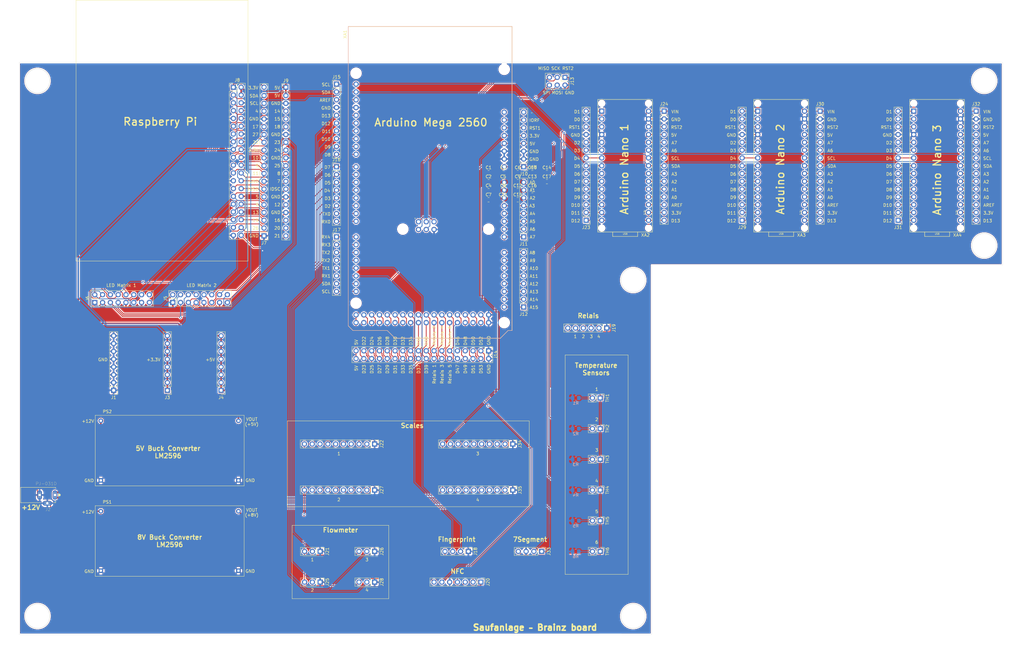
<source format=kicad_pcb>
(kicad_pcb (version 20171130) (host pcbnew "(5.1.5-0)")
  (title_block (title "Saufanlage – Brainz Board ") (date 2020-01-12) (rev v0.1) (comment 4 "Author: Andreas Hoenle"))
  (layers (0 F.Cu signal) (31 B.Cu signal) (34 B.Paste user) (35 F.Paste user) (36 B.SilkS user) (37 F.SilkS user) (38 B.Mask user) (39 F.Mask user) (44 Edge.Cuts user))
  (net 0 "")
  (net 1 GND)
  (net 2 +12V)
  (net 3 +3V3)
  (net 4 +5V)
  (net 5 RPI_GPIO18)
  (net 6 RPI_GPIO4)
  (net 7 RPI_GPIO17)
  (net 8 RPI_GPIO25)
  (net 9 RPI_GPIO24)
  (net 10 RPI_GPIO23)
  (net 11 RPI_GPIO22)
  (net 12 RPI_GPIO10)
  (net 13 RPI_GPIO9)
  (net 14 RPI_GPIO8)
  (net 15 RPI_GPIO7)
  (net 16 RPI_GPIO27)
  (net 17 RPI_GPIO11)
  (net 18 RPI_GPIO12)
  (net 19 RPI_GPIO5)
  (net 20 RPI_GPIO6)
  (net 21 RPI_GPIO19)
  (net 22 RPI_GPIO13)
  (net 23 RPI_GPIO20)
  (net 24 SDA)
  (net 25 SCL)
  (net 26 RPI_IDSD)
  (net 27 RPI_GPIO26)
  (net 28 RPI_GPIO14)
  (net 29 RPI_GPIO15)
  (net 30 RPI_IDSC)
  (net 31 RPI_GPIO16)
  (net 32 RPI_GPIO21)
  (net 33 M_IORF)
  (net 34 M_RST1)
  (net 35 M_3V3)
  (net 36 M_5V)
  (net 37 +8V)
  (net 38 M_A7)
  (net 39 M_A6)
  (net 40 M_A5)
  (net 41 M_A4)
  (net 42 M_A3)
  (net 43 M_A2)
  (net 44 M_A1)
  (net 45 M_A0)
  (net 46 M_A15)
  (net 47 M_A14)
  (net 48 M_A13)
  (net 49 M_A12)
  (net 50 M_A11)
  (net 51 M_A10)
  (net 52 M_A9)
  (net 53 M_A8)
  (net 54 M_RST2)
  (net 55 M_MOSI)
  (net 56 M_SCK)
  (net 57 M_SPI_5V)
  (net 58 M_MISO)
  (net 59 M_D46)
  (net 60 M_D47)
  (net 61 M_D48)
  (net 62 M_AREF)
  (net 63 MEGA_RX0)
  (net 64 MEGA_TX0)
  (net 65 MEGA_D21_SCL)
  (net 66 MEGA_D20_SDA)
  (net 67 MEGA_RX1)
  (net 68 MEGA_TX1)
  (net 69 MEGA_RX2)
  (net 70 MEGA_TX2)
  (net 71 MEGA_RX3)
  (net 72 MEGA_RX4)
  (net 73 N1_D9)
  (net 74 N1_D8)
  (net 75 N1_D7)
  (net 76 N1_D6)
  (net 77 N1_D5)
  (net 78 N1_D4)
  (net 79 N1_D3_INT1)
  (net 80 N1_D2_INT0)
  (net 81 N1_RST2)
  (net 82 N1_D0)
  (net 83 N1_D1)
  (net 84 N1_3V3)
  (net 85 N1_AREF)
  (net 86 N1_A7)
  (net 87 N1_A6)
  (net 88 N1_A3)
  (net 89 N1_A2)
  (net 90 N1_A1)
  (net 91 N1_A0)
  (net 92 N1_5V)
  (net 93 N1_RST1)
  (net 94 N2_D12)
  (net 95 N2_D11)
  (net 96 N2_D10)
  (net 97 N2_D9)
  (net 98 N2_D8)
  (net 99 N2_D7)
  (net 100 N2_D6)
  (net 101 N2_D5)
  (net 102 N2_D4)
  (net 103 N2_D3_INT1)
  (net 104 N2_D2_INT0)
  (net 105 N2_RST2)
  (net 106 N2_D0)
  (net 107 N2_D1)
  (net 108 N2_D13)
  (net 109 N2_3V3)
  (net 110 N2_AREF)
  (net 111 N2_A7)
  (net 112 N2_A6)
  (net 113 N2_A3)
  (net 114 N2_A2)
  (net 115 N2_A1)
  (net 116 N2_A0)
  (net 117 N2_5V)
  (net 118 N2_RST1)
  (net 119 N3_D12)
  (net 120 N3_D11)
  (net 121 N3_D10)
  (net 122 N3_D9)
  (net 123 N3_D8)
  (net 124 N3_D7)
  (net 125 N3_D6)
  (net 126 N3_D5)
  (net 127 N3_D4)
  (net 128 N3_D3_INT1)
  (net 129 N3_D2_INT0)
  (net 130 N3_RST2)
  (net 131 N3_D0)
  (net 132 N3_D1)
  (net 133 N3_D13)
  (net 134 N3_3V3)
  (net 135 N3_AREF)
  (net 136 N3_A7)
  (net 137 N3_A6)
  (net 138 N3_A3)
  (net 139 N3_A2)
  (net 140 N3_A1)
  (net 141 N3_A0)
  (net 142 N3_5V)
  (net 143 N3_RST1)
  (net 144 M_Flow4)
  (net 145 M_Flow3)
  (net 146 M_Flow2)
  (net 147 M_Flow1)
  (net 148 NFC_SCK)
  (net 149 NFC_SDA)
  (net 150 NFC_MISO)
  (net 151 NFC_MOSI)
  (net 152 NFC_RST)
  (net 153 Sc3_DT1)
  (net 154 Sc3_SCK1)
  (net 155 Sc3_DT2)
  (net 156 Sc3_SCK2)
  (net 157 Sc3_DT3)
  (net 158 Sc3_SCK3)
  (net 159 Sc3_DT4)
  (net 160 Sc3_SCK4)
  (net 161 Sc2_DT1)
  (net 162 Sc2_SCK1)
  (net 163 Sc2_DT2)
  (net 164 Sc2_SCK2)
  (net 165 Sc2_DT3)
  (net 166 Sc2_SCK3)
  (net 167 Sc2_DT4)
  (net 168 Sc2_SCK4)
  (net 169 Sc1_DT1)
  (net 170 Sc1_SCK1)
  (net 171 Sc1_DT2)
  (net 172 Sc1_SCK2)
  (net 173 Sc1_DT3)
  (net 174 Sc1_SCK3)
  (net 175 Sc1_DT4)
  (net 176 Sc1_SCK4)
  (net 177 Sc4_SCK1)
  (net 178 Sc4_DT1)
  (net 179 Sc4_DT4)
  (net 180 Sc4_SCK4)
  (net 181 Sc4_DT3)
  (net 182 Sc4_SCK3)
  (net 183 Sc4_DT2)
  (net 184 Sc4_SCK2)
  (net 185 Relais4)
  (net 186 Relais3)
  (net 187 Relais2)
  (net 188 Relais1)
  (module Arduino:Arduino_Mega2560_Shield (layer B.Cu) (at 174.75 28.92 270)
    (fp_text reference XA1 (at 2.54 54.356 270) (layer F.SilkS))
    (fp_text value Arduino_Mega2560_Shield)
    (fp_text user . (at 62.484 32.004 270) (layer F.SilkS))
    (pad RST2 thru_hole oval (at 63.627 25.4 270) (size 1.7272 1.7272) (drill 1.016) (layers *.Cu *.Mask) (net 54 M_RST2))
    (pad GND4 thru_hole oval (at 66.167 25.4 270) (size 1.7272 1.7272) (drill 1.016) (layers *.Cu *.Mask) (net 1 GND))
    (pad MOSI thru_hole oval (at 66.167 27.94 270) (size 1.7272 1.7272) (drill 1.016) (layers *.Cu *.Mask) (net 55 M_MOSI))
    (pad SCK thru_hole oval (at 63.627 27.94 270) (size 1.7272 1.7272) (drill 1.016) (layers *.Cu *.Mask) (net 56 M_SCK))
    (pad 5V2 thru_hole oval (at 66.167 30.48 270) (size 1.7272 1.7272) (drill 1.016) (layers *.Cu *.Mask) (net 57 M_SPI_5V))
    (pad A0 thru_hole oval (at 50.8 2.54 270) (size 1.7272 1.7272) (drill 1.016) (layers *.Cu *.Mask) (net 45 M_A0))
    (pad VIN thru_hole oval (at 45.72 2.54 270) (size 1.7272 1.7272) (drill 1.016) (layers *.Cu *.Mask) (net 37 +8V))
    (pad GND3 thru_hole oval (at 43.18 2.54 270) (size 1.7272 1.7272) (drill 1.016) (layers *.Cu *.Mask) (net 1 GND))
    (pad GND2 thru_hole oval (at 40.64 2.54 270) (size 1.7272 1.7272) (drill 1.016) (layers *.Cu *.Mask) (net 1 GND))
    (pad 5V1 thru_hole oval (at 38.1 2.54 270) (size 1.7272 1.7272) (drill 1.016) (layers *.Cu *.Mask) (net 36 M_5V))
    (pad 3V3 thru_hole oval (at 35.56 2.54 270) (size 1.7272 1.7272) (drill 1.016) (layers *.Cu *.Mask) (net 35 M_3V3))
    (pad RST1 thru_hole oval (at 33.02 2.54 270) (size 1.7272 1.7272) (drill 1.016) (layers *.Cu *.Mask) (net 34 M_RST1))
    (pad IORF thru_hole oval (at 30.48 2.54 270) (size 1.7272 1.7272) (drill 1.016) (layers *.Cu *.Mask) (net 33 M_IORF))
    (pad D21 thru_hole oval (at 86.36 50.8 270) (size 1.7272 1.7272) (drill 1.016) (layers *.Cu *.Mask) (net 65 MEGA_D21_SCL))
    (pad D20 thru_hole oval (at 83.82 50.8 270) (size 1.7272 1.7272) (drill 1.016) (layers *.Cu *.Mask) (net 66 MEGA_D20_SDA))
    (pad D19 thru_hole oval (at 81.28 50.8 270) (size 1.7272 1.7272) (drill 1.016) (layers *.Cu *.Mask) (net 67 MEGA_RX1))
    (pad D18 thru_hole oval (at 78.74 50.8 270) (size 1.7272 1.7272) (drill 1.016) (layers *.Cu *.Mask) (net 68 MEGA_TX1))
    (pad D17 thru_hole oval (at 76.2 50.8 270) (size 1.7272 1.7272) (drill 1.016) (layers *.Cu *.Mask) (net 69 MEGA_RX2))
    (pad D16 thru_hole oval (at 73.66 50.8 270) (size 1.7272 1.7272) (drill 1.016) (layers *.Cu *.Mask) (net 70 MEGA_TX2))
    (pad D15 thru_hole oval (at 71.12 50.8 270) (size 1.7272 1.7272) (drill 1.016) (layers *.Cu *.Mask) (net 71 MEGA_RX3))
    (pad D14 thru_hole oval (at 68.58 50.8 270) (size 1.7272 1.7272) (drill 1.016) (layers *.Cu *.Mask) (net 72 MEGA_RX4))
    (pad D0 thru_hole oval (at 63.5 50.8 270) (size 1.7272 1.7272) (drill 1.016) (layers *.Cu *.Mask) (net 63 MEGA_RX0))
    (pad D1 thru_hole oval (at 60.96 50.8 270) (size 1.7272 1.7272) (drill 1.016) (layers *.Cu *.Mask) (net 64 MEGA_TX0))
    (pad D2 thru_hole oval (at 58.42 50.8 270) (size 1.7272 1.7272) (drill 1.016) (layers *.Cu *.Mask) (net 179 Sc4_DT4))
    (pad D3 thru_hole oval (at 55.88 50.8 270) (size 1.7272 1.7272) (drill 1.016) (layers *.Cu *.Mask) (net 180 Sc4_SCK4))
    (pad D4 thru_hole oval (at 53.34 50.8 270) (size 1.7272 1.7272) (drill 1.016) (layers *.Cu *.Mask) (net 181 Sc4_DT3))
    (pad D5 thru_hole oval (at 50.8 50.8 270) (size 1.7272 1.7272) (drill 1.016) (layers *.Cu *.Mask) (net 182 Sc4_SCK3))
    (pad D6 thru_hole oval (at 48.26 50.8 270) (size 1.7272 1.7272) (drill 1.016) (layers *.Cu *.Mask) (net 183 Sc4_DT2))
    (pad D7 thru_hole oval (at 45.72 50.8 270) (size 1.7272 1.7272) (drill 1.016) (layers *.Cu *.Mask) (net 184 Sc4_SCK2))
    (pad GND1 thru_hole oval (at 26.416 50.8 270) (size 1.7272 1.7272) (drill 1.016) (layers *.Cu *.Mask) (net 1 GND))
    (pad D8 thru_hole oval (at 41.656 50.8 270) (size 1.7272 1.7272) (drill 1.016) (layers *.Cu *.Mask) (net 178 Sc4_DT1))
    (pad D9 thru_hole oval (at 39.116 50.8 270) (size 1.7272 1.7272) (drill 1.016) (layers *.Cu *.Mask) (net 177 Sc4_SCK1))
    (pad D10 thru_hole oval (at 36.576 50.8 270) (size 1.7272 1.7272) (drill 1.016) (layers *.Cu *.Mask) (net 147 M_Flow1))
    (pad "" np_thru_hole circle (at 66.04 7.62 270) (size 3.2 3.2) (drill 3.2) (layers *.Cu *.Mask))
    (pad "" np_thru_hole circle (at 66.04 35.56 270) (size 3.2 3.2) (drill 3.2) (layers *.Cu *.Mask))
    (pad "" np_thru_hole circle (at 90.17 50.8 270) (size 3.2 3.2) (drill 3.2) (layers *.Cu *.Mask))
    (pad "" np_thru_hole circle (at 15.24 50.8 270) (size 3.2 3.2) (drill 3.2) (layers *.Cu *.Mask))
    (pad "" np_thru_hole circle (at 96.52 2.54 270) (size 3.2 3.2) (drill 3.2) (layers *.Cu *.Mask))
    (pad "" np_thru_hole circle (at 13.97 2.54 270) (size 3.2 3.2) (drill 3.2) (layers *.Cu *.Mask))
    (pad SCL thru_hole oval (at 18.796 50.8 270) (size 1.7272 1.7272) (drill 1.016) (layers *.Cu *.Mask) (net 25 SCL))
    (pad SDA thru_hole oval (at 21.336 50.8 270) (size 1.7272 1.7272) (drill 1.016) (layers *.Cu *.Mask) (net 24 SDA))
    (pad AREF thru_hole oval (at 23.876 50.8 270) (size 1.7272 1.7272) (drill 1.016) (layers *.Cu *.Mask) (net 62 M_AREF))
    (pad D13 thru_hole oval (at 28.956 50.8 270) (size 1.7272 1.7272) (drill 1.016) (layers *.Cu *.Mask) (net 144 M_Flow4))
    (pad D12 thru_hole oval (at 31.496 50.8 270) (size 1.7272 1.7272) (drill 1.016) (layers *.Cu *.Mask) (net 145 M_Flow3))
    (pad D11 thru_hole oval (at 34.036 50.8 270) (size 1.7272 1.7272) (drill 1.016) (layers *.Cu *.Mask) (net 146 M_Flow2))
    (pad "" thru_hole oval (at 27.94 2.54 270) (size 1.7272 1.7272) (drill 1.016) (layers *.Cu *.Mask))
    (pad A1 thru_hole oval (at 53.34 2.54 270) (size 1.7272 1.7272) (drill 1.016) (layers *.Cu *.Mask) (net 44 M_A1))
    (pad A2 thru_hole oval (at 55.88 2.54 270) (size 1.7272 1.7272) (drill 1.016) (layers *.Cu *.Mask) (net 43 M_A2))
    (pad A3 thru_hole oval (at 58.42 2.54 270) (size 1.7272 1.7272) (drill 1.016) (layers *.Cu *.Mask) (net 42 M_A3))
    (pad A4 thru_hole oval (at 60.96 2.54 270) (size 1.7272 1.7272) (drill 1.016) (layers *.Cu *.Mask) (net 41 M_A4))
    (pad A5 thru_hole oval (at 63.5 2.54 270) (size 1.7272 1.7272) (drill 1.016) (layers *.Cu *.Mask) (net 40 M_A5))
    (pad A6 thru_hole oval (at 66.04 2.54 270) (size 1.7272 1.7272) (drill 1.016) (layers *.Cu *.Mask) (net 39 M_A6))
    (pad A7 thru_hole oval (at 68.58 2.54 270) (size 1.7272 1.7272) (drill 1.016) (layers *.Cu *.Mask) (net 38 M_A7))
    (pad A8 thru_hole oval (at 73.66 2.54 270) (size 1.7272 1.7272) (drill 1.016) (layers *.Cu *.Mask) (net 53 M_A8))
    (pad A9 thru_hole oval (at 76.2 2.54 270) (size 1.7272 1.7272) (drill 1.016) (layers *.Cu *.Mask) (net 52 M_A9))
    (pad A10 thru_hole oval (at 78.74 2.54 270) (size 1.7272 1.7272) (drill 1.016) (layers *.Cu *.Mask) (net 51 M_A10))
    (pad A11 thru_hole oval (at 81.28 2.54 270) (size 1.7272 1.7272) (drill 1.016) (layers *.Cu *.Mask) (net 50 M_A11))
    (pad A12 thru_hole oval (at 83.82 2.54 270) (size 1.7272 1.7272) (drill 1.016) (layers *.Cu *.Mask) (net 49 M_A12))
    (pad A13 thru_hole oval (at 86.36 2.54 270) (size 1.7272 1.7272) (drill 1.016) (layers *.Cu *.Mask) (net 48 M_A13))
    (pad A14 thru_hole oval (at 88.9 2.54 270) (size 1.7272 1.7272) (drill 1.016) (layers *.Cu *.Mask) (net 47 M_A14))
    (pad A15 thru_hole oval (at 91.44 2.54 270) (size 1.7272 1.7272) (drill 1.016) (layers *.Cu *.Mask) (net 46 M_A15))
    (pad 5V3 thru_hole oval (at 93.98 50.8 270) (size 1.7272 1.7272) (drill 1.016) (layers *.Cu *.Mask) (net 36 M_5V))
    (pad 5V4 thru_hole oval (at 96.52 50.8 270) (size 1.7272 1.7272) (drill 1.016) (layers *.Cu *.Mask) (net 36 M_5V))
    (pad D22 thru_hole oval (at 93.98 48.26 270) (size 1.7272 1.7272) (drill 1.016) (layers *.Cu *.Mask) (net 175 Sc1_DT4))
    (pad D23 thru_hole oval (at 96.52 48.26 270) (size 1.7272 1.7272) (drill 1.016) (layers *.Cu *.Mask) (net 176 Sc1_SCK4))
    (pad D24 thru_hole oval (at 93.98 45.72 270) (size 1.7272 1.7272) (drill 1.016) (layers *.Cu *.Mask) (net 173 Sc1_DT3))
    (pad D25 thru_hole oval (at 96.52 45.72 270) (size 1.7272 1.7272) (drill 1.016) (layers *.Cu *.Mask) (net 174 Sc1_SCK3))
    (pad D26 thru_hole oval (at 93.98 43.18 270) (size 1.7272 1.7272) (drill 1.016) (layers *.Cu *.Mask) (net 171 Sc1_DT2))
    (pad D27 thru_hole oval (at 96.52 43.18 270) (size 1.7272 1.7272) (drill 1.016) (layers *.Cu *.Mask) (net 172 Sc1_SCK2))
    (pad D28 thru_hole oval (at 93.98 40.64 270) (size 1.7272 1.7272) (drill 1.016) (layers *.Cu *.Mask) (net 169 Sc1_DT1))
    (pad D29 thru_hole oval (at 96.52 40.64 270) (size 1.7272 1.7272) (drill 1.016) (layers *.Cu *.Mask) (net 170 Sc1_SCK1))
    (pad D30 thru_hole oval (at 93.98 38.1 270) (size 1.7272 1.7272) (drill 1.016) (layers *.Cu *.Mask) (net 167 Sc2_DT4))
    (pad D31 thru_hole oval (at 96.52 38.1 270) (size 1.7272 1.7272) (drill 1.016) (layers *.Cu *.Mask) (net 168 Sc2_SCK4))
    (pad D32 thru_hole oval (at 93.98 35.56 270) (size 1.7272 1.7272) (drill 1.016) (layers *.Cu *.Mask) (net 165 Sc2_DT3))
    (pad D33 thru_hole oval (at 96.52 35.56 270) (size 1.7272 1.7272) (drill 1.016) (layers *.Cu *.Mask) (net 166 Sc2_SCK3))
    (pad D34 thru_hole oval (at 93.98 33.02 270) (size 1.7272 1.7272) (drill 1.016) (layers *.Cu *.Mask) (net 163 Sc2_DT2))
    (pad D35 thru_hole oval (at 96.52 33.02 270) (size 1.7272 1.7272) (drill 1.016) (layers *.Cu *.Mask) (net 164 Sc2_SCK2))
    (pad D36 thru_hole oval (at 93.98 30.48 270) (size 1.7272 1.7272) (drill 1.016) (layers *.Cu *.Mask) (net 161 Sc2_DT1))
    (pad D37 thru_hole oval (at 96.52 30.48 270) (size 1.7272 1.7272) (drill 1.016) (layers *.Cu *.Mask) (net 162 Sc2_SCK1))
    (pad D38 thru_hole oval (at 93.98 27.94 270) (size 1.7272 1.7272) (drill 1.016) (layers *.Cu *.Mask) (net 159 Sc3_DT4))
    (pad D39 thru_hole oval (at 96.52 27.94 270) (size 1.7272 1.7272) (drill 1.016) (layers *.Cu *.Mask) (net 160 Sc3_SCK4))
    (pad D40 thru_hole oval (at 93.98 25.4 270) (size 1.7272 1.7272) (drill 1.016) (layers *.Cu *.Mask) (net 157 Sc3_DT3))
    (pad D41 thru_hole oval (at 96.52 25.4 270) (size 1.7272 1.7272) (drill 1.016) (layers *.Cu *.Mask) (net 158 Sc3_SCK3))
    (pad D42 thru_hole oval (at 93.98 22.86 270) (size 1.7272 1.7272) (drill 1.016) (layers *.Cu *.Mask) (net 155 Sc3_DT2))
    (pad D43 thru_hole oval (at 96.52 22.86 270) (size 1.7272 1.7272) (drill 1.016) (layers *.Cu *.Mask) (net 156 Sc3_SCK2))
    (pad D44 thru_hole oval (at 93.98 20.32 270) (size 1.7272 1.7272) (drill 1.016) (layers *.Cu *.Mask) (net 153 Sc3_DT1))
    (pad D45 thru_hole oval (at 96.52 20.32 270) (size 1.7272 1.7272) (drill 1.016) (layers *.Cu *.Mask) (net 154 Sc3_SCK1))
    (pad D46 thru_hole oval (at 93.98 17.78 270) (size 1.7272 1.7272) (drill 1.016) (layers *.Cu *.Mask) (net 59 M_D46))
    (pad D47 thru_hole oval (at 96.52 17.78 270) (size 1.7272 1.7272) (drill 1.016) (layers *.Cu *.Mask) (net 60 M_D47))
    (pad D48 thru_hole oval (at 93.98 15.24 270) (size 1.7272 1.7272) (drill 1.016) (layers *.Cu *.Mask) (net 61 M_D48))
    (pad D49 thru_hole oval (at 96.52 15.24 270) (size 1.7272 1.7272) (drill 1.016) (layers *.Cu *.Mask) (net 152 NFC_RST))
    (pad D50 thru_hole oval (at 93.98 12.7 270) (size 1.7272 1.7272) (drill 1.016) (layers *.Cu *.Mask) (net 150 NFC_MISO))
    (pad D51 thru_hole oval (at 96.52 12.7 270) (size 1.7272 1.7272) (drill 1.016) (layers *.Cu *.Mask) (net 151 NFC_MOSI))
    (pad D52 thru_hole oval (at 93.98 10.16 270) (size 1.7272 1.7272) (drill 1.016) (layers *.Cu *.Mask) (net 148 NFC_SCK))
    (pad D53 thru_hole oval (at 96.52 10.16 270) (size 1.7272 1.7272) (drill 1.016) (layers *.Cu *.Mask) (net 149 NFC_SDA))
    (pad GND5 thru_hole oval (at 93.98 7.62 270) (size 1.7272 1.7272) (drill 1.016) (layers *.Cu *.Mask) (net 1 GND))
    (pad GND6 thru_hole oval (at 96.52 7.62 270) (size 1.7272 1.7272) (drill 1.016) (layers *.Cu *.Mask) (net 1 GND))
    (pad MISO thru_hole oval (at 63.627 30.48 270) (size 1.7272 1.7272) (drill 1.016) (layers *.Cu *.Mask) (net 58 M_MISO))
  )
  (module Connector_PinHeader_2.54mm:PinHeader_2x20_P2.54mm_Vertical (layer F.Cu) (at 84.002 48.719)
    (fp_text reference J8 (at 1.27 -2.33) (layer F.SilkS))
    (fp_text value Raspberry_Pi_2_3)
    (pad 1 thru_hole rect (at 0 0) (size 1.7 1.7) (drill 1) (layers *.Cu *.Mask) (net 3 +3V3))
    (pad 2 thru_hole oval (at 2.54 0) (size 1.7 1.7) (drill 1) (layers *.Cu *.Mask) (net 4 +5V))
    (pad 3 thru_hole oval (at 0 2.54) (size 1.7 1.7) (drill 1) (layers *.Cu *.Mask) (net 24 SDA))
    (pad 4 thru_hole oval (at 2.54 2.54) (size 1.7 1.7) (drill 1) (layers *.Cu *.Mask) (net 4 +5V))
    (pad 5 thru_hole oval (at 0 5.08) (size 1.7 1.7) (drill 1) (layers *.Cu *.Mask) (net 25 SCL))
    (pad 6 thru_hole oval (at 2.54 5.08) (size 1.7 1.7) (drill 1) (layers *.Cu *.Mask) (net 1 GND))
    (pad 7 thru_hole oval (at 0 7.62) (size 1.7 1.7) (drill 1) (layers *.Cu *.Mask) (net 6 RPI_GPIO4))
    (pad 8 thru_hole oval (at 2.54 7.62) (size 1.7 1.7) (drill 1) (layers *.Cu *.Mask) (net 28 RPI_GPIO14))
    (pad 9 thru_hole oval (at 0 10.16) (size 1.7 1.7) (drill 1) (layers *.Cu *.Mask) (net 1 GND))
    (pad 10 thru_hole oval (at 2.54 10.16) (size 1.7 1.7) (drill 1) (layers *.Cu *.Mask) (net 29 RPI_GPIO15))
    (pad 11 thru_hole oval (at 0 12.7) (size 1.7 1.7) (drill 1) (layers *.Cu *.Mask) (net 7 RPI_GPIO17))
    (pad 12 thru_hole oval (at 2.54 12.7) (size 1.7 1.7) (drill 1) (layers *.Cu *.Mask) (net 5 RPI_GPIO18))
    (pad 13 thru_hole oval (at 0 15.24) (size 1.7 1.7) (drill 1) (layers *.Cu *.Mask) (net 16 RPI_GPIO27))
    (pad 14 thru_hole oval (at 2.54 15.24) (size 1.7 1.7) (drill 1) (layers *.Cu *.Mask) (net 1 GND))
    (pad 15 thru_hole oval (at 0 17.78) (size 1.7 1.7) (drill 1) (layers *.Cu *.Mask) (net 11 RPI_GPIO22))
    (pad 16 thru_hole oval (at 2.54 17.78) (size 1.7 1.7) (drill 1) (layers *.Cu *.Mask) (net 10 RPI_GPIO23))
    (pad 17 thru_hole oval (at 0 20.32) (size 1.7 1.7) (drill 1) (layers *.Cu *.Mask) (net 3 +3V3))
    (pad 18 thru_hole oval (at 2.54 20.32) (size 1.7 1.7) (drill 1) (layers *.Cu *.Mask) (net 9 RPI_GPIO24))
    (pad 19 thru_hole oval (at 0 22.86) (size 1.7 1.7) (drill 1) (layers *.Cu *.Mask) (net 12 RPI_GPIO10))
    (pad 20 thru_hole oval (at 2.54 22.86) (size 1.7 1.7) (drill 1) (layers *.Cu *.Mask) (net 1 GND))
    (pad 21 thru_hole oval (at 0 25.4) (size 1.7 1.7) (drill 1) (layers *.Cu *.Mask) (net 13 RPI_GPIO9))
    (pad 22 thru_hole oval (at 2.54 25.4) (size 1.7 1.7) (drill 1) (layers *.Cu *.Mask) (net 8 RPI_GPIO25))
    (pad 23 thru_hole oval (at 0 27.94) (size 1.7 1.7) (drill 1) (layers *.Cu *.Mask) (net 17 RPI_GPIO11))
    (pad 24 thru_hole oval (at 2.54 27.94) (size 1.7 1.7) (drill 1) (layers *.Cu *.Mask) (net 14 RPI_GPIO8))
    (pad 25 thru_hole oval (at 0 30.48) (size 1.7 1.7) (drill 1) (layers *.Cu *.Mask) (net 1 GND))
    (pad 26 thru_hole oval (at 2.54 30.48) (size 1.7 1.7) (drill 1) (layers *.Cu *.Mask) (net 15 RPI_GPIO7))
    (pad 27 thru_hole oval (at 0 33.02) (size 1.7 1.7) (drill 1) (layers *.Cu *.Mask) (net 26 RPI_IDSD))
    (pad 28 thru_hole oval (at 2.54 33.02) (size 1.7 1.7) (drill 1) (layers *.Cu *.Mask) (net 30 RPI_IDSC))
    (pad 29 thru_hole oval (at 0 35.56) (size 1.7 1.7) (drill 1) (layers *.Cu *.Mask) (net 19 RPI_GPIO5))
    (pad 30 thru_hole oval (at 2.54 35.56) (size 1.7 1.7) (drill 1) (layers *.Cu *.Mask) (net 1 GND))
    (pad 31 thru_hole oval (at 0 38.1) (size 1.7 1.7) (drill 1) (layers *.Cu *.Mask) (net 20 RPI_GPIO6))
    (pad 32 thru_hole oval (at 2.54 38.1) (size 1.7 1.7) (drill 1) (layers *.Cu *.Mask) (net 18 RPI_GPIO12))
    (pad 33 thru_hole oval (at 0 40.64) (size 1.7 1.7) (drill 1) (layers *.Cu *.Mask) (net 22 RPI_GPIO13))
    (pad 34 thru_hole oval (at 2.54 40.64) (size 1.7 1.7) (drill 1) (layers *.Cu *.Mask) (net 1 GND))
    (pad 35 thru_hole oval (at 0 43.18) (size 1.7 1.7) (drill 1) (layers *.Cu *.Mask) (net 21 RPI_GPIO19))
    (pad 36 thru_hole oval (at 2.54 43.18) (size 1.7 1.7) (drill 1) (layers *.Cu *.Mask) (net 31 RPI_GPIO16))
    (pad 37 thru_hole oval (at 0 45.72) (size 1.7 1.7) (drill 1) (layers *.Cu *.Mask) (net 27 RPI_GPIO26))
    (pad 38 thru_hole oval (at 2.54 45.72) (size 1.7 1.7) (drill 1) (layers *.Cu *.Mask) (net 23 RPI_GPIO20))
    (pad 39 thru_hole oval (at 0 48.26) (size 1.7 1.7) (drill 1) (layers *.Cu *.Mask) (net 1 GND))
    (pad 40 thru_hole oval (at 2.54 48.26) (size 1.7 1.7) (drill 1) (layers *.Cu *.Mask) (net 32 RPI_GPIO21))
  )
  (module Connector_PinHeader_2.54mm:PinHeader_2x18_P2.54mm_Vertical (layer F.Cu) (at 167.13 134.62 270)
    (fp_text reference J14 (at 1.27 -2.33 90) (layer F.SilkS))
    (fp_text value Conn_02x18_Odd_Even)
    (pad 1 thru_hole rect (at 0 0 270) (size 1.7 1.7) (drill 1) (layers *.Cu *.Mask) (net 1 GND))
    (pad 2 thru_hole oval (at 2.54 0 270) (size 1.7 1.7) (drill 1) (layers *.Cu *.Mask) (net 1 GND))
    (pad 3 thru_hole oval (at 0 2.54 270) (size 1.7 1.7) (drill 1) (layers *.Cu *.Mask) (net 148 NFC_SCK))
    (pad 4 thru_hole oval (at 2.54 2.54 270) (size 1.7 1.7) (drill 1) (layers *.Cu *.Mask) (net 149 NFC_SDA))
    (pad 5 thru_hole oval (at 0 5.08 270) (size 1.7 1.7) (drill 1) (layers *.Cu *.Mask) (net 150 NFC_MISO))
    (pad 6 thru_hole oval (at 2.54 5.08 270) (size 1.7 1.7) (drill 1) (layers *.Cu *.Mask) (net 151 NFC_MOSI))
    (pad 7 thru_hole oval (at 0 7.62 270) (size 1.7 1.7) (drill 1) (layers *.Cu *.Mask) (net 61 M_D48))
    (pad 8 thru_hole oval (at 2.54 7.62 270) (size 1.7 1.7) (drill 1) (layers *.Cu *.Mask) (net 152 NFC_RST))
    (pad 9 thru_hole oval (at 0 10.16 270) (size 1.7 1.7) (drill 1) (layers *.Cu *.Mask) (net 59 M_D46))
    (pad 10 thru_hole oval (at 2.54 10.16 270) (size 1.7 1.7) (drill 1) (layers *.Cu *.Mask) (net 60 M_D47))
    (pad 11 thru_hole oval (at 0 12.7 270) (size 1.7 1.7) (drill 1) (layers *.Cu *.Mask) (net 153 Sc3_DT1))
    (pad 12 thru_hole oval (at 2.54 12.7 270) (size 1.7 1.7) (drill 1) (layers *.Cu *.Mask) (net 154 Sc3_SCK1))
    (pad 13 thru_hole oval (at 0 15.24 270) (size 1.7 1.7) (drill 1) (layers *.Cu *.Mask) (net 155 Sc3_DT2))
    (pad 14 thru_hole oval (at 2.54 15.24 270) (size 1.7 1.7) (drill 1) (layers *.Cu *.Mask) (net 156 Sc3_SCK2))
    (pad 15 thru_hole oval (at 0 17.78 270) (size 1.7 1.7) (drill 1) (layers *.Cu *.Mask) (net 157 Sc3_DT3))
    (pad 16 thru_hole oval (at 2.54 17.78 270) (size 1.7 1.7) (drill 1) (layers *.Cu *.Mask) (net 158 Sc3_SCK3))
    (pad 17 thru_hole oval (at 0 20.32 270) (size 1.7 1.7) (drill 1) (layers *.Cu *.Mask) (net 159 Sc3_DT4))
    (pad 18 thru_hole oval (at 2.54 20.32 270) (size 1.7 1.7) (drill 1) (layers *.Cu *.Mask) (net 160 Sc3_SCK4))
    (pad 19 thru_hole oval (at 0 22.86 270) (size 1.7 1.7) (drill 1) (layers *.Cu *.Mask) (net 161 Sc2_DT1))
    (pad 20 thru_hole oval (at 2.54 22.86 270) (size 1.7 1.7) (drill 1) (layers *.Cu *.Mask) (net 162 Sc2_SCK1))
    (pad 21 thru_hole oval (at 0 25.4 270) (size 1.7 1.7) (drill 1) (layers *.Cu *.Mask) (net 163 Sc2_DT2))
    (pad 22 thru_hole oval (at 2.54 25.4 270) (size 1.7 1.7) (drill 1) (layers *.Cu *.Mask) (net 164 Sc2_SCK2))
    (pad 23 thru_hole oval (at 0 27.94 270) (size 1.7 1.7) (drill 1) (layers *.Cu *.Mask) (net 165 Sc2_DT3))
    (pad 24 thru_hole oval (at 2.54 27.94 270) (size 1.7 1.7) (drill 1) (layers *.Cu *.Mask) (net 166 Sc2_SCK3))
    (pad 25 thru_hole oval (at 0 30.48 270) (size 1.7 1.7) (drill 1) (layers *.Cu *.Mask) (net 167 Sc2_DT4))
    (pad 26 thru_hole oval (at 2.54 30.48 270) (size 1.7 1.7) (drill 1) (layers *.Cu *.Mask) (net 168 Sc2_SCK4))
    (pad 27 thru_hole oval (at 0 33.02 270) (size 1.7 1.7) (drill 1) (layers *.Cu *.Mask) (net 169 Sc1_DT1))
    (pad 28 thru_hole oval (at 2.54 33.02 270) (size 1.7 1.7) (drill 1) (layers *.Cu *.Mask) (net 170 Sc1_SCK1))
    (pad 29 thru_hole oval (at 0 35.56 270) (size 1.7 1.7) (drill 1) (layers *.Cu *.Mask) (net 171 Sc1_DT2))
    (pad 30 thru_hole oval (at 2.54 35.56 270) (size 1.7 1.7) (drill 1) (layers *.Cu *.Mask) (net 172 Sc1_SCK2))
    (pad 31 thru_hole oval (at 0 38.1 270) (size 1.7 1.7) (drill 1) (layers *.Cu *.Mask) (net 173 Sc1_DT3))
    (pad 32 thru_hole oval (at 2.54 38.1 270) (size 1.7 1.7) (drill 1) (layers *.Cu *.Mask) (net 174 Sc1_SCK3))
    (pad 33 thru_hole oval (at 0 40.64 270) (size 1.7 1.7) (drill 1) (layers *.Cu *.Mask) (net 175 Sc1_DT4))
    (pad 34 thru_hole oval (at 2.54 40.64 270) (size 1.7 1.7) (drill 1) (layers *.Cu *.Mask) (net 176 Sc1_SCK4))
    (pad 35 thru_hole oval (at 0 43.18 270) (size 1.7 1.7) (drill 1) (layers *.Cu *.Mask) (net 36 M_5V))
    (pad 36 thru_hole oval (at 2.54 43.18 270) (size 1.7 1.7) (drill 1) (layers *.Cu *.Mask) (net 36 M_5V))
  )
  (module Connector_PinHeader_2.54mm:PinHeader_1x06_P2.54mm_Vertical (layer F.Cu) (at 205.6 127.2 270)
    (fp_text reference J19 (at 0 -2.33 90) (layer F.SilkS))
    (fp_text value Conn_Relais)
    (pad 1 thru_hole rect (at 0 0 270) (size 1.7 1.7) (drill 1) (layers *.Cu *.Mask) (net 1 GND))
    (pad 2 thru_hole oval (at 0 2.54 270) (size 1.7 1.7) (drill 1) (layers *.Cu *.Mask) (net 185 Relais4))
    (pad 3 thru_hole oval (at 0 5.08 270) (size 1.7 1.7) (drill 1) (layers *.Cu *.Mask) (net 186 Relais3))
    (pad 4 thru_hole oval (at 0 7.62 270) (size 1.7 1.7) (drill 1) (layers *.Cu *.Mask) (net 187 Relais2))
    (pad 5 thru_hole oval (at 0 10.16 270) (size 1.7 1.7) (drill 1) (layers *.Cu *.Mask) (net 188 Relais1))
    (pad 6 thru_hole oval (at 0 12.7 270) (size 1.7 1.7) (drill 1) (layers *.Cu *.Mask) (net 92 N1_5V))
  )
  (module Connector_PinHeader_2.54mm:PinHeader_1x08_P2.54mm_Vertical (layer F.Cu) (at 45 147.5 180)
    (fp_text reference J1 (at 0 -2.33) (layer F.SilkS))
    (fp_text value Conn_GND)
    (pad 1 thru_hole rect (at 0 0 180) (size 1.7 1.7) (drill 1) (layers *.Cu *.Mask) (net 1 GND))
    (pad 2 thru_hole oval (at 0 2.54 180) (size 1.7 1.7) (drill 1) (layers *.Cu *.Mask) (net 1 GND))
    (pad 3 thru_hole oval (at 0 5.08 180) (size 1.7 1.7) (drill 1) (layers *.Cu *.Mask) (net 1 GND))
    (pad 4 thru_hole oval (at 0 7.62 180) (size 1.7 1.7) (drill 1) (layers *.Cu *.Mask) (net 1 GND))
    (pad 5 thru_hole oval (at 0 10.16 180) (size 1.7 1.7) (drill 1) (layers *.Cu *.Mask) (net 1 GND))
    (pad 6 thru_hole oval (at 0 12.7 180) (size 1.7 1.7) (drill 1) (layers *.Cu *.Mask) (net 1 GND))
    (pad 7 thru_hole oval (at 0 15.24 180) (size 1.7 1.7) (drill 1) (layers *.Cu *.Mask) (net 1 GND))
    (pad 8 thru_hole oval (at 0 17.78 180) (size 1.7 1.7) (drill 1) (layers *.Cu *.Mask) (net 1 GND))
  )
  (module Connector_PinHeader_2.54mm:PinHeader_1x08_P2.54mm_Vertical (layer F.Cu) (at 62.5 147.5 180)
    (fp_text reference J3 (at 0 -2.33) (layer F.SilkS))
    (fp_text value Conn_3V3)
    (pad 8 thru_hole oval (at 0 17.78 180) (size 1.7 1.7) (drill 1) (layers *.Cu *.Mask) (net 3 +3V3))
    (pad 7 thru_hole oval (at 0 15.24 180) (size 1.7 1.7) (drill 1) (layers *.Cu *.Mask) (net 3 +3V3))
    (pad 6 thru_hole oval (at 0 12.7 180) (size 1.7 1.7) (drill 1) (layers *.Cu *.Mask) (net 3 +3V3))
    (pad 5 thru_hole oval (at 0 10.16 180) (size 1.7 1.7) (drill 1) (layers *.Cu *.Mask) (net 3 +3V3))
    (pad 4 thru_hole oval (at 0 7.62 180) (size 1.7 1.7) (drill 1) (layers *.Cu *.Mask) (net 3 +3V3))
    (pad 3 thru_hole oval (at 0 5.08 180) (size 1.7 1.7) (drill 1) (layers *.Cu *.Mask) (net 3 +3V3))
    (pad 2 thru_hole oval (at 0 2.54 180) (size 1.7 1.7) (drill 1) (layers *.Cu *.Mask) (net 3 +3V3))
    (pad 1 thru_hole rect (at 0 0 180) (size 1.7 1.7) (drill 1) (layers *.Cu *.Mask) (net 3 +3V3))
  )
  (module Connector_PinHeader_2.54mm:PinHeader_1x08_P2.54mm_Vertical (layer F.Cu) (at 80 147.5 180)
    (fp_text reference J4 (at 0 -2.33) (layer F.SilkS))
    (fp_text value Conn_5V)
    (pad 1 thru_hole rect (at 0 0 180) (size 1.7 1.7) (drill 1) (layers *.Cu *.Mask) (net 4 +5V))
    (pad 2 thru_hole oval (at 0 2.54 180) (size 1.7 1.7) (drill 1) (layers *.Cu *.Mask) (net 4 +5V))
    (pad 3 thru_hole oval (at 0 5.08 180) (size 1.7 1.7) (drill 1) (layers *.Cu *.Mask) (net 4 +5V))
    (pad 4 thru_hole oval (at 0 7.62 180) (size 1.7 1.7) (drill 1) (layers *.Cu *.Mask) (net 4 +5V))
    (pad 5 thru_hole oval (at 0 10.16 180) (size 1.7 1.7) (drill 1) (layers *.Cu *.Mask) (net 4 +5V))
    (pad 6 thru_hole oval (at 0 12.7 180) (size 1.7 1.7) (drill 1) (layers *.Cu *.Mask) (net 4 +5V))
    (pad 7 thru_hole oval (at 0 15.24 180) (size 1.7 1.7) (drill 1) (layers *.Cu *.Mask) (net 4 +5V))
    (pad 8 thru_hole oval (at 0 17.78 180) (size 1.7 1.7) (drill 1) (layers *.Cu *.Mask) (net 4 +5V))
  )
  (module Connector_PinHeader_2.54mm:PinHeader_2x08_P2.54mm_Vertical (layer F.Cu) (at 64.262 118.872 90)
    (fp_text reference J5 (at 1.27 -2.33 90) (layer F.SilkS))
    (fp_text value Conn_02x08_Odd_Even)
    (pad 1 thru_hole rect (at 0 0 90) (size 1.7 1.7) (drill 1) (layers *.Cu *.Mask) (net 1 GND))
    (pad 2 thru_hole oval (at 2.54 0 90) (size 1.7 1.7) (drill 1) (layers *.Cu *.Mask) (net 5 RPI_GPIO18))
    (pad 3 thru_hole oval (at 0 2.54 90) (size 1.7 1.7) (drill 1) (layers *.Cu *.Mask) (net 6 RPI_GPIO4))
    (pad 4 thru_hole oval (at 2.54 2.54 90) (size 1.7 1.7) (drill 1) (layers *.Cu *.Mask) (net 7 RPI_GPIO17))
    (pad 5 thru_hole oval (at 0 5.08 90) (size 1.7 1.7) (drill 1) (layers *.Cu *.Mask) (net 8 RPI_GPIO25))
    (pad 6 thru_hole oval (at 2.54 5.08 90) (size 1.7 1.7) (drill 1) (layers *.Cu *.Mask) (net 9 RPI_GPIO24))
    (pad 7 thru_hole oval (at 0 7.62 90) (size 1.7 1.7) (drill 1) (layers *.Cu *.Mask) (net 10 RPI_GPIO23))
    (pad 8 thru_hole oval (at 2.54 7.62 90) (size 1.7 1.7) (drill 1) (layers *.Cu *.Mask) (net 11 RPI_GPIO22))
    (pad 9 thru_hole oval (at 0 10.16 90) (size 1.7 1.7) (drill 1) (layers *.Cu *.Mask) (net 1 GND))
    (pad 10 thru_hole oval (at 2.54 10.16 90) (size 1.7 1.7) (drill 1) (layers *.Cu *.Mask) (net 12 RPI_GPIO10))
    (pad 11 thru_hole oval (at 0 12.7 90) (size 1.7 1.7) (drill 1) (layers *.Cu *.Mask) (net 13 RPI_GPIO9))
    (pad 12 thru_hole oval (at 2.54 12.7 90) (size 1.7 1.7) (drill 1) (layers *.Cu *.Mask) (net 14 RPI_GPIO8))
    (pad 13 thru_hole oval (at 0 15.24 90) (size 1.7 1.7) (drill 1) (layers *.Cu *.Mask) (net 1 GND))
    (pad 14 thru_hole oval (at 2.54 15.24 90) (size 1.7 1.7) (drill 1) (layers *.Cu *.Mask) (net 15 RPI_GPIO7))
    (pad 15 thru_hole oval (at 0 17.78 90) (size 1.7 1.7) (drill 1) (layers *.Cu *.Mask) (net 16 RPI_GPIO27))
    (pad 16 thru_hole oval (at 2.54 17.78 90) (size 1.7 1.7) (drill 1) (layers *.Cu *.Mask) (net 17 RPI_GPIO11))
  )
  (module Connector_PinHeader_2.54mm:PinHeader_2x08_P2.54mm_Vertical (layer F.Cu) (at 38.862 118.872 90)
    (fp_text reference J6 (at 1.27 -2.33 90) (layer F.SilkS))
    (fp_text value Conn_02x08_Odd_Even)
    (pad 16 thru_hole oval (at 2.54 17.78 90) (size 1.7 1.7) (drill 1) (layers *.Cu *.Mask) (net 18 RPI_GPIO12))
    (pad 15 thru_hole oval (at 0 17.78 90) (size 1.7 1.7) (drill 1) (layers *.Cu *.Mask) (net 19 RPI_GPIO5))
    (pad 14 thru_hole oval (at 2.54 15.24 90) (size 1.7 1.7) (drill 1) (layers *.Cu *.Mask) (net 20 RPI_GPIO6))
    (pad 13 thru_hole oval (at 0 15.24 90) (size 1.7 1.7) (drill 1) (layers *.Cu *.Mask) (net 1 GND))
    (pad 12 thru_hole oval (at 2.54 12.7 90) (size 1.7 1.7) (drill 1) (layers *.Cu *.Mask) (net 21 RPI_GPIO19))
    (pad 11 thru_hole oval (at 0 12.7 90) (size 1.7 1.7) (drill 1) (layers *.Cu *.Mask) (net 22 RPI_GPIO13))
    (pad 10 thru_hole oval (at 2.54 10.16 90) (size 1.7 1.7) (drill 1) (layers *.Cu *.Mask) (net 23 RPI_GPIO20))
    (pad 9 thru_hole oval (at 0 10.16 90) (size 1.7 1.7) (drill 1) (layers *.Cu *.Mask) (net 1 GND))
    (pad 8 thru_hole oval (at 2.54 7.62 90) (size 1.7 1.7) (drill 1) (layers *.Cu *.Mask) (net 11 RPI_GPIO22))
    (pad 7 thru_hole oval (at 0 7.62 90) (size 1.7 1.7) (drill 1) (layers *.Cu *.Mask) (net 10 RPI_GPIO23))
    (pad 6 thru_hole oval (at 2.54 5.08 90) (size 1.7 1.7) (drill 1) (layers *.Cu *.Mask) (net 9 RPI_GPIO24))
    (pad 5 thru_hole oval (at 0 5.08 90) (size 1.7 1.7) (drill 1) (layers *.Cu *.Mask) (net 8 RPI_GPIO25))
    (pad 4 thru_hole oval (at 2.54 2.54 90) (size 1.7 1.7) (drill 1) (layers *.Cu *.Mask) (net 7 RPI_GPIO17))
    (pad 3 thru_hole oval (at 0 2.54 90) (size 1.7 1.7) (drill 1) (layers *.Cu *.Mask) (net 6 RPI_GPIO4))
    (pad 2 thru_hole oval (at 2.54 0 90) (size 1.7 1.7) (drill 1) (layers *.Cu *.Mask) (net 5 RPI_GPIO18))
    (pad 1 thru_hole rect (at 0 0 90) (size 1.7 1.7) (drill 1) (layers *.Cu *.Mask) (net 1 GND))
  )
  (module Connector_PinHeader_2.54mm:PinHeader_1x20_P2.54mm_Vertical (layer F.Cu) (at 93.98 97.155 180)
    (fp_text reference J7 (at 0 -2.33) (layer F.SilkS))
    (fp_text value Conn_01x20_Male)
    (pad 20 thru_hole oval (at 0 48.436 180) (size 1.7 1.7) (drill 1) (layers *.Cu *.Mask) (net 3 +3V3))
    (pad 19 thru_hole oval (at 0 45.72 180) (size 1.7 1.7) (drill 1) (layers *.Cu *.Mask) (net 24 SDA))
    (pad 18 thru_hole oval (at 0 43.18 180) (size 1.7 1.7) (drill 1) (layers *.Cu *.Mask) (net 25 SCL))
    (pad 17 thru_hole oval (at 0 40.64 180) (size 1.7 1.7) (drill 1) (layers *.Cu *.Mask) (net 6 RPI_GPIO4))
    (pad 16 thru_hole oval (at 0 38.1 180) (size 1.7 1.7) (drill 1) (layers *.Cu *.Mask) (net 1 GND))
    (pad 15 thru_hole oval (at 0 35.56 180) (size 1.7 1.7) (drill 1) (layers *.Cu *.Mask) (net 7 RPI_GPIO17))
    (pad 14 thru_hole oval (at 0 33.02 180) (size 1.7 1.7) (drill 1) (layers *.Cu *.Mask) (net 16 RPI_GPIO27))
    (pad 13 thru_hole oval (at 0 30.48 180) (size 1.7 1.7) (drill 1) (layers *.Cu *.Mask) (net 11 RPI_GPIO22))
    (pad 12 thru_hole oval (at 0 27.94 180) (size 1.7 1.7) (drill 1) (layers *.Cu *.Mask) (net 3 +3V3))
    (pad 11 thru_hole oval (at 0 25.4 180) (size 1.7 1.7) (drill 1) (layers *.Cu *.Mask) (net 12 RPI_GPIO10))
    (pad 10 thru_hole oval (at 0 22.86 180) (size 1.7 1.7) (drill 1) (layers *.Cu *.Mask) (net 13 RPI_GPIO9))
    (pad 9 thru_hole oval (at 0 20.32 180) (size 1.7 1.7) (drill 1) (layers *.Cu *.Mask) (net 17 RPI_GPIO11))
    (pad 8 thru_hole oval (at 0 17.78 180) (size 1.7 1.7) (drill 1) (layers *.Cu *.Mask) (net 1 GND))
    (pad 7 thru_hole oval (at 0 15.24 180) (size 1.7 1.7) (drill 1) (layers *.Cu *.Mask) (net 26 RPI_IDSD))
    (pad 6 thru_hole oval (at 0 12.7 180) (size 1.7 1.7) (drill 1) (layers *.Cu *.Mask) (net 19 RPI_GPIO5))
    (pad 5 thru_hole oval (at 0 10.16 180) (size 1.7 1.7) (drill 1) (layers *.Cu *.Mask) (net 20 RPI_GPIO6))
    (pad 4 thru_hole oval (at 0 7.62 180) (size 1.7 1.7) (drill 1) (layers *.Cu *.Mask) (net 22 RPI_GPIO13))
    (pad 3 thru_hole oval (at 0 5.08 180) (size 1.7 1.7) (drill 1) (layers *.Cu *.Mask) (net 21 RPI_GPIO19))
    (pad 2 thru_hole oval (at 0 2.54 180) (size 1.7 1.7) (drill 1) (layers *.Cu *.Mask) (net 27 RPI_GPIO26))
    (pad 1 thru_hole rect (at 0 0 180) (size 1.7 1.7) (drill 1) (layers *.Cu *.Mask) (net 1 GND))
  )
  (module Connector_PinHeader_2.54mm:PinHeader_1x20_P2.54mm_Vertical (layer F.Cu) (at 101.092 48.895)
    (fp_text reference J9 (at 0 -2.33) (layer F.SilkS))
    (fp_text value Conn_01x20_Male)
    (pad 1 thru_hole rect (at 0 -0.176) (size 1.7 1.7) (drill 1) (layers *.Cu *.Mask) (net 4 +5V))
    (pad 2 thru_hole oval (at 0 2.54) (size 1.7 1.7) (drill 1) (layers *.Cu *.Mask) (net 4 +5V))
    (pad 3 thru_hole oval (at 0 5.08) (size 1.7 1.7) (drill 1) (layers *.Cu *.Mask) (net 1 GND))
    (pad 4 thru_hole oval (at 0 7.62) (size 1.7 1.7) (drill 1) (layers *.Cu *.Mask) (net 28 RPI_GPIO14))
    (pad 5 thru_hole oval (at 0 10.16) (size 1.7 1.7) (drill 1) (layers *.Cu *.Mask) (net 29 RPI_GPIO15))
    (pad 6 thru_hole oval (at 0 12.7) (size 1.7 1.7) (drill 1) (layers *.Cu *.Mask) (net 5 RPI_GPIO18))
    (pad 7 thru_hole oval (at 0 15.24) (size 1.7 1.7) (drill 1) (layers *.Cu *.Mask) (net 1 GND))
    (pad 8 thru_hole oval (at 0 17.78) (size 1.7 1.7) (drill 1) (layers *.Cu *.Mask) (net 10 RPI_GPIO23))
    (pad 9 thru_hole oval (at 0 20.32) (size 1.7 1.7) (drill 1) (layers *.Cu *.Mask) (net 9 RPI_GPIO24))
    (pad 10 thru_hole oval (at 0 22.86) (size 1.7 1.7) (drill 1) (layers *.Cu *.Mask) (net 1 GND))
    (pad 11 thru_hole oval (at 0 25.4) (size 1.7 1.7) (drill 1) (layers *.Cu *.Mask) (net 8 RPI_GPIO25))
    (pad 12 thru_hole oval (at 0 27.94) (size 1.7 1.7) (drill 1) (layers *.Cu *.Mask) (net 14 RPI_GPIO8))
    (pad 13 thru_hole oval (at 0 30.48) (size 1.7 1.7) (drill 1) (layers *.Cu *.Mask) (net 15 RPI_GPIO7))
    (pad 14 thru_hole oval (at 0 33.02) (size 1.7 1.7) (drill 1) (layers *.Cu *.Mask) (net 30 RPI_IDSC))
    (pad 15 thru_hole oval (at 0 35.56) (size 1.7 1.7) (drill 1) (layers *.Cu *.Mask) (net 1 GND))
    (pad 16 thru_hole oval (at 0 38.1) (size 1.7 1.7) (drill 1) (layers *.Cu *.Mask) (net 18 RPI_GPIO12))
    (pad 17 thru_hole oval (at 0 40.64) (size 1.7 1.7) (drill 1) (layers *.Cu *.Mask) (net 1 GND))
    (pad 18 thru_hole oval (at 0 43.18) (size 1.7 1.7) (drill 1) (layers *.Cu *.Mask) (net 31 RPI_GPIO16))
    (pad 19 thru_hole oval (at 0 45.72) (size 1.7 1.7) (drill 1) (layers *.Cu *.Mask) (net 23 RPI_GPIO20))
    (pad 20 thru_hole oval (at 0 48.26) (size 1.7 1.7) (drill 1) (layers *.Cu *.Mask) (net 32 RPI_GPIO21))
  )
  (module Connector_PinHeader_2.54mm:PinHeader_1x08_P2.54mm_Vertical (layer F.Cu) (at 178.54 74.64 180)
    (fp_text reference J10 (at 0 -2.33) (layer F.SilkS))
    (fp_text value Conn_01x08_Male)
    (pad 8 thru_hole oval (at 0 17.78 180) (size 1.7 1.7) (drill 1) (layers *.Cu *.Mask))
    (pad 7 thru_hole oval (at 0 15.24 180) (size 1.7 1.7) (drill 1) (layers *.Cu *.Mask) (net 33 M_IORF))
    (pad 6 thru_hole oval (at 0 12.7 180) (size 1.7 1.7) (drill 1) (layers *.Cu *.Mask) (net 34 M_RST1))
    (pad 5 thru_hole oval (at 0 10.16 180) (size 1.7 1.7) (drill 1) (layers *.Cu *.Mask) (net 35 M_3V3))
    (pad 4 thru_hole oval (at 0 7.62 180) (size 1.7 1.7) (drill 1) (layers *.Cu *.Mask) (net 36 M_5V))
    (pad 3 thru_hole oval (at 0 5.08 180) (size 1.7 1.7) (drill 1) (layers *.Cu *.Mask) (net 1 GND))
    (pad 2 thru_hole oval (at 0 2.54 180) (size 1.7 1.7) (drill 1) (layers *.Cu *.Mask) (net 1 GND))
    (pad 1 thru_hole rect (at 0 0 180) (size 1.7 1.7) (drill 1) (layers *.Cu *.Mask) (net 37 +8V))
  )
  (module Connector_PinHeader_2.54mm:PinHeader_1x08_P2.54mm_Vertical (layer F.Cu) (at 178.54 97.48 180)
    (fp_text reference J11 (at 0 -2.33) (layer F.SilkS))
    (fp_text value Conn_01x08_Male)
    (pad 1 thru_hole rect (at 0 0 180) (size 1.7 1.7) (drill 1) (layers *.Cu *.Mask) (net 38 M_A7))
    (pad 2 thru_hole oval (at 0 2.54 180) (size 1.7 1.7) (drill 1) (layers *.Cu *.Mask) (net 39 M_A6))
    (pad 3 thru_hole oval (at 0 5.08 180) (size 1.7 1.7) (drill 1) (layers *.Cu *.Mask) (net 40 M_A5))
    (pad 4 thru_hole oval (at 0 7.62 180) (size 1.7 1.7) (drill 1) (layers *.Cu *.Mask) (net 41 M_A4))
    (pad 5 thru_hole oval (at 0 10.16 180) (size 1.7 1.7) (drill 1) (layers *.Cu *.Mask) (net 42 M_A3))
    (pad 6 thru_hole oval (at 0 12.7 180) (size 1.7 1.7) (drill 1) (layers *.Cu *.Mask) (net 43 M_A2))
    (pad 7 thru_hole oval (at 0 15.24 180) (size 1.7 1.7) (drill 1) (layers *.Cu *.Mask) (net 44 M_A1))
    (pad 8 thru_hole oval (at 0 17.78 180) (size 1.7 1.7) (drill 1) (layers *.Cu *.Mask) (net 45 M_A0))
  )
  (module Connector_PinHeader_2.54mm:PinHeader_1x08_P2.54mm_Vertical (layer F.Cu) (at 178.53 120.35 180)
    (fp_text reference J12 (at 0 -2.33) (layer F.SilkS))
    (fp_text value Conn_01x08_Male)
    (pad 1 thru_hole rect (at 0 0 180) (size 1.7 1.7) (drill 1) (layers *.Cu *.Mask) (net 46 M_A15))
    (pad 2 thru_hole oval (at 0 2.54 180) (size 1.7 1.7) (drill 1) (layers *.Cu *.Mask) (net 47 M_A14))
    (pad 3 thru_hole oval (at 0 5.08 180) (size 1.7 1.7) (drill 1) (layers *.Cu *.Mask) (net 48 M_A13))
    (pad 4 thru_hole oval (at 0 7.62 180) (size 1.7 1.7) (drill 1) (layers *.Cu *.Mask) (net 49 M_A12))
    (pad 5 thru_hole oval (at 0 10.16 180) (size 1.7 1.7) (drill 1) (layers *.Cu *.Mask) (net 50 M_A11))
    (pad 6 thru_hole oval (at 0 12.7 180) (size 1.7 1.7) (drill 1) (layers *.Cu *.Mask) (net 51 M_A10))
    (pad 7 thru_hole oval (at 0 15.24 180) (size 1.7 1.7) (drill 1) (layers *.Cu *.Mask) (net 52 M_A9))
    (pad 8 thru_hole oval (at 0 17.78 180) (size 1.7 1.7) (drill 1) (layers *.Cu *.Mask) (net 53 M_A8))
  )
  (module Connector_PinHeader_2.54mm:PinHeader_1x10_P2.54mm_Vertical (layer F.Cu) (at 117.58 47.7)
    (fp_text reference J15 (at 0 -2.33) (layer F.SilkS))
    (fp_text value Conn_01x10_Male)
    (pad 1 thru_hole rect (at 0 0) (size 1.7 1.7) (drill 1) (layers *.Cu *.Mask) (net 25 SCL))
    (pad 2 thru_hole oval (at 0 2.54) (size 1.7 1.7) (drill 1) (layers *.Cu *.Mask) (net 24 SDA))
    (pad 3 thru_hole oval (at 0 5.08) (size 1.7 1.7) (drill 1) (layers *.Cu *.Mask) (net 62 M_AREF))
    (pad 4 thru_hole oval (at 0 7.62) (size 1.7 1.7) (drill 1) (layers *.Cu *.Mask) (net 1 GND))
    (pad 5 thru_hole oval (at 0 10.16) (size 1.7 1.7) (drill 1) (layers *.Cu *.Mask) (net 144 M_Flow4))
    (pad 6 thru_hole oval (at 0 12.7) (size 1.7 1.7) (drill 1) (layers *.Cu *.Mask) (net 145 M_Flow3))
    (pad 7 thru_hole oval (at 0 15.24) (size 1.7 1.7) (drill 1) (layers *.Cu *.Mask) (net 146 M_Flow2))
    (pad 8 thru_hole oval (at 0 17.78) (size 1.7 1.7) (drill 1) (layers *.Cu *.Mask) (net 147 M_Flow1))
    (pad 9 thru_hole oval (at 0 20.32) (size 1.7 1.7) (drill 1) (layers *.Cu *.Mask) (net 177 Sc4_SCK1))
    (pad 10 thru_hole oval (at 0 22.86) (size 1.7 1.7) (drill 1) (layers *.Cu *.Mask) (net 178 Sc4_DT1))
  )
  (module Connector_PinHeader_2.54mm:PinHeader_1x08_P2.54mm_Vertical (layer F.Cu) (at 117.58 74.64)
    (fp_text reference J16 (at 0 -2.33) (layer F.SilkS))
    (fp_text value Conn_01x08_Male)
    (pad 8 thru_hole oval (at 0 17.78) (size 1.7 1.7) (drill 1) (layers *.Cu *.Mask) (net 63 MEGA_RX0))
    (pad 7 thru_hole oval (at 0 15.24) (size 1.7 1.7) (drill 1) (layers *.Cu *.Mask) (net 64 MEGA_TX0))
    (pad 6 thru_hole oval (at 0 12.7) (size 1.7 1.7) (drill 1) (layers *.Cu *.Mask) (net 179 Sc4_DT4))
    (pad 5 thru_hole oval (at 0 10.16) (size 1.7 1.7) (drill 1) (layers *.Cu *.Mask) (net 180 Sc4_SCK4))
    (pad 4 thru_hole oval (at 0 7.62) (size 1.7 1.7) (drill 1) (layers *.Cu *.Mask) (net 181 Sc4_DT3))
    (pad 3 thru_hole oval (at 0 5.08) (size 1.7 1.7) (drill 1) (layers *.Cu *.Mask) (net 182 Sc4_SCK3))
    (pad 2 thru_hole oval (at 0 2.54) (size 1.7 1.7) (drill 1) (layers *.Cu *.Mask) (net 183 Sc4_DT2))
    (pad 1 thru_hole rect (at 0 0) (size 1.7 1.7) (drill 1) (layers *.Cu *.Mask) (net 184 Sc4_SCK2))
  )
  (module Connector_PinHeader_2.54mm:PinHeader_1x08_P2.54mm_Vertical (layer F.Cu) (at 117.59 97.49)
    (fp_text reference J17 (at 0 -2.33) (layer F.SilkS))
    (fp_text value Conn_01x08_Male)
    (pad 8 thru_hole oval (at 0 17.78) (size 1.7 1.7) (drill 1) (layers *.Cu *.Mask) (net 65 MEGA_D21_SCL))
    (pad 7 thru_hole oval (at 0 15.24) (size 1.7 1.7) (drill 1) (layers *.Cu *.Mask) (net 66 MEGA_D20_SDA))
    (pad 6 thru_hole oval (at 0 12.7) (size 1.7 1.7) (drill 1) (layers *.Cu *.Mask) (net 67 MEGA_RX1))
    (pad 5 thru_hole oval (at 0 10.16) (size 1.7 1.7) (drill 1) (layers *.Cu *.Mask) (net 68 MEGA_TX1))
    (pad 4 thru_hole oval (at 0 7.62) (size 1.7 1.7) (drill 1) (layers *.Cu *.Mask) (net 69 MEGA_RX2))
    (pad 3 thru_hole oval (at 0 5.08) (size 1.7 1.7) (drill 1) (layers *.Cu *.Mask) (net 70 MEGA_TX2))
    (pad 2 thru_hole oval (at 0 2.54) (size 1.7 1.7) (drill 1) (layers *.Cu *.Mask) (net 71 MEGA_RX3))
    (pad 1 thru_hole rect (at 0 0) (size 1.7 1.7) (drill 1) (layers *.Cu *.Mask) (net 72 MEGA_RX4))
  )
  (module Connector_PinHeader_2.54mm:PinHeader_1x04_P2.54mm_Vertical (layer F.Cu) (at 160.528 200 270)
    (fp_text reference J18 (at 0 -2.33 90) (layer F.SilkS))
    (fp_text value Conn_Finger)
    (pad 1 thru_hole rect (at 0 0 270) (size 1.7 1.7) (drill 1) (layers *.Cu *.Mask) (net 1 GND))
    (pad 2 thru_hole oval (at 0 2.54 270) (size 1.7 1.7) (drill 1) (layers *.Cu *.Mask) (net 68 MEGA_TX1))
    (pad 3 thru_hole oval (at 0 5.08 270) (size 1.7 1.7) (drill 1) (layers *.Cu *.Mask) (net 67 MEGA_RX1))
    (pad 4 thru_hole oval (at 0 7.62 270) (size 1.7 1.7) (drill 1) (layers *.Cu *.Mask) (net 35 M_3V3))
  )
  (module Connector_PinHeader_2.54mm:PinHeader_1x07_P2.54mm_Vertical (layer F.Cu) (at 164.592 210 270)
    (fp_text reference J20 (at 0 -2.33 90) (layer F.SilkS))
    (fp_text value Conn_NFC)
    (pad 1 thru_hole rect (at 0 0 270) (size 1.7 1.7) (drill 1) (layers *.Cu *.Mask) (net 149 NFC_SDA))
    (pad 2 thru_hole oval (at 0 2.54 270) (size 1.7 1.7) (drill 1) (layers *.Cu *.Mask) (net 148 NFC_SCK))
    (pad 3 thru_hole oval (at 0 5.08 270) (size 1.7 1.7) (drill 1) (layers *.Cu *.Mask) (net 151 NFC_MOSI))
    (pad 4 thru_hole oval (at 0 7.62 270) (size 1.7 1.7) (drill 1) (layers *.Cu *.Mask) (net 150 NFC_MISO))
    (pad 5 thru_hole oval (at 0 10.16 270) (size 1.7 1.7) (drill 1) (layers *.Cu *.Mask) (net 1 GND))
    (pad 6 thru_hole oval (at 0 12.7 270) (size 1.7 1.7) (drill 1) (layers *.Cu *.Mask) (net 152 NFC_RST))
    (pad 7 thru_hole oval (at 0 15.24 270) (size 1.7 1.7) (drill 1) (layers *.Cu *.Mask) (net 35 M_3V3))
  )
  (module Connector_PinHeader_2.54mm:PinHeader_1x03_P2.54mm_Vertical (layer F.Cu) (at 112.268 200 270)
    (fp_text reference J21 (at 0 -2.33 90) (layer F.SilkS))
    (fp_text value Conn_Flow1)
    (pad 3 thru_hole oval (at 0 5.08 270) (size 1.7 1.7) (drill 1) (layers *.Cu *.Mask) (net 35 M_3V3))
    (pad 2 thru_hole oval (at 0 2.54 270) (size 1.7 1.7) (drill 1) (layers *.Cu *.Mask) (net 147 M_Flow1))
    (pad 1 thru_hole rect (at 0 0 270) (size 1.7 1.7) (drill 1) (layers *.Cu *.Mask) (net 1 GND))
  )
  (module Connector_PinHeader_2.54mm:PinHeader_1x10_P2.54mm_Vertical (layer F.Cu) (at 130 165 270)
    (fp_text reference J22 (at 0 -2.33 90) (layer F.SilkS))
    (fp_text value Conn_Scale1)
    (pad 1 thru_hole rect (at 0 0 270) (size 1.7 1.7) (drill 1) (layers *.Cu *.Mask) (net 1 GND))
    (pad 2 thru_hole oval (at 0 2.54 270) (size 1.7 1.7) (drill 1) (layers *.Cu *.Mask) (net 170 Sc1_SCK1))
    (pad 3 thru_hole oval (at 0 5.08 270) (size 1.7 1.7) (drill 1) (layers *.Cu *.Mask) (net 169 Sc1_DT1))
    (pad 4 thru_hole oval (at 0 7.62 270) (size 1.7 1.7) (drill 1) (layers *.Cu *.Mask) (net 172 Sc1_SCK2))
    (pad 5 thru_hole oval (at 0 10.16 270) (size 1.7 1.7) (drill 1) (layers *.Cu *.Mask) (net 171 Sc1_DT2))
    (pad 6 thru_hole oval (at 0 12.7 270) (size 1.7 1.7) (drill 1) (layers *.Cu *.Mask) (net 174 Sc1_SCK3))
    (pad 7 thru_hole oval (at 0 15.24 270) (size 1.7 1.7) (drill 1) (layers *.Cu *.Mask) (net 173 Sc1_DT3))
    (pad 8 thru_hole oval (at 0 17.78 270) (size 1.7 1.7) (drill 1) (layers *.Cu *.Mask) (net 176 Sc1_SCK4))
    (pad 9 thru_hole oval (at 0 20.32 270) (size 1.7 1.7) (drill 1) (layers *.Cu *.Mask) (net 175 Sc1_DT4))
    (pad 10 thru_hole oval (at 0 22.86 270) (size 1.7 1.7) (drill 1) (layers *.Cu *.Mask) (net 35 M_3V3))
  )
  (module Connector_PinHeader_2.54mm:PinHeader_1x15_P2.54mm_Vertical (layer F.Cu) (at 198.882 92.075 180)
    (fp_text reference J23 (at 0 -2.33) (layer F.SilkS))
    (fp_text value Conn_01x15_Male)
    (pad 1 thru_hole rect (at 0 0 180) (size 1.7 1.7) (drill 1) (layers *.Cu *.Mask) (net 187 Relais2))
    (pad 2 thru_hole oval (at 0 2.54 180) (size 1.7 1.7) (drill 1) (layers *.Cu *.Mask) (net 186 Relais3))
    (pad 3 thru_hole oval (at 0 5.08 180) (size 1.7 1.7) (drill 1) (layers *.Cu *.Mask) (net 185 Relais4))
    (pad 4 thru_hole oval (at 0 7.62 180) (size 1.7 1.7) (drill 1) (layers *.Cu *.Mask) (net 73 N1_D9))
    (pad 5 thru_hole oval (at 0 10.16 180) (size 1.7 1.7) (drill 1) (layers *.Cu *.Mask) (net 74 N1_D8))
    (pad 6 thru_hole oval (at 0 12.7 180) (size 1.7 1.7) (drill 1) (layers *.Cu *.Mask) (net 75 N1_D7))
    (pad 7 thru_hole oval (at 0 15.24 180) (size 1.7 1.7) (drill 1) (layers *.Cu *.Mask) (net 76 N1_D6))
    (pad 8 thru_hole oval (at 0 17.78 180) (size 1.7 1.7) (drill 1) (layers *.Cu *.Mask) (net 77 N1_D5))
    (pad 9 thru_hole oval (at 0 20.32 180) (size 1.7 1.7) (drill 1) (layers *.Cu *.Mask) (net 78 N1_D4))
    (pad 10 thru_hole oval (at 0 22.86 180) (size 1.7 1.7) (drill 1) (layers *.Cu *.Mask) (net 79 N1_D3_INT1))
    (pad 11 thru_hole oval (at 0 25.4 180) (size 1.7 1.7) (drill 1) (layers *.Cu *.Mask) (net 80 N1_D2_INT0))
    (pad 12 thru_hole oval (at 0 27.94 180) (size 1.7 1.7) (drill 1) (layers *.Cu *.Mask) (net 1 GND))
    (pad 13 thru_hole oval (at 0 30.48 180) (size 1.7 1.7) (drill 1) (layers *.Cu *.Mask) (net 93 N1_RST1))
    (pad 14 thru_hole oval (at 0 33.02 180) (size 1.7 1.7) (drill 1) (layers *.Cu *.Mask) (net 82 N1_D0))
    (pad 15 thru_hole oval (at 0 35.56 180) (size 1.7 1.7) (drill 1) (layers *.Cu *.Mask) (net 83 N1_D1))
  )
  (module Connector_PinHeader_2.54mm:PinHeader_1x15_P2.54mm_Vertical (layer F.Cu) (at 224.282 56.515)
    (fp_text reference J24 (at 0 -2.33) (layer F.SilkS))
    (fp_text value Conn_01x15_Male)
    (pad 15 thru_hole oval (at 0 35.56) (size 1.7 1.7) (drill 1) (layers *.Cu *.Mask) (net 188 Relais1))
    (pad 14 thru_hole oval (at 0 33.02) (size 1.7 1.7) (drill 1) (layers *.Cu *.Mask) (net 84 N1_3V3))
    (pad 13 thru_hole oval (at 0 30.48) (size 1.7 1.7) (drill 1) (layers *.Cu *.Mask) (net 85 N1_AREF))
    (pad 12 thru_hole oval (at 0 27.94) (size 1.7 1.7) (drill 1) (layers *.Cu *.Mask) (net 91 N1_A0))
    (pad 11 thru_hole oval (at 0 25.4) (size 1.7 1.7) (drill 1) (layers *.Cu *.Mask) (net 90 N1_A1))
    (pad 10 thru_hole oval (at 0 22.86) (size 1.7 1.7) (drill 1) (layers *.Cu *.Mask) (net 89 N1_A2))
    (pad 9 thru_hole oval (at 0 20.32) (size 1.7 1.7) (drill 1) (layers *.Cu *.Mask) (net 88 N1_A3))
    (pad 8 thru_hole oval (at 0 17.78) (size 1.7 1.7) (drill 1) (layers *.Cu *.Mask) (net 24 SDA))
    (pad 7 thru_hole oval (at 0 15.24) (size 1.7 1.7) (drill 1) (layers *.Cu *.Mask) (net 25 SCL))
    (pad 6 thru_hole oval (at 0 12.7) (size 1.7 1.7) (drill 1) (layers *.Cu *.Mask) (net 87 N1_A6))
    (pad 5 thru_hole oval (at 0 10.16) (size 1.7 1.7) (drill 1) (layers *.Cu *.Mask) (net 86 N1_A7))
    (pad 4 thru_hole oval (at 0 7.62) (size 1.7 1.7) (drill 1) (layers *.Cu *.Mask) (net 92 N1_5V))
    (pad 3 thru_hole oval (at 0 5.08) (size 1.7 1.7) (drill 1) (layers *.Cu *.Mask) (net 81 N1_RST2))
    (pad 2 thru_hole oval (at 0 2.54) (size 1.7 1.7) (drill 1) (layers *.Cu *.Mask) (net 1 GND))
    (pad 1 thru_hole rect (at 0 0) (size 1.7 1.7) (drill 1) (layers *.Cu *.Mask) (net 37 +8V))
  )
  (module Connector_PinHeader_2.54mm:PinHeader_1x03_P2.54mm_Vertical (layer F.Cu) (at 112.268 210 270)
    (fp_text reference J25 (at 0 -2.33 90) (layer F.SilkS))
    (fp_text value Conn_Flow2)
    (pad 1 thru_hole rect (at 0 0 270) (size 1.7 1.7) (drill 1) (layers *.Cu *.Mask) (net 1 GND))
    (pad 2 thru_hole oval (at 0 2.54 270) (size 1.7 1.7) (drill 1) (layers *.Cu *.Mask) (net 146 M_Flow2))
    (pad 3 thru_hole oval (at 0 5.08 270) (size 1.7 1.7) (drill 1) (layers *.Cu *.Mask) (net 35 M_3V3))
  )
  (module Connector_PinHeader_2.54mm:PinHeader_1x03_P2.54mm_Vertical (layer F.Cu) (at 130 200 270)
    (fp_text reference J26 (at 0 -2.33 90) (layer F.SilkS))
    (fp_text value Conn_Flow3)
    (pad 1 thru_hole rect (at 0 0 270) (size 1.7 1.7) (drill 1) (layers *.Cu *.Mask) (net 1 GND))
    (pad 2 thru_hole oval (at 0 2.54 270) (size 1.7 1.7) (drill 1) (layers *.Cu *.Mask) (net 145 M_Flow3))
    (pad 3 thru_hole oval (at 0 5.08 270) (size 1.7 1.7) (drill 1) (layers *.Cu *.Mask) (net 35 M_3V3))
  )
  (module Connector_PinHeader_2.54mm:PinHeader_1x10_P2.54mm_Vertical (layer F.Cu) (at 130 180 270)
    (fp_text reference J27 (at 0 -2.33 90) (layer F.SilkS))
    (fp_text value Conn_Scale2)
    (pad 10 thru_hole oval (at 0 22.86 270) (size 1.7 1.7) (drill 1) (layers *.Cu *.Mask) (net 35 M_3V3))
    (pad 9 thru_hole oval (at 0 20.32 270) (size 1.7 1.7) (drill 1) (layers *.Cu *.Mask) (net 167 Sc2_DT4))
    (pad 8 thru_hole oval (at 0 17.78 270) (size 1.7 1.7) (drill 1) (layers *.Cu *.Mask) (net 168 Sc2_SCK4))
    (pad 7 thru_hole oval (at 0 15.24 270) (size 1.7 1.7) (drill 1) (layers *.Cu *.Mask) (net 165 Sc2_DT3))
    (pad 6 thru_hole oval (at 0 12.7 270) (size 1.7 1.7) (drill 1) (layers *.Cu *.Mask) (net 166 Sc2_SCK3))
    (pad 5 thru_hole oval (at 0 10.16 270) (size 1.7 1.7) (drill 1) (layers *.Cu *.Mask) (net 163 Sc2_DT2))
    (pad 4 thru_hole oval (at 0 7.62 270) (size 1.7 1.7) (drill 1) (layers *.Cu *.Mask) (net 164 Sc2_SCK2))
    (pad 3 thru_hole oval (at 0 5.08 270) (size 1.7 1.7) (drill 1) (layers *.Cu *.Mask) (net 161 Sc2_DT1))
    (pad 2 thru_hole oval (at 0 2.54 270) (size 1.7 1.7) (drill 1) (layers *.Cu *.Mask) (net 162 Sc2_SCK1))
    (pad 1 thru_hole rect (at 0 0 270) (size 1.7 1.7) (drill 1) (layers *.Cu *.Mask) (net 1 GND))
  )
  (module Connector_PinHeader_2.54mm:PinHeader_1x03_P2.54mm_Vertical (layer F.Cu) (at 130 210 270)
    (fp_text reference J28 (at 0 -2.33 90) (layer F.SilkS))
    (fp_text value Conn_Flow4)
    (pad 3 thru_hole oval (at 0 5.08 270) (size 1.7 1.7) (drill 1) (layers *.Cu *.Mask) (net 35 M_3V3))
    (pad 2 thru_hole oval (at 0 2.54 270) (size 1.7 1.7) (drill 1) (layers *.Cu *.Mask) (net 144 M_Flow4))
    (pad 1 thru_hole rect (at 0 0 270) (size 1.7 1.7) (drill 1) (layers *.Cu *.Mask) (net 1 GND))
  )
  (module Connector_PinHeader_2.54mm:PinHeader_1x15_P2.54mm_Vertical (layer F.Cu) (at 249.682 92.075 180)
    (fp_text reference J29 (at 0 -2.33) (layer F.SilkS))
    (fp_text value Conn_01x15_Male)
    (pad 1 thru_hole rect (at 0 0 180) (size 1.7 1.7) (drill 1) (layers *.Cu *.Mask) (net 94 N2_D12))
    (pad 2 thru_hole oval (at 0 2.54 180) (size 1.7 1.7) (drill 1) (layers *.Cu *.Mask) (net 95 N2_D11))
    (pad 3 thru_hole oval (at 0 5.08 180) (size 1.7 1.7) (drill 1) (layers *.Cu *.Mask) (net 96 N2_D10))
    (pad 4 thru_hole oval (at 0 7.62 180) (size 1.7 1.7) (drill 1) (layers *.Cu *.Mask) (net 97 N2_D9))
    (pad 5 thru_hole oval (at 0 10.16 180) (size 1.7 1.7) (drill 1) (layers *.Cu *.Mask) (net 98 N2_D8))
    (pad 6 thru_hole oval (at 0 12.7 180) (size 1.7 1.7) (drill 1) (layers *.Cu *.Mask) (net 99 N2_D7))
    (pad 7 thru_hole oval (at 0 15.24 180) (size 1.7 1.7) (drill 1) (layers *.Cu *.Mask) (net 100 N2_D6))
    (pad 8 thru_hole oval (at 0 17.78 180) (size 1.7 1.7) (drill 1) (layers *.Cu *.Mask) (net 101 N2_D5))
    (pad 9 thru_hole oval (at 0 20.32 180) (size 1.7 1.7) (drill 1) (layers *.Cu *.Mask) (net 102 N2_D4))
    (pad 10 thru_hole oval (at 0 22.86 180) (size 1.7 1.7) (drill 1) (layers *.Cu *.Mask) (net 103 N2_D3_INT1))
    (pad 11 thru_hole oval (at 0 25.4 180) (size 1.7 1.7) (drill 1) (layers *.Cu *.Mask) (net 104 N2_D2_INT0))
    (pad 12 thru_hole oval (at 0 27.94 180) (size 1.7 1.7) (drill 1) (layers *.Cu *.Mask) (net 1 GND))
    (pad 13 thru_hole oval (at 0 30.48 180) (size 1.7 1.7) (drill 1) (layers *.Cu *.Mask) (net 118 N2_RST1))
    (pad 14 thru_hole oval (at 0 33.02 180) (size 1.7 1.7) (drill 1) (layers *.Cu *.Mask) (net 106 N2_D0))
    (pad 15 thru_hole oval (at 0 35.56 180) (size 1.7 1.7) (drill 1) (layers *.Cu *.Mask) (net 107 N2_D1))
  )
  (module Connector_PinHeader_2.54mm:PinHeader_1x15_P2.54mm_Vertical (layer F.Cu) (at 275.082 56.515)
    (fp_text reference J30 (at 0 -2.33) (layer F.SilkS))
    (fp_text value Conn_01x15_Male)
    (pad 15 thru_hole oval (at 0 35.56) (size 1.7 1.7) (drill 1) (layers *.Cu *.Mask) (net 108 N2_D13))
    (pad 14 thru_hole oval (at 0 33.02) (size 1.7 1.7) (drill 1) (layers *.Cu *.Mask) (net 109 N2_3V3))
    (pad 13 thru_hole oval (at 0 30.48) (size 1.7 1.7) (drill 1) (layers *.Cu *.Mask) (net 110 N2_AREF))
    (pad 12 thru_hole oval (at 0 27.94) (size 1.7 1.7) (drill 1) (layers *.Cu *.Mask) (net 116 N2_A0))
    (pad 11 thru_hole oval (at 0 25.4) (size 1.7 1.7) (drill 1) (layers *.Cu *.Mask) (net 115 N2_A1))
    (pad 10 thru_hole oval (at 0 22.86) (size 1.7 1.7) (drill 1) (layers *.Cu *.Mask) (net 114 N2_A2))
    (pad 9 thru_hole oval (at 0 20.32) (size 1.7 1.7) (drill 1) (layers *.Cu *.Mask) (net 113 N2_A3))
    (pad 8 thru_hole oval (at 0 17.78) (size 1.7 1.7) (drill 1) (layers *.Cu *.Mask) (net 24 SDA))
    (pad 7 thru_hole oval (at 0 15.24) (size 1.7 1.7) (drill 1) (layers *.Cu *.Mask) (net 25 SCL))
    (pad 6 thru_hole oval (at 0 12.7) (size 1.7 1.7) (drill 1) (layers *.Cu *.Mask) (net 112 N2_A6))
    (pad 5 thru_hole oval (at 0 10.16) (size 1.7 1.7) (drill 1) (layers *.Cu *.Mask) (net 111 N2_A7))
    (pad 4 thru_hole oval (at 0 7.62) (size 1.7 1.7) (drill 1) (layers *.Cu *.Mask) (net 117 N2_5V))
    (pad 3 thru_hole oval (at 0 5.08) (size 1.7 1.7) (drill 1) (layers *.Cu *.Mask) (net 105 N2_RST2))
    (pad 2 thru_hole oval (at 0 2.54) (size 1.7 1.7) (drill 1) (layers *.Cu *.Mask) (net 1 GND))
    (pad 1 thru_hole rect (at 0 0) (size 1.7 1.7) (drill 1) (layers *.Cu *.Mask) (net 37 +8V))
  )
  (module Connector_PinHeader_2.54mm:PinHeader_1x15_P2.54mm_Vertical (layer F.Cu) (at 300.482 92.075 180)
    (fp_text reference J31 (at 0 -2.33) (layer F.SilkS))
    (fp_text value Conn_01x15_Male)
    (pad 1 thru_hole rect (at 0 0 180) (size 1.7 1.7) (drill 1) (layers *.Cu *.Mask) (net 119 N3_D12))
    (pad 2 thru_hole oval (at 0 2.54 180) (size 1.7 1.7) (drill 1) (layers *.Cu *.Mask) (net 120 N3_D11))
    (pad 3 thru_hole oval (at 0 5.08 180) (size 1.7 1.7) (drill 1) (layers *.Cu *.Mask) (net 121 N3_D10))
    (pad 4 thru_hole oval (at 0 7.62 180) (size 1.7 1.7) (drill 1) (layers *.Cu *.Mask) (net 122 N3_D9))
    (pad 5 thru_hole oval (at 0 10.16 180) (size 1.7 1.7) (drill 1) (layers *.Cu *.Mask) (net 123 N3_D8))
    (pad 6 thru_hole oval (at 0 12.7 180) (size 1.7 1.7) (drill 1) (layers *.Cu *.Mask) (net 124 N3_D7))
    (pad 7 thru_hole oval (at 0 15.24 180) (size 1.7 1.7) (drill 1) (layers *.Cu *.Mask) (net 125 N3_D6))
    (pad 8 thru_hole oval (at 0 17.78 180) (size 1.7 1.7) (drill 1) (layers *.Cu *.Mask) (net 126 N3_D5))
    (pad 9 thru_hole oval (at 0 20.32 180) (size 1.7 1.7) (drill 1) (layers *.Cu *.Mask) (net 127 N3_D4))
    (pad 10 thru_hole oval (at 0 22.86 180) (size 1.7 1.7) (drill 1) (layers *.Cu *.Mask) (net 128 N3_D3_INT1))
    (pad 11 thru_hole oval (at 0 25.4 180) (size 1.7 1.7) (drill 1) (layers *.Cu *.Mask) (net 129 N3_D2_INT0))
    (pad 12 thru_hole oval (at 0 27.94 180) (size 1.7 1.7) (drill 1) (layers *.Cu *.Mask) (net 1 GND))
    (pad 13 thru_hole oval (at 0 30.48 180) (size 1.7 1.7) (drill 1) (layers *.Cu *.Mask) (net 143 N3_RST1))
    (pad 14 thru_hole oval (at 0 33.02 180) (size 1.7 1.7) (drill 1) (layers *.Cu *.Mask) (net 131 N3_D0))
    (pad 15 thru_hole oval (at 0 35.56 180) (size 1.7 1.7) (drill 1) (layers *.Cu *.Mask) (net 132 N3_D1))
  )
  (module Connector_PinHeader_2.54mm:PinHeader_1x15_P2.54mm_Vertical (layer F.Cu) (at 325.882 56.515)
    (fp_text reference J32 (at 0 -2.33) (layer F.SilkS))
    (fp_text value Conn_01x15_Male)
    (pad 15 thru_hole oval (at 0 35.56) (size 1.7 1.7) (drill 1) (layers *.Cu *.Mask) (net 133 N3_D13))
    (pad 14 thru_hole oval (at 0 33.02) (size 1.7 1.7) (drill 1) (layers *.Cu *.Mask) (net 134 N3_3V3))
    (pad 13 thru_hole oval (at 0 30.48) (size 1.7 1.7) (drill 1) (layers *.Cu *.Mask) (net 135 N3_AREF))
    (pad 12 thru_hole oval (at 0 27.94) (size 1.7 1.7) (drill 1) (layers *.Cu *.Mask) (net 141 N3_A0))
    (pad 11 thru_hole oval (at 0 25.4) (size 1.7 1.7) (drill 1) (layers *.Cu *.Mask) (net 140 N3_A1))
    (pad 10 thru_hole oval (at 0 22.86) (size 1.7 1.7) (drill 1) (layers *.Cu *.Mask) (net 139 N3_A2))
    (pad 9 thru_hole oval (at 0 20.32) (size 1.7 1.7) (drill 1) (layers *.Cu *.Mask) (net 138 N3_A3))
    (pad 8 thru_hole oval (at 0 17.78) (size 1.7 1.7) (drill 1) (layers *.Cu *.Mask) (net 24 SDA))
    (pad 7 thru_hole oval (at 0 15.24) (size 1.7 1.7) (drill 1) (layers *.Cu *.Mask) (net 25 SCL))
    (pad 6 thru_hole oval (at 0 12.7) (size 1.7 1.7) (drill 1) (layers *.Cu *.Mask) (net 137 N3_A6))
    (pad 5 thru_hole oval (at 0 10.16) (size 1.7 1.7) (drill 1) (layers *.Cu *.Mask) (net 136 N3_A7))
    (pad 4 thru_hole oval (at 0 7.62) (size 1.7 1.7) (drill 1) (layers *.Cu *.Mask) (net 142 N3_5V))
    (pad 3 thru_hole oval (at 0 5.08) (size 1.7 1.7) (drill 1) (layers *.Cu *.Mask) (net 130 N3_RST2))
    (pad 2 thru_hole oval (at 0 2.54) (size 1.7 1.7) (drill 1) (layers *.Cu *.Mask) (net 1 GND))
    (pad 1 thru_hole rect (at 0 0) (size 1.7 1.7) (drill 1) (layers *.Cu *.Mask) (net 37 +8V))
  )
  (module saufanlage:LM2596 (layer F.Cu) (at 63.246 196.596)
    (fp_text reference PS1 (at -20.32 -12.7) (layer F.SilkS))
    (fp_text value LM2596)
    (pad 3 thru_hole circle (at 22.4 -9.7) (size 1.524 1.524) (drill 0.762) (layers *.Cu *.Mask) (net 37 +8V))
    (pad 4 thru_hole circle (at 22.4 9.7) (size 1.524 1.524) (drill 0.762) (layers *.Cu *.Mask) (net 1 GND))
    (pad 1 thru_hole circle (at -22.4 9.7) (size 1.524 1.524) (drill 0.762) (layers *.Cu *.Mask) (net 1 GND))
    (pad 2 thru_hole circle (at -22.4 -9.7) (size 1.524 1.524) (drill 0.762) (layers *.Cu *.Mask) (net 2 +12V))
  )
  (module saufanlage:LM2596 (layer F.Cu) (at 63.246 167.132)
    (fp_text reference PS2 (at -20.32 -12.7) (layer F.SilkS))
    (fp_text value LM2596)
    (pad 2 thru_hole circle (at -22.4 -9.7) (size 1.524 1.524) (drill 0.762) (layers *.Cu *.Mask) (net 2 +12V))
    (pad 1 thru_hole circle (at -22.4 9.7) (size 1.524 1.524) (drill 0.762) (layers *.Cu *.Mask) (net 1 GND))
    (pad 4 thru_hole circle (at 22.4 9.7) (size 1.524 1.524) (drill 0.762) (layers *.Cu *.Mask) (net 1 GND))
    (pad 3 thru_hole circle (at 22.4 -9.7) (size 1.524 1.524) (drill 0.762) (layers *.Cu *.Mask) (net 4 +5V))
  )
  (module Arduino:Arduino_Nano_Socket (layer F.Cu) (at 211.582 95.885)
    (fp_text reference XA2 (at 6.604 1.016) (layer F.SilkS))
    (fp_text value Arduino_Nano_Socket)
    (fp_text user USB (at 0 0.635) (layer F.SilkS) (effects (font (size 0.5 0.5) (thickness 0.075))))
    (fp_text user 3.3V (at 6.35 -6.35 90) (layer F.SilkS) (effects (font (size 0.5 0.5) (thickness 0.075))))
    (pad VIN thru_hole circle (at 7.62 -39.37) (size 1.7272 1.7272) (drill 1.016) (layers *.Cu *.Mask) (net 37 +8V))
    (pad GND2 thru_hole circle (at 7.62 -36.83) (size 1.7272 1.7272) (drill 1.016) (layers *.Cu *.Mask) (net 1 GND))
    (pad RST2 thru_hole circle (at 7.62 -34.29) (size 1.7272 1.7272) (drill 1.016) (layers *.Cu *.Mask) (net 81 N1_RST2))
    (pad 5V thru_hole circle (at 7.62 -31.75) (size 1.7272 1.7272) (drill 1.016) (layers *.Cu *.Mask) (net 92 N1_5V))
    (pad A7 thru_hole circle (at 7.62 -29.21) (size 1.7272 1.7272) (drill 1.016) (layers *.Cu *.Mask) (net 86 N1_A7))
    (pad A6 thru_hole circle (at 7.62 -26.67) (size 1.7272 1.7272) (drill 1.016) (layers *.Cu *.Mask) (net 87 N1_A6))
    (pad A5 thru_hole circle (at 7.62 -24.13) (size 1.7272 1.7272) (drill 1.016) (layers *.Cu *.Mask) (net 25 SCL))
    (pad A4 thru_hole circle (at 7.62 -21.59) (size 1.7272 1.7272) (drill 1.016) (layers *.Cu *.Mask) (net 24 SDA))
    (pad A3 thru_hole circle (at 7.62 -19.05) (size 1.7272 1.7272) (drill 1.016) (layers *.Cu *.Mask) (net 88 N1_A3))
    (pad A2 thru_hole circle (at 7.62 -16.51) (size 1.7272 1.7272) (drill 1.016) (layers *.Cu *.Mask) (net 89 N1_A2))
    (pad A1 thru_hole circle (at 7.62 -13.97) (size 1.7272 1.7272) (drill 1.016) (layers *.Cu *.Mask) (net 90 N1_A1))
    (pad A0 thru_hole circle (at 7.62 -11.43) (size 1.7272 1.7272) (drill 1.016) (layers *.Cu *.Mask) (net 91 N1_A0))
    (pad AREF thru_hole circle (at 7.62 -8.89) (size 1.7272 1.7272) (drill 1.016) (layers *.Cu *.Mask) (net 85 N1_AREF))
    (pad 3V3 thru_hole circle (at 7.62 -6.35) (size 1.7272 1.7272) (drill 1.016) (layers *.Cu *.Mask) (net 84 N1_3V3))
    (pad D13 thru_hole circle (at 7.62 -3.81) (size 1.7272 1.7272) (drill 1.016) (layers *.Cu *.Mask) (net 188 Relais1))
    (pad D12 thru_hole circle (at -7.62 -3.81) (size 1.7272 1.7272) (drill 1.016) (layers *.Cu *.Mask) (net 187 Relais2))
    (pad D11 thru_hole circle (at -7.62 -6.35) (size 1.7272 1.7272) (drill 1.016) (layers *.Cu *.Mask) (net 186 Relais3))
    (pad D10 thru_hole circle (at -7.62 -8.89) (size 1.7272 1.7272) (drill 1.016) (layers *.Cu *.Mask) (net 185 Relais4))
    (pad D9 thru_hole circle (at -7.62 -11.43) (size 1.7272 1.7272) (drill 1.016) (layers *.Cu *.Mask) (net 73 N1_D9))
    (pad D8 thru_hole circle (at -7.62 -13.97) (size 1.7272 1.7272) (drill 1.016) (layers *.Cu *.Mask) (net 74 N1_D8))
    (pad D7 thru_hole circle (at -7.62 -16.51) (size 1.7272 1.7272) (drill 1.016) (layers *.Cu *.Mask) (net 75 N1_D7))
    (pad D6 thru_hole circle (at -7.62 -19.05) (size 1.7272 1.7272) (drill 1.016) (layers *.Cu *.Mask) (net 76 N1_D6))
    (pad D5 thru_hole circle (at -7.62 -21.59) (size 1.7272 1.7272) (drill 1.016) (layers *.Cu *.Mask) (net 77 N1_D5))
    (pad D4 thru_hole circle (at -7.62 -24.13) (size 1.7272 1.7272) (drill 1.016) (layers *.Cu *.Mask) (net 78 N1_D4))
    (pad D3 thru_hole circle (at -7.62 -26.67) (size 1.7272 1.7272) (drill 1.016) (layers *.Cu *.Mask) (net 79 N1_D3_INT1))
    (pad D2 thru_hole circle (at -7.62 -29.21) (size 1.7272 1.7272) (drill 1.016) (layers *.Cu *.Mask) (net 80 N1_D2_INT0))
    (pad GND1 thru_hole circle (at -7.62 -31.75) (size 1.7272 1.7272) (drill 1.016) (layers *.Cu *.Mask) (net 1 GND))
    (pad RST1 thru_hole circle (at -7.62 -34.29) (size 1.7272 1.7272) (drill 1.016) (layers *.Cu *.Mask) (net 93 N1_RST1))
    (pad D0 thru_hole circle (at -7.62 -36.83) (size 1.7272 1.7272) (drill 1.016) (layers *.Cu *.Mask) (net 82 N1_D0))
    (pad D1 thru_hole rect (at -7.62 -39.37) (size 1.7272 1.7272) (drill 1.016) (layers *.Cu *.Mask) (net 83 N1_D1))
    (pad "" np_thru_hole circle (at -7.62 -41.91) (size 1.85 1.85) (drill 1.85) (layers *.Cu *.Mask))
    (pad "" np_thru_hole circle (at 7.62 -41.91) (size 1.85 1.85) (drill 1.85) (layers *.Cu *.Mask))
    (pad "" np_thru_hole circle (at -7.62 -1.27) (size 1.85 1.85) (drill 1.85) (layers *.Cu *.Mask))
    (pad "" np_thru_hole circle (at 7.62 -1.27) (size 1.85 1.85) (drill 1.85) (layers *.Cu *.Mask))
  )
  (module Arduino:Arduino_Nano_Socket (layer F.Cu) (at 262.382 95.885)
    (fp_text reference XA3 (at 6.604 1.016) (layer F.SilkS))
    (fp_text value Arduino_Nano_Socket)
    (fp_text user 3.3V (at 6.35 -6.35 90) (layer F.SilkS) (effects (font (size 0.5 0.5) (thickness 0.075))))
    (fp_text user USB (at 0 0.635) (layer F.SilkS) (effects (font (size 0.5 0.5) (thickness 0.075))))
    (pad "" np_thru_hole circle (at 7.62 -1.27) (size 1.85 1.85) (drill 1.85) (layers *.Cu *.Mask))
    (pad "" np_thru_hole circle (at -7.62 -1.27) (size 1.85 1.85) (drill 1.85) (layers *.Cu *.Mask))
    (pad "" np_thru_hole circle (at 7.62 -41.91) (size 1.85 1.85) (drill 1.85) (layers *.Cu *.Mask))
    (pad "" np_thru_hole circle (at -7.62 -41.91) (size 1.85 1.85) (drill 1.85) (layers *.Cu *.Mask))
    (pad D1 thru_hole rect (at -7.62 -39.37) (size 1.7272 1.7272) (drill 1.016) (layers *.Cu *.Mask) (net 107 N2_D1))
    (pad D0 thru_hole circle (at -7.62 -36.83) (size 1.7272 1.7272) (drill 1.016) (layers *.Cu *.Mask) (net 106 N2_D0))
    (pad RST1 thru_hole circle (at -7.62 -34.29) (size 1.7272 1.7272) (drill 1.016) (layers *.Cu *.Mask) (net 118 N2_RST1))
    (pad GND1 thru_hole circle (at -7.62 -31.75) (size 1.7272 1.7272) (drill 1.016) (layers *.Cu *.Mask) (net 1 GND))
    (pad D2 thru_hole circle (at -7.62 -29.21) (size 1.7272 1.7272) (drill 1.016) (layers *.Cu *.Mask) (net 104 N2_D2_INT0))
    (pad D3 thru_hole circle (at -7.62 -26.67) (size 1.7272 1.7272) (drill 1.016) (layers *.Cu *.Mask) (net 103 N2_D3_INT1))
    (pad D4 thru_hole circle (at -7.62 -24.13) (size 1.7272 1.7272) (drill 1.016) (layers *.Cu *.Mask) (net 102 N2_D4))
    (pad D5 thru_hole circle (at -7.62 -21.59) (size 1.7272 1.7272) (drill 1.016) (layers *.Cu *.Mask) (net 101 N2_D5))
    (pad D6 thru_hole circle (at -7.62 -19.05) (size 1.7272 1.7272) (drill 1.016) (layers *.Cu *.Mask) (net 100 N2_D6))
    (pad D7 thru_hole circle (at -7.62 -16.51) (size 1.7272 1.7272) (drill 1.016) (layers *.Cu *.Mask) (net 99 N2_D7))
    (pad D8 thru_hole circle (at -7.62 -13.97) (size 1.7272 1.7272) (drill 1.016) (layers *.Cu *.Mask) (net 98 N2_D8))
    (pad D9 thru_hole circle (at -7.62 -11.43) (size 1.7272 1.7272) (drill 1.016) (layers *.Cu *.Mask) (net 97 N2_D9))
    (pad D10 thru_hole circle (at -7.62 -8.89) (size 1.7272 1.7272) (drill 1.016) (layers *.Cu *.Mask) (net 96 N2_D10))
    (pad D11 thru_hole circle (at -7.62 -6.35) (size 1.7272 1.7272) (drill 1.016) (layers *.Cu *.Mask) (net 95 N2_D11))
    (pad D12 thru_hole circle (at -7.62 -3.81) (size 1.7272 1.7272) (drill 1.016) (layers *.Cu *.Mask) (net 94 N2_D12))
    (pad D13 thru_hole circle (at 7.62 -3.81) (size 1.7272 1.7272) (drill 1.016) (layers *.Cu *.Mask) (net 108 N2_D13))
    (pad 3V3 thru_hole circle (at 7.62 -6.35) (size 1.7272 1.7272) (drill 1.016) (layers *.Cu *.Mask) (net 109 N2_3V3))
    (pad AREF thru_hole circle (at 7.62 -8.89) (size 1.7272 1.7272) (drill 1.016) (layers *.Cu *.Mask) (net 110 N2_AREF))
    (pad A0 thru_hole circle (at 7.62 -11.43) (size 1.7272 1.7272) (drill 1.016) (layers *.Cu *.Mask) (net 116 N2_A0))
    (pad A1 thru_hole circle (at 7.62 -13.97) (size 1.7272 1.7272) (drill 1.016) (layers *.Cu *.Mask) (net 115 N2_A1))
    (pad A2 thru_hole circle (at 7.62 -16.51) (size 1.7272 1.7272) (drill 1.016) (layers *.Cu *.Mask) (net 114 N2_A2))
    (pad A3 thru_hole circle (at 7.62 -19.05) (size 1.7272 1.7272) (drill 1.016) (layers *.Cu *.Mask) (net 113 N2_A3))
    (pad A4 thru_hole circle (at 7.62 -21.59) (size 1.7272 1.7272) (drill 1.016) (layers *.Cu *.Mask) (net 24 SDA))
    (pad A5 thru_hole circle (at 7.62 -24.13) (size 1.7272 1.7272) (drill 1.016) (layers *.Cu *.Mask) (net 25 SCL))
    (pad A6 thru_hole circle (at 7.62 -26.67) (size 1.7272 1.7272) (drill 1.016) (layers *.Cu *.Mask) (net 112 N2_A6))
    (pad A7 thru_hole circle (at 7.62 -29.21) (size 1.7272 1.7272) (drill 1.016) (layers *.Cu *.Mask) (net 111 N2_A7))
    (pad 5V thru_hole circle (at 7.62 -31.75) (size 1.7272 1.7272) (drill 1.016) (layers *.Cu *.Mask) (net 117 N2_5V))
    (pad RST2 thru_hole circle (at 7.62 -34.29) (size 1.7272 1.7272) (drill 1.016) (layers *.Cu *.Mask) (net 105 N2_RST2))
    (pad GND2 thru_hole circle (at 7.62 -36.83) (size 1.7272 1.7272) (drill 1.016) (layers *.Cu *.Mask) (net 1 GND))
    (pad VIN thru_hole circle (at 7.62 -39.37) (size 1.7272 1.7272) (drill 1.016) (layers *.Cu *.Mask) (net 37 +8V))
  )
  (module Arduino:Arduino_Nano_Socket (layer F.Cu) (at 313.182 95.885)
    (fp_text reference XA4 (at 6.604 1.016) (layer F.SilkS))
    (fp_text value Arduino_Nano_Socket)
    (fp_text user USB (at 0 0.635) (layer F.SilkS) (effects (font (size 0.5 0.5) (thickness 0.075))))
    (fp_text user 3.3V (at 6.35 -6.35 90) (layer F.SilkS) (effects (font (size 0.5 0.5) (thickness 0.075))))
    (pad VIN thru_hole circle (at 7.62 -39.37) (size 1.7272 1.7272) (drill 1.016) (layers *.Cu *.Mask) (net 37 +8V))
    (pad GND2 thru_hole circle (at 7.62 -36.83) (size 1.7272 1.7272) (drill 1.016) (layers *.Cu *.Mask) (net 1 GND))
    (pad RST2 thru_hole circle (at 7.62 -34.29) (size 1.7272 1.7272) (drill 1.016) (layers *.Cu *.Mask) (net 130 N3_RST2))
    (pad 5V thru_hole circle (at 7.62 -31.75) (size 1.7272 1.7272) (drill 1.016) (layers *.Cu *.Mask) (net 142 N3_5V))
    (pad A7 thru_hole circle (at 7.62 -29.21) (size 1.7272 1.7272) (drill 1.016) (layers *.Cu *.Mask) (net 136 N3_A7))
    (pad A6 thru_hole circle (at 7.62 -26.67) (size 1.7272 1.7272) (drill 1.016) (layers *.Cu *.Mask) (net 137 N3_A6))
    (pad A5 thru_hole circle (at 7.62 -24.13) (size 1.7272 1.7272) (drill 1.016) (layers *.Cu *.Mask) (net 25 SCL))
    (pad A4 thru_hole circle (at 7.62 -21.59) (size 1.7272 1.7272) (drill 1.016) (layers *.Cu *.Mask) (net 24 SDA))
    (pad A3 thru_hole circle (at 7.62 -19.05) (size 1.7272 1.7272) (drill 1.016) (layers *.Cu *.Mask) (net 138 N3_A3))
    (pad A2 thru_hole circle (at 7.62 -16.51) (size 1.7272 1.7272) (drill 1.016) (layers *.Cu *.Mask) (net 139 N3_A2))
    (pad A1 thru_hole circle (at 7.62 -13.97) (size 1.7272 1.7272) (drill 1.016) (layers *.Cu *.Mask) (net 140 N3_A1))
    (pad A0 thru_hole circle (at 7.62 -11.43) (size 1.7272 1.7272) (drill 1.016) (layers *.Cu *.Mask) (net 141 N3_A0))
    (pad AREF thru_hole circle (at 7.62 -8.89) (size 1.7272 1.7272) (drill 1.016) (layers *.Cu *.Mask) (net 135 N3_AREF))
    (pad 3V3 thru_hole circle (at 7.62 -6.35) (size 1.7272 1.7272) (drill 1.016) (layers *.Cu *.Mask) (net 134 N3_3V3))
    (pad D13 thru_hole circle (at 7.62 -3.81) (size 1.7272 1.7272) (drill 1.016) (layers *.Cu *.Mask) (net 133 N3_D13))
    (pad D12 thru_hole circle (at -7.62 -3.81) (size 1.7272 1.7272) (drill 1.016) (layers *.Cu *.Mask) (net 119 N3_D12))
    (pad D11 thru_hole circle (at -7.62 -6.35) (size 1.7272 1.7272) (drill 1.016) (layers *.Cu *.Mask) (net 120 N3_D11))
    (pad D10 thru_hole circle (at -7.62 -8.89) (size 1.7272 1.7272) (drill 1.016) (layers *.Cu *.Mask) (net 121 N3_D10))
    (pad D9 thru_hole circle (at -7.62 -11.43) (size 1.7272 1.7272) (drill 1.016) (layers *.Cu *.Mask) (net 122 N3_D9))
    (pad D8 thru_hole circle (at -7.62 -13.97) (size 1.7272 1.7272) (drill 1.016) (layers *.Cu *.Mask) (net 123 N3_D8))
    (pad D7 thru_hole circle (at -7.62 -16.51) (size 1.7272 1.7272) (drill 1.016) (layers *.Cu *.Mask) (net 124 N3_D7))
    (pad D6 thru_hole circle (at -7.62 -19.05) (size 1.7272 1.7272) (drill 1.016) (layers *.Cu *.Mask) (net 125 N3_D6))
    (pad D5 thru_hole circle (at -7.62 -21.59) (size 1.7272 1.7272) (drill 1.016) (layers *.Cu *.Mask) (net 126 N3_D5))
    (pad D4 thru_hole circle (at -7.62 -24.13) (size 1.7272 1.7272) (drill 1.016) (layers *.Cu *.Mask) (net 127 N3_D4))
    (pad D3 thru_hole circle (at -7.62 -26.67) (size 1.7272 1.7272) (drill 1.016) (layers *.Cu *.Mask) (net 128 N3_D3_INT1))
    (pad D2 thru_hole circle (at -7.62 -29.21) (size 1.7272 1.7272) (drill 1.016) (layers *.Cu *.Mask) (net 129 N3_D2_INT0))
    (pad GND1 thru_hole circle (at -7.62 -31.75) (size 1.7272 1.7272) (drill 1.016) (layers *.Cu *.Mask) (net 1 GND))
    (pad RST1 thru_hole circle (at -7.62 -34.29) (size 1.7272 1.7272) (drill 1.016) (layers *.Cu *.Mask) (net 143 N3_RST1))
    (pad D0 thru_hole circle (at -7.62 -36.83) (size 1.7272 1.7272) (drill 1.016) (layers *.Cu *.Mask) (net 131 N3_D0))
    (pad D1 thru_hole rect (at -7.62 -39.37) (size 1.7272 1.7272) (drill 1.016) (layers *.Cu *.Mask) (net 132 N3_D1))
    (pad "" np_thru_hole circle (at -7.62 -41.91) (size 1.85 1.85) (drill 1.85) (layers *.Cu *.Mask))
    (pad "" np_thru_hole circle (at 7.62 -41.91) (size 1.85 1.85) (drill 1.85) (layers *.Cu *.Mask))
    (pad "" np_thru_hole circle (at -7.62 -1.27) (size 1.85 1.85) (drill 1.85) (layers *.Cu *.Mask))
    (pad "" np_thru_hole circle (at 7.62 -1.27) (size 1.85 1.85) (drill 1.85) (layers *.Cu *.Mask))
  )
  (module Connector_PinHeader_2.54mm:PinHeader_2x03_P2.54mm_Vertical (layer F.Cu) (at 192 45.5 270)
    (fp_text reference J13 (at 1.27 -2.33 90) (layer F.SilkS))
    (fp_text value Conn_02x03_Odd_Even)
    (pad 1 thru_hole rect (at 0 0 270) (size 1.7 1.7) (drill 1) (layers *.Cu *.Mask) (net 54 M_RST2))
    (pad 2 thru_hole oval (at 2.54 0 270) (size 1.7 1.7) (drill 1) (layers *.Cu *.Mask) (net 1 GND))
    (pad 3 thru_hole oval (at 0 2.54 270) (size 1.7 1.7) (drill 1) (layers *.Cu *.Mask) (net 56 M_SCK))
    (pad 4 thru_hole oval (at 2.54 2.54 270) (size 1.7 1.7) (drill 1) (layers *.Cu *.Mask) (net 55 M_MOSI))
    (pad 5 thru_hole oval (at 0 5.08 270) (size 1.7 1.7) (drill 1) (layers *.Cu *.Mask) (net 58 M_MISO))
    (pad 6 thru_hole oval (at 2.54 5.08 270) (size 1.7 1.7) (drill 1) (layers *.Cu *.Mask) (net 57 M_SPI_5V))
  )
  (module PJ-031D:CUI_PJ-031D (layer F.Cu) (at 25.908 181.61 180)
    (fp_text reference J2 (at 2.2671 -4.67101) (layer F.SilkS) (effects (font (size 1.00124 1.00124) (thickness 0.05))))
    (fp_text value PJ-031D (at 2.86678 3.67904) (layer F.SilkS) (effects (font (size 1.00185 1.00185) (thickness 0.05))))
    (fp_line (start -0.4 -0.75) (end 0.4 -0.75) (layer Edge.Cuts) (width 0.1))
    (fp_line (start 0.4 -0.75) (end 0.4 0.75) (layer Edge.Cuts) (width 0.1))
    (fp_line (start 0.4 0.75) (end -0.4 0.75) (layer Edge.Cuts) (width 0.1))
    (fp_line (start -0.4 0.75) (end -0.4 -0.75) (layer Edge.Cuts) (width 0.1))
    (fp_line (start 1.75 -2.3) (end 1.75 -3.1) (layer Edge.Cuts) (width 0.1))
    (fp_line (start 1.75 -3.1) (end 3.25 -3.1) (layer Edge.Cuts) (width 0.1))
    (fp_line (start 3.25 -3.1) (end 3.25 -2.3) (layer Edge.Cuts) (width 0.1))
    (fp_line (start 3.25 -2.3) (end 1.75 -2.3) (layer Edge.Cuts) (width 0.1))
    (fp_line (start 4.6 -0.75) (end 5.4 -0.75) (layer Edge.Cuts) (width 0.1))
    (fp_line (start 5.4 -0.75) (end 5.4 0.75) (layer Edge.Cuts) (width 0.1))
    (fp_line (start 5.4 0.75) (end 4.6 0.75) (layer Edge.Cuts) (width 0.1))
    (fp_line (start 4.6 0.75) (end 4.6 -0.75) (layer Edge.Cuts) (width 0.1))
    (pad 1 thru_hole oval (at 0 0 90) (size 3.048 1.524) (drill 0.8) (layers *.Cu *.Mask) (net 2 +12V))
    (pad 2 thru_hole oval (at 5 0 90) (size 3.048 1.524) (drill 0.8) (layers *.Cu *.Mask) (net 1 GND))
    (pad 3 thru_hole oval (at 2.5 -2.7 180) (size 3.048 1.524) (drill 0.8) (layers *.Cu *.Mask) (net 1 GND))
  )
  (module Connector_PinHeader_2.54mm:PinHeader_1x04_P2.54mm_Vertical (layer F.Cu) (at 184.404 200 270)
    (fp_text reference J33 (at 0 -2.33 90) (layer F.SilkS))
    (fp_text value Conn_7SegmentI2C)
    (pad 1 thru_hole rect (at 0 0 270) (size 1.7 1.7) (drill 1) (layers *.Cu *.Mask) (net 25 SCL))
    (pad 2 thru_hole oval (at 0 2.54 270) (size 1.7 1.7) (drill 1) (layers *.Cu *.Mask) (net 24 SDA))
    (pad 3 thru_hole oval (at 0 5.08 270) (size 1.7 1.7) (drill 1) (layers *.Cu *.Mask) (net 1 GND))
    (pad 4 thru_hole oval (at 0 7.62 270) (size 1.7 1.7) (drill 1) (layers *.Cu *.Mask) (net 36 M_5V))
  )
  (module Connector_PinHeader_2.54mm:PinHeader_1x10_P2.54mm_Vertical (layer F.Cu) (at 175 165 270)
    (fp_text reference J34 (at 0 -2.33 90) (layer F.SilkS))
    (fp_text value Conn_Scale3)
    (pad 10 thru_hole oval (at 0 22.86 270) (size 1.7 1.7) (drill 1) (layers *.Cu *.Mask) (net 35 M_3V3))
    (pad 9 thru_hole oval (at 0 20.32 270) (size 1.7 1.7) (drill 1) (layers *.Cu *.Mask) (net 159 Sc3_DT4))
    (pad 8 thru_hole oval (at 0 17.78 270) (size 1.7 1.7) (drill 1) (layers *.Cu *.Mask) (net 160 Sc3_SCK4))
    (pad 7 thru_hole oval (at 0 15.24 270) (size 1.7 1.7) (drill 1) (layers *.Cu *.Mask) (net 157 Sc3_DT3))
    (pad 6 thru_hole oval (at 0 12.7 270) (size 1.7 1.7) (drill 1) (layers *.Cu *.Mask) (net 158 Sc3_SCK3))
    (pad 5 thru_hole oval (at 0 10.16 270) (size 1.7 1.7) (drill 1) (layers *.Cu *.Mask) (net 155 Sc3_DT2))
    (pad 4 thru_hole oval (at 0 7.62 270) (size 1.7 1.7) (drill 1) (layers *.Cu *.Mask) (net 156 Sc3_SCK2))
    (pad 3 thru_hole oval (at 0 5.08 270) (size 1.7 1.7) (drill 1) (layers *.Cu *.Mask) (net 153 Sc3_DT1))
    (pad 2 thru_hole oval (at 0 2.54 270) (size 1.7 1.7) (drill 1) (layers *.Cu *.Mask) (net 154 Sc3_SCK1))
    (pad 1 thru_hole rect (at 0 0 270) (size 1.7 1.7) (drill 1) (layers *.Cu *.Mask) (net 1 GND))
  )
  (module Connector_PinHeader_2.54mm:PinHeader_1x10_P2.54mm_Vertical (layer F.Cu) (at 175 180 270)
    (fp_text reference J35 (at 0 -2.33 90) (layer F.SilkS))
    (fp_text value Conn_Scale4)
    (pad 1 thru_hole rect (at 0 0 270) (size 1.7 1.7) (drill 1) (layers *.Cu *.Mask) (net 1 GND))
    (pad 2 thru_hole oval (at 0 2.54 270) (size 1.7 1.7) (drill 1) (layers *.Cu *.Mask) (net 177 Sc4_SCK1))
    (pad 3 thru_hole oval (at 0 5.08 270) (size 1.7 1.7) (drill 1) (layers *.Cu *.Mask) (net 178 Sc4_DT1))
    (pad 4 thru_hole oval (at 0 7.62 270) (size 1.7 1.7) (drill 1) (layers *.Cu *.Mask) (net 184 Sc4_SCK2))
    (pad 5 thru_hole oval (at 0 10.16 270) (size 1.7 1.7) (drill 1) (layers *.Cu *.Mask) (net 183 Sc4_DT2))
    (pad 6 thru_hole oval (at 0 12.7 270) (size 1.7 1.7) (drill 1) (layers *.Cu *.Mask) (net 182 Sc4_SCK3))
    (pad 7 thru_hole oval (at 0 15.24 270) (size 1.7 1.7) (drill 1) (layers *.Cu *.Mask) (net 181 Sc4_DT3))
    (pad 8 thru_hole oval (at 0 17.78 270) (size 1.7 1.7) (drill 1) (layers *.Cu *.Mask) (net 180 Sc4_SCK4))
    (pad 9 thru_hole oval (at 0 20.32 270) (size 1.7 1.7) (drill 1) (layers *.Cu *.Mask) (net 179 Sc4_DT4))
    (pad 10 thru_hole oval (at 0 22.86 270) (size 1.7 1.7) (drill 1) (layers *.Cu *.Mask) (net 35 M_3V3))
  )
  (module Connector_PinHeader_2.54mm:PinHeader_1x02_P2.54mm_Vertical (layer F.Cu) (at 203.476 150 270)
    (fp_text reference TH1 (at 0 -2.33 90) (layer F.SilkS))
    (fp_text value Thermistor_NTC)
    (pad 1 thru_hole rect (at 0 0 270) (size 1.7 1.7) (drill 1) (layers *.Cu *.Mask) (net 36 M_5V))
    (pad 2 thru_hole oval (at 0 2.54 270) (size 1.7 1.7) (drill 1) (layers *.Cu *.Mask) (net 45 M_A0))
  )
  (module Connector_PinHeader_2.54mm:PinHeader_1x02_P2.54mm_Vertical (layer F.Cu) (at 203.476 160 270)
    (fp_text reference TH2 (at 0 -2.33 90) (layer F.SilkS))
    (fp_text value Thermistor_NTC)
    (pad 2 thru_hole oval (at 0 2.54 270) (size 1.7 1.7) (drill 1) (layers *.Cu *.Mask) (net 44 M_A1))
    (pad 1 thru_hole rect (at 0 0 270) (size 1.7 1.7) (drill 1) (layers *.Cu *.Mask) (net 36 M_5V))
  )
  (module Connector_PinHeader_2.54mm:PinHeader_1x02_P2.54mm_Vertical (layer F.Cu) (at 203.476 170 270)
    (fp_text reference TH3 (at 0 -2.33 90) (layer F.SilkS))
    (fp_text value Thermistor_NTC)
    (pad 2 thru_hole oval (at 0 2.54 270) (size 1.7 1.7) (drill 1) (layers *.Cu *.Mask) (net 43 M_A2))
    (pad 1 thru_hole rect (at 0 0 270) (size 1.7 1.7) (drill 1) (layers *.Cu *.Mask) (net 36 M_5V))
  )
  (module Connector_PinHeader_2.54mm:PinHeader_1x02_P2.54mm_Vertical (layer F.Cu) (at 203.476 180 270)
    (fp_text reference TH4 (at 0 -2.33 90) (layer F.SilkS))
    (fp_text value Thermistor_NTC)
    (pad 1 thru_hole rect (at 0 0 270) (size 1.7 1.7) (drill 1) (layers *.Cu *.Mask) (net 36 M_5V))
    (pad 2 thru_hole oval (at 0 2.54 270) (size 1.7 1.7) (drill 1) (layers *.Cu *.Mask) (net 42 M_A3))
  )
  (module Connector_PinHeader_2.54mm:PinHeader_1x02_P2.54mm_Vertical (layer F.Cu) (at 203.476 190 270)
    (fp_text reference TH5 (at 0 -2.33 90) (layer F.SilkS))
    (fp_text value Thermistor_NTC)
    (pad 1 thru_hole rect (at 0 0 270) (size 1.7 1.7) (drill 1) (layers *.Cu *.Mask) (net 36 M_5V))
    (pad 2 thru_hole oval (at 0 2.54 270) (size 1.7 1.7) (drill 1) (layers *.Cu *.Mask) (net 41 M_A4))
  )
  (module Connector_PinHeader_2.54mm:PinHeader_1x02_P2.54mm_Vertical (layer F.Cu) (at 203.476 200 270)
    (fp_text reference TH6 (at 0 -2.33 90) (layer F.SilkS))
    (fp_text value Thermistor_NTC)
    (pad 2 thru_hole oval (at 0 2.54 270) (size 1.7 1.7) (drill 1) (layers *.Cu *.Mask) (net 40 M_A5))
    (pad 1 thru_hole rect (at 0 0 270) (size 1.7 1.7) (drill 1) (layers *.Cu *.Mask) (net 36 M_5V))
  )
  (module Resistor_SMD:R_0805_2012Metric_Pad1.15x1.40mm_HandSolder (layer B.Cu) (at 195.476 150)
    (fp_text reference R1 (at 0 1.65) (layer B.SilkS) (effects (justify mirror)))
    (fp_text value ERJ-6RBD1003V)
    (pad 2 smd roundrect (at 1.025 0) (size 1.15 1.4) (layers B.Cu B.Paste B.Mask) (roundrect_rratio 0.217391) (net 45 M_A0))
    (pad 1 smd roundrect (at -1.025 0) (size 1.15 1.4) (layers B.Cu B.Paste B.Mask) (roundrect_rratio 0.217391) (net 1 GND))
  )
  (module Resistor_SMD:R_0805_2012Metric_Pad1.15x1.40mm_HandSolder (layer B.Cu) (at 195.476 160)
    (fp_text reference R2 (at 0 1.65) (layer B.SilkS) (effects (justify mirror)))
    (fp_text value ERJ-6RBD1003V)
    (pad 1 smd roundrect (at -1.025 0) (size 1.15 1.4) (layers B.Cu B.Paste B.Mask) (roundrect_rratio 0.217391) (net 1 GND))
    (pad 2 smd roundrect (at 1.025 0) (size 1.15 1.4) (layers B.Cu B.Paste B.Mask) (roundrect_rratio 0.217391) (net 44 M_A1))
  )
  (module Resistor_SMD:R_0805_2012Metric_Pad1.15x1.40mm_HandSolder (layer B.Cu) (at 195.476 170)
    (fp_text reference R3 (at 0 1.65) (layer B.SilkS) (effects (justify mirror)))
    (fp_text value ERJ-6RBD1003V)
    (pad 1 smd roundrect (at -1.025 0) (size 1.15 1.4) (layers B.Cu B.Paste B.Mask) (roundrect_rratio 0.217391) (net 1 GND))
    (pad 2 smd roundrect (at 1.025 0) (size 1.15 1.4) (layers B.Cu B.Paste B.Mask) (roundrect_rratio 0.217391) (net 43 M_A2))
  )
  (module Resistor_SMD:R_0805_2012Metric_Pad1.15x1.40mm_HandSolder (layer B.Cu) (at 195.476 180)
    (fp_text reference R4 (at 0 1.65) (layer B.SilkS) (effects (justify mirror)))
    (fp_text value ERJ-6RBD1003V)
    (pad 2 smd roundrect (at 1.025 0) (size 1.15 1.4) (layers B.Cu B.Paste B.Mask) (roundrect_rratio 0.217391) (net 42 M_A3))
    (pad 1 smd roundrect (at -1.025 0) (size 1.15 1.4) (layers B.Cu B.Paste B.Mask) (roundrect_rratio 0.217391) (net 1 GND))
  )
  (module Resistor_SMD:R_0805_2012Metric_Pad1.15x1.40mm_HandSolder (layer B.Cu) (at 195.476 190)
    (fp_text reference R5 (at 0 1.65) (layer B.SilkS) (effects (justify mirror)))
    (fp_text value ERJ-6RBD1003V)
    (pad 2 smd roundrect (at 1.025 0) (size 1.15 1.4) (layers B.Cu B.Paste B.Mask) (roundrect_rratio 0.217391) (net 41 M_A4))
    (pad 1 smd roundrect (at -1.025 0) (size 1.15 1.4) (layers B.Cu B.Paste B.Mask) (roundrect_rratio 0.217391) (net 1 GND))
  )
  (module Resistor_SMD:R_0805_2012Metric_Pad1.15x1.40mm_HandSolder (layer B.Cu) (at 195.476 200)
    (fp_text reference R6 (at 0 1.65) (layer B.SilkS) (effects (justify mirror)))
    (fp_text value ERJ-6RBD1003V)
    (pad 1 smd roundrect (at -1.025 0) (size 1.15 1.4) (layers B.Cu B.Paste B.Mask) (roundrect_rratio 0.217391) (net 1 GND))
    (pad 2 smd roundrect (at 1.025 0) (size 1.15 1.4) (layers B.Cu B.Paste B.Mask) (roundrect_rratio 0.217391) (net 40 M_A5))
  )
  (module Capacitor_SMD:C_0805_2012Metric_Pad1.15x1.40mm_HandSolder (layer F.Cu) (at 167.102001 76.540001)
    (fp_text reference C1 (at 0 -1.65) (layer F.SilkS))
    (fp_text value 08054D226MAT2A)
    (pad 2 smd roundrect (at 1.025 0) (size 1.15 1.4) (layers F.Cu F.Paste F.Mask) (roundrect_rratio 0.217391) (net 36 M_5V))
    (pad 1 smd roundrect (at -1.025 0) (size 1.15 1.4) (layers F.Cu F.Paste F.Mask) (roundrect_rratio 0.217391) (net 1 GND))
  )
  (module Capacitor_SMD:C_0805_2012Metric_Pad1.15x1.40mm_HandSolder (layer F.Cu) (at 167.102001 79.490001)
    (fp_text reference C2 (at 0 -1.65) (layer F.SilkS))
    (fp_text value 08054D226MAT2A)
    (pad 1 smd roundrect (at -1.025 0) (size 1.15 1.4) (layers F.Cu F.Paste F.Mask) (roundrect_rratio 0.217391) (net 1 GND))
    (pad 2 smd roundrect (at 1.025 0) (size 1.15 1.4) (layers F.Cu F.Paste F.Mask) (roundrect_rratio 0.217391) (net 36 M_5V))
  )
  (module Capacitor_SMD:C_0805_2012Metric_Pad1.15x1.40mm_HandSolder (layer F.Cu) (at 171.852001 76.540001)
    (fp_text reference C3 (at 0 -1.65) (layer F.SilkS))
    (fp_text value 08054D226MAT2A)
    (pad 1 smd roundrect (at -1.025 0) (size 1.15 1.4) (layers F.Cu F.Paste F.Mask) (roundrect_rratio 0.217391) (net 1 GND))
    (pad 2 smd roundrect (at 1.025 0) (size 1.15 1.4) (layers F.Cu F.Paste F.Mask) (roundrect_rratio 0.217391) (net 36 M_5V))
  )
  (module Capacitor_SMD:C_0805_2012Metric_Pad1.15x1.40mm_HandSolder (layer F.Cu) (at 167.102001 82.440001)
    (fp_text reference C4 (at 0 -1.65) (layer F.SilkS))
    (fp_text value 08054D226MAT2A)
    (pad 2 smd roundrect (at 1.025 0) (size 1.15 1.4) (layers F.Cu F.Paste F.Mask) (roundrect_rratio 0.217391) (net 36 M_5V))
    (pad 1 smd roundrect (at -1.025 0) (size 1.15 1.4) (layers F.Cu F.Paste F.Mask) (roundrect_rratio 0.217391) (net 1 GND))
  )
  (module Capacitor_SMD:C_0805_2012Metric_Pad1.15x1.40mm_HandSolder (layer F.Cu) (at 171.852001 79.490001)
    (fp_text reference C5 (at 0 -1.65) (layer F.SilkS))
    (fp_text value 08054D226MAT2A)
    (pad 2 smd roundrect (at 1.025 0) (size 1.15 1.4) (layers F.Cu F.Paste F.Mask) (roundrect_rratio 0.217391) (net 36 M_5V))
    (pad 1 smd roundrect (at -1.025 0) (size 1.15 1.4) (layers F.Cu F.Paste F.Mask) (roundrect_rratio 0.217391) (net 1 GND))
  )
  (module Capacitor_SMD:C_0805_2012Metric_Pad1.15x1.40mm_HandSolder (layer F.Cu) (at 176.602001 76.540001)
    (fp_text reference C6 (at 0 -1.65) (layer F.SilkS))
    (fp_text value 08054D226MAT2A)
    (pad 1 smd roundrect (at -1.025 0) (size 1.15 1.4) (layers F.Cu F.Paste F.Mask) (roundrect_rratio 0.217391) (net 1 GND))
    (pad 2 smd roundrect (at 1.025 0) (size 1.15 1.4) (layers F.Cu F.Paste F.Mask) (roundrect_rratio 0.217391) (net 36 M_5V))
  )
  (module Capacitor_SMD:C_0805_2012Metric_Pad1.15x1.40mm_HandSolder (layer F.Cu) (at 167.102001 85.390001)
    (fp_text reference C7 (at 0 -1.65) (layer F.SilkS))
    (fp_text value 08054D226MAT2A)
    (pad 1 smd roundrect (at -1.025 0) (size 1.15 1.4) (layers F.Cu F.Paste F.Mask) (roundrect_rratio 0.217391) (net 1 GND))
    (pad 2 smd roundrect (at 1.025 0) (size 1.15 1.4) (layers F.Cu F.Paste F.Mask) (roundrect_rratio 0.217391) (net 35 M_3V3))
  )
  (module Capacitor_SMD:C_0805_2012Metric_Pad1.15x1.40mm_HandSolder (layer F.Cu) (at 171.852001 82.440001)
    (fp_text reference C8 (at 0 -1.65) (layer F.SilkS))
    (fp_text value 08054D226MAT2A)
    (pad 2 smd roundrect (at 1.025 0) (size 1.15 1.4) (layers F.Cu F.Paste F.Mask) (roundrect_rratio 0.217391) (net 36 M_5V))
    (pad 1 smd roundrect (at -1.025 0) (size 1.15 1.4) (layers F.Cu F.Paste F.Mask) (roundrect_rratio 0.217391) (net 1 GND))
  )
  (module Capacitor_SMD:C_0805_2012Metric_Pad1.15x1.40mm_HandSolder (layer F.Cu) (at 176.602001 79.490001)
    (fp_text reference C9 (at 0 -1.65) (layer F.SilkS))
    (fp_text value 08054D226MAT2A)
    (pad 1 smd roundrect (at -1.025 0) (size 1.15 1.4) (layers F.Cu F.Paste F.Mask) (roundrect_rratio 0.217391) (net 1 GND))
    (pad 2 smd roundrect (at 1.025 0) (size 1.15 1.4) (layers F.Cu F.Paste F.Mask) (roundrect_rratio 0.217391) (net 35 M_3V3))
  )
  (module Capacitor_SMD:C_0805_2012Metric_Pad1.15x1.40mm_HandSolder (layer F.Cu) (at 181.352001 76.540001)
    (fp_text reference C10 (at 0 -1.65) (layer F.SilkS))
    (fp_text value 08054D226MAT2A)
    (pad 1 smd roundrect (at -1.025 0) (size 1.15 1.4) (layers F.Cu F.Paste F.Mask) (roundrect_rratio 0.217391) (net 1 GND))
    (pad 2 smd roundrect (at 1.025 0) (size 1.15 1.4) (layers F.Cu F.Paste F.Mask) (roundrect_rratio 0.217391) (net 35 M_3V3))
  )
  (module Capacitor_SMD:C_0805_2012Metric_Pad1.15x1.40mm_HandSolder (layer F.Cu) (at 171.852001 85.390001)
    (fp_text reference C11 (at 0 -1.65) (layer F.SilkS))
    (fp_text value 08054D226MAT2A)
    (pad 2 smd roundrect (at 1.025 0) (size 1.15 1.4) (layers F.Cu F.Paste F.Mask) (roundrect_rratio 0.217391) (net 35 M_3V3))
    (pad 1 smd roundrect (at -1.025 0) (size 1.15 1.4) (layers F.Cu F.Paste F.Mask) (roundrect_rratio 0.217391) (net 1 GND))
  )
  (module Capacitor_SMD:C_0805_2012Metric_Pad1.15x1.40mm_HandSolder (layer F.Cu) (at 176.602001 82.440001)
    (fp_text reference C12 (at 0 -1.65) (layer F.SilkS))
    (fp_text value 08054D226MAT2A)
    (pad 2 smd roundrect (at 1.025 0) (size 1.15 1.4) (layers F.Cu F.Paste F.Mask) (roundrect_rratio 0.217391) (net 35 M_3V3))
    (pad 1 smd roundrect (at -1.025 0) (size 1.15 1.4) (layers F.Cu F.Paste F.Mask) (roundrect_rratio 0.217391) (net 1 GND))
  )
  (module Capacitor_SMD:C_0805_2012Metric_Pad1.15x1.40mm_HandSolder (layer F.Cu) (at 181.352001 79.490001)
    (fp_text reference C13 (at 0 -1.65) (layer F.SilkS))
    (fp_text value 08054D226MAT2A)
    (pad 1 smd roundrect (at -1.025 0) (size 1.15 1.4) (layers F.Cu F.Paste F.Mask) (roundrect_rratio 0.217391) (net 1 GND))
    (pad 2 smd roundrect (at 1.025 0) (size 1.15 1.4) (layers F.Cu F.Paste F.Mask) (roundrect_rratio 0.217391) (net 35 M_3V3))
  )
  (module Capacitor_SMD:C_0805_2012Metric_Pad1.15x1.40mm_HandSolder (layer F.Cu) (at 186.102001 76.540001)
    (fp_text reference C14 (at 0 -1.65) (layer F.SilkS))
    (fp_text value 08054D226MAT2A)
    (pad 2 smd roundrect (at 1.025 0) (size 1.15 1.4) (layers F.Cu F.Paste F.Mask) (roundrect_rratio 0.217391) (net 35 M_3V3))
    (pad 1 smd roundrect (at -1.025 0) (size 1.15 1.4) (layers F.Cu F.Paste F.Mask) (roundrect_rratio 0.217391) (net 1 GND))
  )
  (module Capacitor_SMD:C_0805_2012Metric_Pad1.15x1.40mm_HandSolder (layer F.Cu) (at 176.602001 85.390001)
    (fp_text reference C15 (at 0 -1.65) (layer F.SilkS))
    (fp_text value 08054D226MAT2A)
    (pad 1 smd roundrect (at -1.025 0) (size 1.15 1.4) (layers F.Cu F.Paste F.Mask) (roundrect_rratio 0.217391) (net 1 GND))
    (pad 2 smd roundrect (at 1.025 0) (size 1.15 1.4) (layers F.Cu F.Paste F.Mask) (roundrect_rratio 0.217391) (net 35 M_3V3))
  )
  (module Capacitor_SMD:C_0805_2012Metric_Pad1.15x1.40mm_HandSolder (layer F.Cu) (at 181.352001 82.440001)
    (fp_text reference C16 (at 0 -1.65) (layer F.SilkS))
    (fp_text value 08054D226MAT2A)
    (pad 2 smd roundrect (at 1.025 0) (size 1.15 1.4) (layers F.Cu F.Paste F.Mask) (roundrect_rratio 0.217391) (net 35 M_3V3))
    (pad 1 smd roundrect (at -1.025 0) (size 1.15 1.4) (layers F.Cu F.Paste F.Mask) (roundrect_rratio 0.217391) (net 1 GND))
  )
  (module Capacitor_SMD:C_0805_2012Metric_Pad1.15x1.40mm_HandSolder (layer F.Cu) (at 186.102001 79.490001)
    (fp_text reference C17 (at 0 -1.65) (layer F.SilkS))
    (fp_text value 08054D226MAT2A)
    (pad 1 smd roundrect (at -1.025 0) (size 1.15 1.4) (layers F.Cu F.Paste F.Mask) (roundrect_rratio 0.217391) (net 1 GND))
    (pad 2 smd roundrect (at 1.025 0) (size 1.15 1.4) (layers F.Cu F.Paste F.Mask) (roundrect_rratio 0.217391) (net 35 M_3V3))
  )
  (gr_text 6 (at 202.34 197) (layer F.SilkS) (effects (font (size 1 1))))
  (gr_text 5 (at 202.34 187) (layer F.SilkS) (effects (font (size 1 1))))
  (gr_text 4 (at 202.34 177) (layer F.SilkS) (effects (font (size 1 1))))
  (gr_text 3 (at 202.34 167) (layer F.SilkS) (effects (font (size 1 1))))
  (gr_text 2 (at 202.34 157) (layer F.SilkS) (effects (font (size 1 1))))
  (gr_text 1 (at 202.34 147.148) (layer F.SilkS) (effects (font (size 1 1))))
  (gr_text "Temperature\nSensors" (at 202.14 140.589) (layer F.SilkS) (effects (font (size 1.5 1.5) (thickness 0.3))))
  (gr_line (start 192.04 136) (end 192.04 207.5) (layer F.SilkS) (width 0.12))
  (gr_line (start 212.54 136) (end 192.04 136) (layer F.SilkS) (width 0.12))
  (gr_line (start 212.54 207.5) (end 212.54 136) (layer F.SilkS) (width 0.12))
  (gr_line (start 192.04 207.5) (end 212.54 207.5) (layer F.SilkS) (width 0.12))
  (gr_text SPI (at 186 50.5) (layer F.SilkS) (effects (font (size 1 1))))
  (gr_text MOSI (at 189.5 50.5) (layer F.SilkS) (effects (font (size 1 1))))
  (gr_text GND (at 193.5 50.5) (layer F.SilkS) (effects (font (size 1 1))))
  (gr_text "Arduino Mega 2560" (at 148.336 60.198) (layer F.SilkS) (effects (font (size 2.5 2.5) (thickness 0.4))))
  (gr_text D3 (at 114.681 84.963) (layer F.SilkS) (effects (font (size 1 1))))
  (gr_text D6 (at 114.681 77.343) (layer F.SilkS) (effects (font (size 1 1))))
  (gr_text D2 (at 114.681 87.503) (layer F.SilkS) (effects (font (size 1 1))))
  (gr_text D4 (at 114.554 82.423) (layer F.SilkS) (effects (font (size 1 1))))
  (gr_text RX0 (at 114.173 92.583) (layer F.SilkS) (effects (font (size 1 1))))
  (gr_text D7 (at 114.618604 74.800594) (layer F.SilkS) (effects (font (size 1 1))))
  (gr_text D5 (at 114.681 79.883) (layer F.SilkS) (effects (font (size 1 1))))
  (gr_text TX0 (at 114.3 90.043) (layer F.SilkS) (effects (font (size 1 1))))
  (gr_text 4 (at 203 129.948) (layer F.SilkS) (effects (font (size 1 1))))
  (gr_text 3 (at 200.564 129.948) (layer F.SilkS) (effects (font (size 1 1))))
  (gr_text 2 (at 198 129.948) (layer F.SilkS) (effects (font (size 1 1))))
  (gr_text 1 (at 195.364 129.948) (layer F.SilkS) (effects (font (size 1 1))))
  (gr_text 7Segment (at 180.6 196.088) (layer F.SilkS) (effects (font (size 1.5 1.5) (thickness 0.3))))
  (gr_text 3 (at 163.576 168.148) (layer F.SilkS) (effects (font (size 1 1))))
  (gr_text 4 (at 163.576 183.2) (layer F.SilkS) (effects (font (size 1 1))))
  (gr_text 2 (at 118.364 183.134) (layer F.SilkS) (effects (font (size 1 1))))
  (gr_text 1 (at 118.364 168.148) (layer F.SilkS) (effects (font (size 1 1))))
  (gr_line (start 180.34 157.48) (end 101.6 157.48) (layer F.SilkS) (width 0.12))
  (gr_line (start 180.34 185.42) (end 180.34 157.48) (layer F.SilkS) (width 0.12))
  (gr_line (start 101.6 185.42) (end 180.34 185.42) (layer F.SilkS) (width 0.12))
  (gr_line (start 101.6 157.48) (end 101.6 185.42) (layer F.SilkS) (width 0.12))
  (gr_line (start 103.124 191.516) (end 103.124 192.024) (layer F.SilkS) (width 0.12))
  (gr_line (start 134.62 191.516) (end 103.124 191.516) (layer F.SilkS) (width 0.12))
  (gr_line (start 134.62 215.392) (end 134.62 191.516) (layer F.SilkS) (width 0.12))
  (gr_line (start 103.124 215.392) (end 134.62 215.392) (layer F.SilkS) (width 0.12))
  (gr_line (start 103.124 192.024) (end 103.124 215.392) (layer F.SilkS) (width 0.12))
  (gr_text +12V (at 18.034 185.674) (layer F.SilkS) (effects (font (size 1.5 1.5) (thickness 0.3))))
  (gr_text "LED Matrix 2" (at 73.66 113.284) (layer F.SilkS) (effects (font (size 1 1))))
  (gr_text "LED Matrix 1" (at 47.498 113.284) (layer F.SilkS) (effects (font (size 1 1))))
  (gr_line (start 174.752 28.956) (end 121.412 28.956) (layer F.SilkS) (width 0.12))
  (gr_line (start 174.752 128.016) (end 174.752 28.956) (layer F.SilkS) (width 0.12))
  (gr_line (start 173.482 128.016) (end 174.752 128.016) (layer F.SilkS) (width 0.12))
  (gr_line (start 170.942 130.556) (end 173.482 128.016) (layer F.SilkS) (width 0.12))
  (gr_line (start 136.652 130.556) (end 170.942 130.556) (layer F.SilkS) (width 0.12))
  (gr_line (start 134.112 128.016) (end 136.652 130.556) (layer F.SilkS) (width 0.12))
  (gr_line (start 122.936 128.016) (end 134.112 128.016) (layer F.SilkS) (width 0.12))
  (gr_line (start 121.412 126.492) (end 122.936 128.016) (layer F.SilkS) (width 0.12))
  (gr_line (start 121.412 28.956) (end 121.412 126.492) (layer F.SilkS) (width 0.12))
  (gr_text D7 (at 297.561 79.5655) (layer F.SilkS) (effects (font (size 1 1))))
  (gr_text GND (at 329.692 59.2455) (layer F.SilkS) (effects (font (size 1 1))))
  (gr_text A6 (at 329.184 69.3801) (layer F.SilkS) (effects (font (size 1 1))))
  (gr_text A7 (at 329.184 66.8401) (layer F.SilkS) (effects (font (size 1 1))))
  (gr_text SCL (at 329.549308 71.910823) (layer F.SilkS) (effects (font (size 1 1))))
  (gr_text A3 (at 329.184 77.0255) (layer F.SilkS) (effects (font (size 1 1))))
  (gr_text RST1 (at 296.6847 61.7855) (layer F.SilkS) (effects (font (size 1 1))))
  (gr_text D5 (at 297.5483 74.4601) (layer F.SilkS) (effects (font (size 1 1))))
  (gr_text GND (at 297.0022 64.3255) (layer F.SilkS) (effects (font (size 1 1))))
  (gr_text VIN (at 329.438 56.7055) (layer F.SilkS) (effects (font (size 1 1))))
  (gr_text A0 (at 329.184 84.6455) (layer F.SilkS) (effects (font (size 1 1))))
  (gr_text D13 (at 329.615726 92.235881) (layer F.SilkS) (effects (font (size 1 1))))
  (gr_text SDA (at 329.635504 74.464387) (layer F.SilkS) (effects (font (size 1 1))))
  (gr_text RST2 (at 329.946 61.7855) (layer F.SilkS) (effects (font (size 1 1))))
  (gr_text A1 (at 329.184 82.1055) (layer F.SilkS) (effects (font (size 1 1))))
  (gr_text D4 (at 297.5102 71.9074) (layer F.SilkS) (effects (font (size 1 1))))
  (gr_text D0 (at 297.5483 59.2455) (layer F.SilkS) (effects (font (size 1 1))))
  (gr_text 3.3V (at 329.856926 89.696931) (layer F.SilkS) (effects (font (size 1 1))))
  (gr_text D6 (at 297.561 77.0255) (layer F.SilkS) (effects (font (size 1 1))))
  (gr_text D1 (at 297.5483 56.7055) (layer F.SilkS) (effects (font (size 1 1))))
  (gr_text 5V (at 329.075228 64.304003) (layer F.SilkS) (effects (font (size 1 1))))
  (gr_text D3 (at 297.5483 69.3801) (layer F.SilkS) (effects (font (size 1 1))))
  (gr_text D2 (at 297.5483 66.8401) (layer F.SilkS) (effects (font (size 1 1))))
  (gr_text A2 (at 329.184 79.5655) (layer F.SilkS) (effects (font (size 1 1))))
  (gr_text AREF (at 330.073 87.1601) (layer F.SilkS) (effects (font (size 1 1))))
  (gr_text D9 (at 297.561 84.6455) (layer F.SilkS) (effects (font (size 1 1))))
  (gr_text D11 (at 297.053 89.7001) (layer F.SilkS) (effects (font (size 1 1))))
  (gr_text D10 (at 297.053 87.1601) (layer F.SilkS) (effects (font (size 1 1))))
  (gr_text D8 (at 297.561 82.1055) (layer F.SilkS) (effects (font (size 1 1))))
  (gr_text D12 (at 297.053 92.2401) (layer F.SilkS) (effects (font (size 1 1))))
  (gr_text D7 (at 246.761 79.5655) (layer F.SilkS) (effects (font (size 1 1))))
  (gr_text GND (at 278.892 59.2455) (layer F.SilkS) (effects (font (size 1 1))))
  (gr_text A6 (at 278.384 69.3801) (layer F.SilkS) (effects (font (size 1 1))))
  (gr_text A7 (at 278.384 66.8401) (layer F.SilkS) (effects (font (size 1 1))))
  (gr_text SCL (at 278.749308 71.910823) (layer F.SilkS) (effects (font (size 1 1))))
  (gr_text A3 (at 278.384 77.0255) (layer F.SilkS) (effects (font (size 1 1))))
  (gr_text RST1 (at 245.8847 61.7855) (layer F.SilkS) (effects (font (size 1 1))))
  (gr_text D5 (at 246.7483 74.4601) (layer F.SilkS) (effects (font (size 1 1))))
  (gr_text GND (at 246.2022 64.3255) (layer F.SilkS) (effects (font (size 1 1))))
  (gr_text VIN (at 278.638 56.7055) (layer F.SilkS) (effects (font (size 1 1))))
  (gr_text A0 (at 278.384 84.6455) (layer F.SilkS) (effects (font (size 1 1))))
  (gr_text D13 (at 278.815726 92.235881) (layer F.SilkS) (effects (font (size 1 1))))
  (gr_text SDA (at 278.835504 74.464387) (layer F.SilkS) (effects (font (size 1 1))))
  (gr_text RST2 (at 279.146 61.7855) (layer F.SilkS) (effects (font (size 1 1))))
  (gr_text A1 (at 278.384 82.1055) (layer F.SilkS) (effects (font (size 1 1))))
  (gr_text D4 (at 246.7102 71.9074) (layer F.SilkS) (effects (font (size 1 1))))
  (gr_text D0 (at 246.7483 59.2455) (layer F.SilkS) (effects (font (size 1 1))))
  (gr_text 3.3V (at 279.056926 89.696931) (layer F.SilkS) (effects (font (size 1 1))))
  (gr_text D6 (at 246.761 77.0255) (layer F.SilkS) (effects (font (size 1 1))))
  (gr_text D1 (at 246.7483 56.7055) (layer F.SilkS) (effects (font (size 1 1))))
  (gr_text 5V (at 278.275228 64.304003) (layer F.SilkS) (effects (font (size 1 1))))
  (gr_text D3 (at 246.7483 69.3801) (layer F.SilkS) (effects (font (size 1 1))))
  (gr_text D2 (at 246.7483 66.8401) (layer F.SilkS) (effects (font (size 1 1))))
  (gr_text A2 (at 278.384 79.5655) (layer F.SilkS) (effects (font (size 1 1))))
  (gr_text AREF (at 279.273 87.1601) (layer F.SilkS) (effects (font (size 1 1))))
  (gr_text D9 (at 246.761 84.6455) (layer F.SilkS) (effects (font (size 1 1))))
  (gr_text D11 (at 246.253 89.7001) (layer F.SilkS) (effects (font (size 1 1))))
  (gr_text D10 (at 246.253 87.1601) (layer F.SilkS) (effects (font (size 1 1))))
  (gr_text D8 (at 246.761 82.1055) (layer F.SilkS) (effects (font (size 1 1))))
  (gr_text D12 (at 246.253 92.2401) (layer F.SilkS) (effects (font (size 1 1))))
  (gr_text A2 (at 227.584 79.5655) (layer F.SilkS) (effects (font (size 1 1))))
  (gr_text RST2 (at 228.346 61.7855) (layer F.SilkS) (effects (font (size 1 1))))
  (gr_text SDA (at 228.035504 74.464387) (layer F.SilkS) (effects (font (size 1 1))))
  (gr_text 5V (at 227.475228 64.304003) (layer F.SilkS) (effects (font (size 1 1))))
  (gr_text SCL (at 227.949308 71.910823) (layer F.SilkS) (effects (font (size 1 1))))
  (gr_text GND (at 228.092 59.2455) (layer F.SilkS) (effects (font (size 1 1))))
  (gr_text A3 (at 227.584 77.0255) (layer F.SilkS) (effects (font (size 1 1))))
  (gr_text VIN (at 227.838 56.7055) (layer F.SilkS) (effects (font (size 1 1))))
  (gr_text A6 (at 227.584 69.3801) (layer F.SilkS) (effects (font (size 1 1))))
  (gr_text A7 (at 227.584 66.8401) (layer F.SilkS) (effects (font (size 1 1))))
  (gr_text A0 (at 227.584 84.6455) (layer F.SilkS) (effects (font (size 1 1))))
  (gr_text 3.3V (at 228.256926 89.696931) (layer F.SilkS) (effects (font (size 1 1))))
  (gr_text AREF (at 228.473 87.1601) (layer F.SilkS) (effects (font (size 1 1))))
  (gr_text A1 (at 227.584 82.1055) (layer F.SilkS) (effects (font (size 1 1))))
  (gr_text D13 (at 228.015726 92.235881) (layer F.SilkS) (effects (font (size 1 1))))
  (gr_text D12 (at 195.453 92.2401) (layer F.SilkS) (effects (font (size 1 1))))
  (gr_text D11 (at 195.453 89.7001) (layer F.SilkS) (effects (font (size 1 1))))
  (gr_text D10 (at 195.453 87.1601) (layer F.SilkS) (effects (font (size 1 1))))
  (gr_text D9 (at 195.961 84.6455) (layer F.SilkS) (effects (font (size 1 1))))
  (gr_text D8 (at 195.961 82.1055) (layer F.SilkS) (effects (font (size 1 1))))
  (gr_text D4 (at 195.9102 71.9074) (layer F.SilkS) (effects (font (size 1 1))))
  (gr_text GND (at 195.4022 64.3255) (layer F.SilkS) (effects (font (size 1 1))))
  (gr_text D5 (at 195.9483 74.4601) (layer F.SilkS) (effects (font (size 1 1))))
  (gr_text D0 (at 195.9483 59.2455) (layer F.SilkS) (effects (font (size 1 1))))
  (gr_text D3 (at 195.9483 69.3801) (layer F.SilkS) (effects (font (size 1 1))))
  (gr_text D1 (at 195.9483 56.7055) (layer F.SilkS) (effects (font (size 1 1))))
  (gr_text D7 (at 195.961 79.5655) (layer F.SilkS) (effects (font (size 1 1))))
  (gr_text RST1 (at 195.0847 61.7855) (layer F.SilkS) (effects (font (size 1 1))))
  (gr_text D2 (at 195.9483 66.8401) (layer F.SilkS) (effects (font (size 1 1))))
  (gr_text D6 (at 195.961 77.0255) (layer F.SilkS) (effects (font (size 1 1))))
  (gr_text A12 (at 181.886 112.832) (layer F.SilkS) (effects (font (size 1 1))))
  (gr_text A11 (at 181.864 110.292) (layer F.SilkS) (effects (font (size 1 1))))
  (gr_text A13 (at 181.886 115.372) (layer F.SilkS) (effects (font (size 1 1))))
  (gr_text A10 (at 181.886 107.752) (layer F.SilkS) (effects (font (size 1 1))))
  (gr_text A9 (at 181.4415 105.212) (layer F.SilkS) (effects (font (size 1 1))))
  (gr_text A14 (at 181.886 117.912) (layer F.SilkS) (effects (font (size 1 1))))
  (gr_text A15 (at 181.886 120.452) (layer F.SilkS) (effects (font (size 1 1))))
  (gr_text A8 (at 181.379104 102.669594) (layer F.SilkS) (effects (font (size 1 1))))
  (gr_text A3 (at 181.2925 87.376) (layer F.SilkS) (effects (font (size 1 1))))
  (gr_text A5 (at 181.4195 92.456) (layer F.SilkS) (effects (font (size 1 1))))
  (gr_text A0 (at 181.357104 79.753594) (layer F.SilkS) (effects (font (size 1 1))))
  (gr_text A6 (at 181.4195 94.996) (layer F.SilkS) (effects (font (size 1 1))))
  (gr_text A7 (at 181.4195 97.536) (layer F.SilkS) (effects (font (size 1 1))))
  (gr_text A2 (at 181.4195 84.836) (layer F.SilkS) (effects (font (size 1 1))))
  (gr_text A1 (at 181.4195 82.296) (layer F.SilkS) (effects (font (size 1 1))))
  (gr_text A4 (at 181.4195 89.916) (layer F.SilkS) (effects (font (size 1 1))))
  (gr_text GND (at 181.9275 72.1995) (layer F.SilkS) (effects (font (size 1 1))))
  (gr_text RST1 (at 182.1815 62.0395) (layer F.SilkS) (effects (font (size 1 1))))
  (gr_text GND (at 181.9275 69.6595) (layer F.SilkS) (effects (font (size 1 1))))
  (gr_text 5V (at 181.356 67.1195) (layer F.SilkS) (effects (font (size 1 1))))
  (gr_text IORF (at 182.0545 59.4995) (layer F.SilkS) (effects (font (size 1 1))))
  (gr_text – (at 181.1655 56.957094) (layer F.SilkS) (effects (font (size 1 1))))
  (gr_text VIN (at 181.6735 74.7395) (layer F.SilkS) (effects (font (size 1 1))))
  (gr_text 3.3V (at 182.0545 64.5795) (layer F.SilkS) (effects (font (size 1 1))))
  (gr_text +12V (at 36.6395 187.1345) (layer F.SilkS) (effects (font (size 1 1))))
  (gr_text GND (at 37.0205 206.502) (layer F.SilkS) (effects (font (size 1 1))))
  (gr_text GND (at 89.4715 206.4385) (layer F.SilkS) (effects (font (size 1 1))))
  (gr_text "VOUT\n(+8V)" (at 89.9795 187.325) (layer F.SilkS) (effects (font (size 1 1))))
  (gr_text +12V (at 36.6395 157.5435) (layer F.SilkS) (effects (font (size 1 1))))
  (gr_text "VOUT\n(+5V)" (at 89.9795 157.734) (layer F.SilkS) (effects (font (size 1 1))))
  (gr_text GND (at 89.4715 176.8475) (layer F.SilkS) (effects (font (size 1 1))))
  (gr_text GND (at 37.0205 176.911) (layer F.SilkS) (effects (font (size 1 1))))
  (gr_text "Relais 1" (at 149.4155 142.24 90) (layer F.SilkS) (effects (font (size 1 1))))
  (gr_text D37 (at 144.3355 140.589 90) (layer F.SilkS) (effects (font (size 1 1))))
  (gr_text D29 (at 134.1755 140.589 90) (layer F.SilkS) (effects (font (size 1 1))))
  (gr_text D35 (at 141.7955 140.589 90) (layer F.SilkS) (effects (font (size 1 1))))
  (gr_text D51 (at 162.1155 140.589 90) (layer F.SilkS) (effects (font (size 1 1))))
  (gr_text D49 (at 159.5755 140.589 90) (layer F.SilkS) (effects (font (size 1 1))))
  (gr_text D31 (at 136.7155 140.589 90) (layer F.SilkS) (effects (font (size 1 1))))
  (gr_text D25 (at 129.0955 140.589 90) (layer F.SilkS) (effects (font (size 1 1))))
  (gr_text D47 (at 157.0355 140.589 90) (layer F.SilkS) (effects (font (size 1 1))))
  (gr_text D27 (at 131.6355 140.589 90) (layer F.SilkS) (effects (font (size 1 1))))
  (gr_text D33 (at 139.2555 140.589 90) (layer F.SilkS) (effects (font (size 1 1))))
  (gr_text GND (at 167.1955 140.589 90) (layer F.SilkS) (effects (font (size 1 1))))
  (gr_text D39 (at 146.8755 140.589 90) (layer F.SilkS) (effects (font (size 1 1))))
  (gr_text "Relais 3" (at 151.9555 142.24 90) (layer F.SilkS) (effects (font (size 1 1))))
  (gr_text "Relais 5" (at 154.4955 142.24 90) (layer F.SilkS) (effects (font (size 1 1))))
  (gr_text D23 (at 126.5555 140.589 90) (layer F.SilkS) (effects (font (size 1 1))))
  (gr_text 5V (at 124.0155 140.2715 90) (layer F.SilkS) (effects (font (size 1 1))))
  (gr_text D53 (at 164.6555 140.589 90) (layer F.SilkS) (effects (font (size 1 1))))
  (gr_text GND (at 167.1955 131.2545 90) (layer F.SilkS) (effects (font (size 1 1))))
  (gr_text D52 (at 164.6555 131.3815 90) (layer F.SilkS) (effects (font (size 1 1))))
  (gr_text D50 (at 162.1155 131.3815 90) (layer F.SilkS) (effects (font (size 1 1))))
  (gr_text D48 (at 159.5755 131.3815 90) (layer F.SilkS) (effects (font (size 1 1))))
  (gr_text D46 (at 157.0355 131.3815 90) (layer F.SilkS) (effects (font (size 1 1))))
  (gr_text "Relais 6" (at 154.4955 129.667 90) (layer F.SilkS) (effects (font (size 1 1))))
  (gr_text "Relais 4" (at 151.9555 129.667 90) (layer F.SilkS) (effects (font (size 1 1))))
  (gr_text "Relais 2" (at 149.4155 129.667 90) (layer F.SilkS) (effects (font (size 1 1))))
  (gr_text D38 (at 146.8755 131.3815 90) (layer F.SilkS) (effects (font (size 1 1))))
  (gr_text D36 (at 144.3355 131.3815 90) (layer F.SilkS) (effects (font (size 1 1))))
  (gr_text D34 (at 141.7955 131.3815 90) (layer F.SilkS) (effects (font (size 1 1))))
  (gr_text 5V (at 124.0155 131.826 90) (layer F.SilkS) (effects (font (size 1 1))))
  (gr_text D22 (at 126.5555 131.3815 90) (layer F.SilkS) (effects (font (size 1 1))))
  (gr_text D24 (at 129.0955 131.3815 90) (layer F.SilkS) (effects (font (size 1 1))))
  (gr_text D26 (at 131.6355 131.3815 90) (layer F.SilkS) (effects (font (size 1 1))))
  (gr_text D28 (at 134.1755 131.3815 90) (layer F.SilkS) (effects (font (size 1 1))))
  (gr_text D30 (at 136.7155 131.3815 90) (layer F.SilkS) (effects (font (size 1 1))))
  (gr_text D32 (at 139.2555 131.3815 90) (layer F.SilkS) (effects (font (size 1 1))))
  (gr_text RST2 (at 192.943 42.588) (layer F.SilkS) (effects (font (size 1 1))))
  (gr_text SCK (at 189.006 42.588) (layer F.SilkS) (effects (font (size 1 1))))
  (gr_text MISO (at 185.069 42.588) (layer F.SilkS) (effects (font (size 1 1))))
  (gr_text TX2 (at 114.173 102.616) (layer F.SilkS) (effects (font (size 1 1))))
  (gr_text SCL (at 114.173 115.316) (layer F.SilkS) (effects (font (size 1 1))))
  (gr_text RX4 (at 114.110604 97.533594) (layer F.SilkS) (effects (font (size 1 1))))
  (gr_text RX3 (at 114.173 100.076) (layer F.SilkS) (effects (font (size 1 1))))
  (gr_text TX1 (at 114.173 107.696) (layer F.SilkS) (effects (font (size 1 1))))
  (gr_text RX2 (at 114.046 105.156) (layer F.SilkS) (effects (font (size 1 1))))
  (gr_text RX1 (at 114.173 110.236) (layer F.SilkS) (effects (font (size 1 1))))
  (gr_text SDA (at 114.173 112.776) (layer F.SilkS) (effects (font (size 1 1))))
  (gr_text SDA (at 114.173 50.419) (layer F.SilkS) (effects (font (size 1 1))))
  (gr_text D10 (at 114.173 65.659) (layer F.SilkS) (effects (font (size 1 1))))
  (gr_text D9 (at 114.681 68.199) (layer F.SilkS) (effects (font (size 1 1))))
  (gr_text AREF (at 113.919 52.959) (layer F.SilkS) (effects (font (size 1 1))))
  (gr_text D13 (at 114.173 58.039) (layer F.SilkS) (effects (font (size 1 1))))
  (gr_text GND (at 114.173 55.499) (layer F.SilkS) (effects (font (size 1 1))))
  (gr_text D12 (at 114.173 60.579) (layer F.SilkS) (effects (font (size 1 1))))
  (gr_text D8 (at 114.681 70.739) (layer F.SilkS) (effects (font (size 1 1))))
  (gr_text D11 (at 114.3 63.119) (layer F.SilkS) (effects (font (size 1 1))))
  (gr_text SCL (at 114.173 47.879) (layer F.SilkS) (effects (font (size 1 1))))
  (gr_text 21 (at 98.298 97.155) (layer F.SilkS) (effects (font (size 1 1))))
  (gr_text 20 (at 98.298 94.615) (layer F.SilkS) (effects (font (size 1 1))))
  (gr_text 16 (at 98.298 92.075) (layer F.SilkS) (effects (font (size 1 1))))
  (gr_text GND (at 97.79 89.535) (layer F.SilkS) (effects (font (size 1 1))))
  (gr_text 12 (at 98.298 86.995) (layer F.SilkS) (effects (font (size 1 1))))
  (gr_text GND (at 97.79 84.455) (layer F.SilkS) (effects (font (size 1 1))))
  (gr_text IDSC (at 97.595359 81.911966) (layer F.SilkS) (effects (font (size 1 1))))
  (gr_text 7 (at 98.749433 79.371221) (layer F.SilkS) (effects (font (size 1 1))))
  (gr_text 8 (at 98.806 76.835) (layer F.SilkS) (effects (font (size 1 1))))
  (gr_text 25 (at 98.298 74.295) (layer F.SilkS) (effects (font (size 1 1))))
  (gr_text GND (at 97.79 71.755) (layer F.SilkS) (effects (font (size 1 1))))
  (gr_text 24 (at 98.298 69.215) (layer F.SilkS) (effects (font (size 1 1))))
  (gr_text 23 (at 98.298 66.675) (layer F.SilkS) (effects (font (size 1 1))))
  (gr_text GND (at 97.79 64.135) (layer F.SilkS) (effects (font (size 1 1))))
  (gr_text 18 (at 98.298 61.595) (layer F.SilkS) (effects (font (size 1 1))))
  (gr_text 15 (at 98.298 59.055) (layer F.SilkS) (effects (font (size 1 1))))
  (gr_text 14 (at 98.298 56.515) (layer F.SilkS) (effects (font (size 1 1))))
  (gr_text GND (at 97.79 53.975) (layer F.SilkS) (effects (font (size 1 1))))
  (gr_text 5V (at 98.298 51.435) (layer F.SilkS) (effects (font (size 1 1))))
  (gr_text GND (at 90.678 97.155) (layer F.SilkS) (effects (font (size 1 1))))
  (gr_text 26 (at 91.2495 94.615) (layer F.SilkS) (effects (font (size 1 1))))
  (gr_text 19 (at 92.2655 92.075) (layer F.SilkS) (effects (font (size 1 1)) (justify right)))
  (gr_text 13 (at 90.2335 89.535) (layer F.SilkS) (effects (font (size 1 1)) (justify left)))
  (gr_text 6 (at 91.186 86.995) (layer F.SilkS) (effects (font (size 1 1)) (justify left)))
  (gr_text 5 (at 91.7575 84.455) (layer F.SilkS) (effects (font (size 1 1))))
  (gr_text IDSD (at 90.4875 81.915) (layer F.SilkS) (effects (font (size 1 1))))
  (gr_text GND (at 90.678 79.375) (layer F.SilkS) (effects (font (size 1 1))))
  (gr_text 11 (at 91.2495 76.835) (layer F.SilkS) (effects (font (size 1 1))))
  (gr_text 9 (at 91.694 74.295) (layer F.SilkS) (effects (font (size 1 1))))
  (gr_text 10 (at 91.2495 71.755) (layer F.SilkS) (effects (font (size 1 1))))
  (gr_text 3.3V (at 90.4875 69.215) (layer F.SilkS) (effects (font (size 1 1))))
  (gr_text 22 (at 91.2495 66.675) (layer F.SilkS) (effects (font (size 1 1))))
  (gr_text 27 (at 91.186 64.135) (layer F.SilkS) (effects (font (size 1 1))))
  (gr_text 17 (at 91.186 61.595) (layer F.SilkS) (effects (font (size 1 1))))
  (gr_text GND (at 90.678 59.055) (layer F.SilkS) (effects (font (size 1 1))))
  (gr_text 4 (at 92.202 56.515) (layer F.SilkS) (effects (font (size 1 1)) (justify right)))
  (gr_text SCL (at 90.7415 53.975) (layer F.SilkS) (effects (font (size 1 1))))
  (gr_text SDA (at 90.678 51.562) (layer F.SilkS) (effects (font (size 1 1))))
  (gr_text 5V (at 98.298 48.895) (layer F.SilkS) (effects (font (size 1 1))))
  (gr_text 3.3V (at 90.4875 48.895) (layer F.SilkS) (effects (font (size 1 1))))
  (gr_text v0.1 (at 206.756 224.536) (layer F.Cu) (effects (font (size 2 2) (thickness 0.35))))
  (gr_text "Saufanlage – Brainz board" (at 182.245 224.79) (layer F.SilkS) (effects (font (size 2 2) (thickness 0.5))))
  (gr_circle (center 328.518 100.33) (end 332.518 100.33) (layer Edge.Cuts) (width 0.12))
  (gr_circle (center 214.218 111.57) (end 218.218 111.57) (layer Edge.Cuts) (width 0.12))
  (gr_circle (center 328.518 46.64) (end 332.518 46.64) (layer Edge.Cuts) (width 0.12))
  (gr_circle (center 214.218 221.076) (end 218.218 221.076) (layer Edge.Cuts) (width 0.12))
  (gr_circle (center 20.224 221.076) (end 24.224 221.076) (layer Edge.Cuts) (width 0.12))
  (gr_circle (center 20.224 46.64) (end 24.224 46.64) (layer Edge.Cuts) (width 0.12))
  (gr_text "8V Buck Converter\nLM2596" (at 63.246 196.596) (layer F.SilkS) (effects (font (size 1.5 1.5) (thickness 0.3))))
  (gr_text "5V Buck Converter\nLM2596" (at 62.738 167.64) (layer F.SilkS) (effects (font (size 1.5 1.5) (thickness 0.3))))
  (gr_line (start 124.46 211.7) (end 131.064 211.7) (layer F.SilkS) (width 0.06))
  (gr_line (start 124.46 201.676) (end 131.064 201.676) (layer F.SilkS) (width 0.06))
  (gr_line (start 106.68 201.676) (end 113.284 201.676) (layer F.SilkS) (width 0.06))
  (gr_line (start 106.68 211.7) (end 113.284 211.7) (layer F.SilkS) (width 0.06))
  (gr_text 4 (at 127.508 212.598) (layer F.SilkS) (effects (font (size 1 1))))
  (gr_text 3 (at 127.508 202.692) (layer F.SilkS) (effects (font (size 1 1))))
  (gr_text 2 (at 109.728 212.598) (layer F.SilkS) (effects (font (size 1 1))))
  (gr_text 1 (at 109.728 202.692) (layer F.SilkS) (effects (font (size 1 1))))
  (gr_text Flowmeter (at 118.872 193.04) (layer F.SilkS) (effects (font (size 1.5 1.5) (thickness 0.3))))
  (gr_text "Arduino Nano 3" (at 313.182 75.692 90) (layer F.SilkS) (effects (font (size 2.5 2.5) (thickness 0.4))))
  (gr_text "Arduino Nano 2" (at 262.128 75.438 90) (layer F.SilkS) (effects (font (size 2.5 2.5) (thickness 0.4))))
  (gr_text "Arduino Nano 1" (at 211.328 75.438 90) (layer F.SilkS) (effects (font (size 2.5 2.5) (thickness 0.4))))
  (gr_text "Raspberry Pi" (at 60.198 59.944) (layer F.SilkS) (effects (font (size 2.5 2.5) (thickness 0.4))))
  (gr_text Relais (at 199.6 123.2) (layer F.SilkS) (effects (font (size 1.5 1.5) (thickness 0.3))))
  (gr_text Fingerprint (at 156.718 196.088) (layer F.SilkS) (effects (font (size 1.5 1.5) (thickness 0.3))))
  (gr_text NFC (at 156.972 206.502) (layer F.SilkS) (effects (font (size 1.5 1.5) (thickness 0.3))))
  (gr_text Scales (at 142.24 159.004) (layer F.SilkS) (effects (font (size 1.5 1.5) (thickness 0.3))))
  (gr_text +5V (at 76.5 137.5) (layer F.SilkS) (effects (font (size 1 1))))
  (gr_text +3.3V (at 58 137.5) (layer F.SilkS) (effects (font (size 1 1))))
  (gr_text GND (at 41.5 137.5) (layer F.SilkS) (effects (font (size 1 1))))
  (gr_line (start 155.956 40.64) (end 334.518 40.64) (layer Edge.Cuts) (width 0.05))
  (gr_line (start 334.518 106.68) (end 334.518 40.64) (layer Edge.Cuts) (width 0.05))
  (gr_line (start 220.218 106.68) (end 334.518 106.68) (layer Edge.Cuts) (width 0.05))
  (gr_line (start 220.218 227.076) (end 220.218 106.68) (layer Edge.Cuts) (width 0.05))
  (gr_line (start 14.224 227.076) (end 220.218 227.076) (layer Edge.Cuts) (width 0.05))
  (gr_line (start 14.224 40.64) (end 14.224 227.076) (layer Edge.Cuts) (width 0.05))
  (gr_line (start 155.956 40.64) (end 14.224 40.64) (layer Edge.Cuts) (width 0.05))
  (gr_line (start 32.762 105.349) (end 88.762 105.349) (layer F.SilkS) (width 0.12))
  (gr_line (start 32.762 20.349) (end 88.762 20.349) (layer F.SilkS) (width 0.12))
  (gr_line (start 88.762 105.349) (end 88.762 20.349) (layer F.SilkS) (width 0.12))
  (gr_line (start 32.762 105.349) (end 32.762 20.349) (layer F.SilkS) (width 0.12))
  (segment (start 117.596 55.336) (end 117.58 55.32) (width 0.25) (layer F.Cu) (net 1))
  (segment (start 123.95 55.336) (end 117.596 55.336) (width 0.25) (layer F.Cu) (net 1))
  (segment (start 38.862 118.872) (end 39.662998 118.872) (width 0.25) (layer F.Cu) (net 1))
  (segment (start 52.926999 117.696999) (end 54.102 118.872) (width 0.25) (layer F.Cu) (net 1))
  (segment (start 50.997999 117.696999) (end 52.926999 117.696999) (width 0.25) (layer F.Cu) (net 1))
  (segment (start 50.672997 118.022001) (end 50.997999 117.696999) (width 0.25) (layer F.Cu) (net 1))
  (segment (start 49.871999 118.022001) (end 50.672997 118.022001) (width 0.25) (layer F.Cu) (net 1))
  (segment (start 49.022 118.872) (end 49.871999 118.022001) (width 0.25) (layer F.Cu) (net 1))
  (segment (start 20.98299 182.03499) (end 20.83301 182.03499) (width 0.25) (layer F.Cu) (net 1))
  (segment (start 20.98299 181.85899) (end 20.98299 182.03499) (width 0.25) (layer F.Cu) (net 1))
  (segment (start 20.908 181.784) (end 20.98299 181.85899) (width 0.25) (layer F.Cu) (net 1))
  (segment (start 20.908 181.61) (end 20.908 181.784) (width 0.25) (layer F.Cu) (net 1))
  (segment (start 20.98299 182.01899) (end 20.98299 182.03499) (width 0.25) (layer F.Cu) (net 1))
  (segment (start 20.908 181.944) (end 20.98299 182.01899) (width 0.25) (layer F.Cu) (net 1))
  (segment (start 20.908 181.61) (end 20.908 181.944) (width 0.25) (layer F.Cu) (net 1))
  (segment (start 22.98301 184.23501) (end 22.98301 184.38499) (width 0.25) (layer F.Cu) (net 1))
  (segment (start 23.408 184.23501) (end 22.98301 184.23501) (width 0.25) (layer F.Cu) (net 1))
  (segment (start 23.408 184.31) (end 23.408 184.23501) (width 0.25) (layer F.Cu) (net 1))
  (segment (start 41.367761 187.983001) (end 26.013001 187.983001) (width 0.25) (layer F.Cu) (net 1))
  (segment (start 41.933001 187.417761) (end 41.367761 187.983001) (width 0.25) (layer F.Cu) (net 1))
  (segment (start 41.933001 177.919001) (end 41.933001 187.417761) (width 0.25) (layer F.Cu) (net 1))
  (segment (start 40.846 176.832) (end 41.933001 177.919001) (width 0.25) (layer F.Cu) (net 1))
  (segment (start 24.48301 186.45301) (end 24.48301 184.044623) (width 0.25) (layer F.Cu) (net 1))
  (segment (start 26.013001 187.983001) (end 24.48301 186.45301) (width 0.25) (layer F.Cu) (net 1))
  (segment (start 20.18299 176.486248) (end 20.18299 182.225377) (width 0.25) (layer F.Cu) (net 1))
  (segment (start 41.933001 156.910239) (end 41.367761 156.344999) (width 0.25) (layer F.Cu) (net 1))
  (segment (start 40.324239 156.344999) (end 20.18299 176.486248) (width 0.25) (layer F.Cu) (net 1))
  (segment (start 41.367761 156.344999) (end 40.324239 156.344999) (width 0.25) (layer F.Cu) (net 1))
  (segment (start 41.933001 175.744999) (end 41.933001 156.910239) (width 0.25) (layer F.Cu) (net 1))
  (segment (start 40.846 176.832) (end 41.933001 175.744999) (width 0.25) (layer F.Cu) (net 1))
  (via (at 93.5 102) (size 0.8) (drill 0.4) (layers F.Cu B.Cu) (net 1))
  (segment (start 85.366999 72.754001) (end 83.245999 72.754001) (width 0.25) (layer B.Cu) (net 1))
  (segment (start 86.542 71.579) (end 85.366999 72.754001) (width 0.25) (layer B.Cu) (net 1))
  (segment (start 99.916999 85.630001) (end 101.092 84.455) (width 0.25) (layer F.Cu) (net 1))
  (segment (start 93.415999 85.630001) (end 99.916999 85.630001) (width 0.25) (layer F.Cu) (net 1))
  (segment (start 92.064998 84.279) (end 93.415999 85.630001) (width 0.25) (layer F.Cu) (net 1))
  (segment (start 86.542 84.279) (end 92.064998 84.279) (width 0.25) (layer F.Cu) (net 1))
  (segment (start 99.916999 90.710001) (end 101.092 89.535) (width 0.25) (layer F.Cu) (net 1))
  (segment (start 92.064998 89.359) (end 93.415999 90.710001) (width 0.25) (layer F.Cu) (net 1))
  (segment (start 93.415999 90.710001) (end 99.916999 90.710001) (width 0.25) (layer F.Cu) (net 1))
  (segment (start 86.542 89.359) (end 92.064998 89.359) (width 0.25) (layer F.Cu) (net 1))
  (segment (start 73.246999 117.696999) (end 74.422 118.872) (width 0.25) (layer B.Cu) (net 1))
  (segment (start 73.246999 115.957997) (end 73.246999 117.696999) (width 0.25) (layer B.Cu) (net 1))
  (segment (start 72.446001 115.156999) (end 73.246999 115.957997) (width 0.25) (layer B.Cu) (net 1))
  (segment (start 66.237999 115.156999) (end 72.446001 115.156999) (width 0.25) (layer B.Cu) (net 1))
  (segment (start 65.626999 115.767999) (end 66.237999 115.156999) (width 0.25) (layer B.Cu) (net 1))
  (segment (start 65.626999 116.870591) (end 65.626999 115.767999) (width 0.25) (layer B.Cu) (net 1))
  (segment (start 64.262 118.23559) (end 65.626999 116.870591) (width 0.25) (layer B.Cu) (net 1))
  (segment (start 64.262 118.872) (end 64.262 118.23559) (width 0.25) (layer B.Cu) (net 1))
  (segment (start 47.846999 120.047001) (end 49.022 118.872) (width 0.25) (layer B.Cu) (net 1))
  (segment (start 38.937001 120.047001) (end 47.846999 120.047001) (width 0.25) (layer B.Cu) (net 1))
  (segment (start 38.862 119.972) (end 38.937001 120.047001) (width 0.25) (layer B.Cu) (net 1))
  (segment (start 38.862 118.872) (end 38.862 119.972) (width 0.25) (layer B.Cu) (net 1))
  (segment (start 219.202 59.055) (end 224.282 59.055) (width 0.25) (layer F.Cu) (net 1))
  (segment (start 249.682 64.135) (end 254.762 64.135) (width 0.25) (layer F.Cu) (net 1))
  (segment (start 31.194 186.896) (end 26.63301 182.33501) (width 0.5) (layer F.Cu) (net 2))
  (segment (start 40.846 186.896) (end 31.194 186.896) (width 0.5) (layer F.Cu) (net 2))
  (segment (start 40.846 166.672) (end 26.63301 180.88499) (width 0.5) (layer F.Cu) (net 2))
  (segment (start 40.846 157.432) (end 40.846 166.672) (width 0.5) (layer F.Cu) (net 2))
  (segment (start 84.002 48.719) (end 84.002 47.619) (width 0.25) (layer F.Cu) (net 3))
  (segment (start 92.804999 47.543999) (end 93.98 48.719) (width 0.25) (layer F.Cu) (net 3))
  (segment (start 84.077001 47.543999) (end 92.804999 47.543999) (width 0.25) (layer F.Cu) (net 3))
  (segment (start 84.002 47.619) (end 84.077001 47.543999) (width 0.25) (layer F.Cu) (net 3))
  (segment (start 89.823671 69.215) (end 93.98 69.215) (width 0.25) (layer F.Cu) (net 3))
  (segment (start 88.47267 67.863999) (end 89.823671 69.215) (width 0.25) (layer F.Cu) (net 3))
  (segment (start 85.177001 67.863999) (end 88.47267 67.863999) (width 0.25) (layer F.Cu) (net 3))
  (segment (start 84.002 69.039) (end 85.177001 67.863999) (width 0.25) (layer F.Cu) (net 3))
  (segment (start 85.102 48.719) (end 84.002 48.719) (width 0.25) (layer B.Cu) (net 3))
  (segment (start 85.177001 67.863999) (end 85.177001 48.794001) (width 0.25) (layer B.Cu) (net 3))
  (segment (start 85.177001 48.794001) (end 85.102 48.719) (width 0.25) (layer B.Cu) (net 3))
  (segment (start 84.002 69.039) (end 85.177001 67.863999) (width 0.25) (layer B.Cu) (net 3))
  (segment (start 62.5 147.5) (end 62.5 144.96) (width 0.5) (layer F.Cu) (net 3))
  (segment (start 62.5 144.96) (end 62.5 142.42) (width 0.5) (layer F.Cu) (net 3))
  (segment (start 62.5 139.88) (end 62.5 142.42) (width 0.5) (layer F.Cu) (net 3))
  (segment (start 62.5 139.88) (end 62.5 129.72) (width 0.5) (layer F.Cu) (net 3))
  (segment (start 84.002 69.039) (end 68.961 69.039) (width 0.5) (layer B.Cu) (net 3))
  (segment (start 68.961 69.039) (end 33.5 104.5) (width 0.5) (layer B.Cu) (net 3))
  (segment (start 33.5 117.244598) (end 42.755402 126.5) (width 0.5) (layer B.Cu) (net 3))
  (segment (start 33.5 104.5) (end 33.5 117.244598) (width 0.5) (layer B.Cu) (net 3))
  (segment (start 59.28 126.5) (end 62.5 129.72) (width 0.5) (layer B.Cu) (net 3))
  (segment (start 42.755402 126.5) (end 59.28 126.5) (width 0.5) (layer B.Cu) (net 3))
  (segment (start 101.092 49.819) (end 101.092 48.719) (width 0.25) (layer F.Cu) (net 4))
  (segment (start 101.016999 49.894001) (end 101.092 49.819) (width 0.25) (layer F.Cu) (net 4))
  (segment (start 80 147.5) (end 80 129.72) (width 0.5) (layer F.Cu) (net 4))
  (segment (start 81.35 147.5) (end 80 147.5) (width 0.5) (layer F.Cu) (net 4))
  (segment (start 85.646 151.796) (end 81.35 147.5) (width 0.5) (layer F.Cu) (net 4))
  (segment (start 85.646 157.432) (end 85.646 151.796) (width 0.5) (layer F.Cu) (net 4))
  (segment (start 65.992008 125.67001) (end 38.17001 125.67001) (width 0.5) (layer F.Cu) (net 4))
  (segment (start 70.041998 129.72) (end 65.992008 125.67001) (width 0.5) (layer F.Cu) (net 4))
  (segment (start 80 129.72) (end 70.041998 129.72) (width 0.5) (layer F.Cu) (net 4))
  (segment (start 38.17001 125.67001) (end 33.5 121) (width 0.5) (layer F.Cu) (net 4))
  (segment (start 101.092 47.369) (end 101.092 48.719) (width 0.5) (layer F.Cu) (net 4))
  (segment (start 83.242009 46.968989) (end 100.691989 46.968989) (width 0.5) (layer F.Cu) (net 4))
  (segment (start 33.5 96.710998) (end 83.242009 46.968989) (width 0.5) (layer F.Cu) (net 4))
  (segment (start 100.691989 46.968989) (end 101.092 47.369) (width 0.5) (layer F.Cu) (net 4))
  (segment (start 33.5 121) (end 33.5 96.710998) (width 0.5) (layer F.Cu) (net 4))
  (segment (start 86.542 48.719) (end 86.542 51.259) (width 0.5) (layer F.Cu) (net 4))
  (segment (start 99.742 48.719) (end 101.092 48.719) (width 0.5) (layer F.Cu) (net 4))
  (segment (start 98.441999 50.019001) (end 99.742 48.719) (width 0.5) (layer F.Cu) (net 4))
  (segment (start 87.842001 50.019001) (end 98.441999 50.019001) (width 0.5) (layer F.Cu) (net 4))
  (segment (start 86.542 48.719) (end 87.842001 50.019001) (width 0.5) (layer F.Cu) (net 4))
  (segment (start 101.092 48.719) (end 101.092 51.435) (width 0.5) (layer F.Cu) (net 4))
  (segment (start 85.692001 62.268999) (end 86.542 61.419) (width 0.25) (layer F.Cu) (net 5))
  (segment (start 85.055591 62.268999) (end 85.692001 62.268999) (width 0.25) (layer F.Cu) (net 5))
  (segment (start 84.730589 62.594001) (end 85.055591 62.268999) (width 0.25) (layer F.Cu) (net 5))
  (segment (start 83.627997 62.594001) (end 84.730589 62.594001) (width 0.25) (layer F.Cu) (net 5))
  (segment (start 38.862 107.359998) (end 83.627997 62.594001) (width 0.25) (layer F.Cu) (net 5))
  (segment (start 38.862 116.332) (end 38.862 107.359998) (width 0.25) (layer F.Cu) (net 5))
  (segment (start 49.775999 117.696999) (end 40.226999 117.696999) (width 0.25) (layer B.Cu) (net 5))
  (segment (start 50.386999 118.307999) (end 49.775999 117.696999) (width 0.25) (layer B.Cu) (net 5))
  (segment (start 50.386999 119.436001) (end 50.386999 118.307999) (width 0.25) (layer B.Cu) (net 5))
  (segment (start 50.997999 120.047001) (end 50.386999 119.436001) (width 0.25) (layer B.Cu) (net 5))
  (segment (start 40.226999 117.696999) (end 38.862 116.332) (width 0.25) (layer B.Cu) (net 5))
  (segment (start 60.546999 120.047001) (end 50.997999 120.047001) (width 0.25) (layer B.Cu) (net 5))
  (segment (start 64.262 116.332) (end 60.546999 120.047001) (width 0.25) (layer B.Cu) (net 5))
  (segment (start 99.916999 62.770001) (end 101.092 61.595) (width 0.25) (layer F.Cu) (net 5))
  (segment (start 93.415999 62.770001) (end 99.916999 62.770001) (width 0.25) (layer F.Cu) (net 5))
  (segment (start 92.064998 61.419) (end 93.415999 62.770001) (width 0.25) (layer F.Cu) (net 5))
  (segment (start 86.542 61.419) (end 92.064998 61.419) (width 0.25) (layer F.Cu) (net 5))
  (segment (start 37.751999 120.047001) (end 37.236989 119.531991) (width 0.25) (layer F.Cu) (net 6))
  (segment (start 92.980999 57.514001) (end 93.98 56.515) (width 0.25) (layer F.Cu) (net 6))
  (segment (start 84.002 56.339) (end 85.177001 57.514001) (width 0.25) (layer F.Cu) (net 6))
  (segment (start 37.23699 119.531992) (end 37.23699 107.5476) (width 0.25) (layer F.Cu) (net 6))
  (segment (start 37.236989 119.531991) (end 37.23699 119.531992) (width 0.25) (layer F.Cu) (net 6))
  (segment (start 37.236989 119.531991) (end 37.236989 108.102989) (width 0.25) (layer F.Cu) (net 6))
  (segment (start 37.236989 108.102989) (end 37.23699 107.5476) (width 0.25) (layer F.Cu) (net 6))
  (segment (start 85.344 59.44059) (end 85.344 57.531) (width 0.25) (layer F.Cu) (net 6))
  (segment (start 82.826999 60.854999) (end 83.483998 60.198) (width 0.25) (layer F.Cu) (net 6))
  (segment (start 37.23699 107.5476) (end 51.562 93.22259) (width 0.25) (layer F.Cu) (net 6))
  (segment (start 82.826999 61.957591) (end 82.826999 60.854999) (width 0.25) (layer F.Cu) (net 6))
  (segment (start 85.344 57.531) (end 92.980999 57.514001) (width 0.25) (layer F.Cu) (net 6))
  (segment (start 63.37759 81.407) (end 82.826999 61.957591) (width 0.25) (layer F.Cu) (net 6))
  (segment (start 63.373 81.407) (end 63.37759 81.407) (width 0.25) (layer F.Cu) (net 6))
  (segment (start 51.562 93.218) (end 63.373 81.407) (width 0.25) (layer F.Cu) (net 6))
  (segment (start 51.562 93.22259) (end 51.562 93.218) (width 0.25) (layer F.Cu) (net 6))
  (segment (start 84.58659 60.198) (end 85.344 59.44059) (width 0.25) (layer F.Cu) (net 6))
  (segment (start 83.483998 60.198) (end 84.58659 60.198) (width 0.25) (layer F.Cu) (net 6))
  (segment (start 85.177001 57.514001) (end 85.344 57.531) (width 0.25) (layer F.Cu) (net 6))
  (segment (start 47.8836 123.45001) (end 66.52701 123.45001) (width 0.25) (layer F.Cu) (net 6))
  (segment (start 44.576295 120.142705) (end 47.8836 123.45001) (width 0.25) (layer F.Cu) (net 6))
  (segment (start 42.672705 120.142705) (end 44.576295 120.142705) (width 0.25) (layer F.Cu) (net 6))
  (segment (start 41.402 118.872) (end 42.672705 120.142705) (width 0.25) (layer F.Cu) (net 6))
  (segment (start 66.52701 123.45001) (end 66.802 123.725) (width 0.25) (layer F.Cu) (net 6))
  (via (at 66.802 123.725) (size 0.8) (drill 0.4) (layers F.Cu B.Cu) (net 6))
  (segment (start 66.802 123.725) (end 66.802 118.872) (width 0.25) (layer B.Cu) (net 6))
  (segment (start 37.686999 119.982001) (end 37.686999 119.888) (width 0.25) (layer F.Cu) (net 6))
  (segment (start 37.751999 120.047001) (end 37.686999 119.982001) (width 0.25) (layer F.Cu) (net 6))
  (segment (start 40.226999 120.047001) (end 37.751999 120.047001) (width 0.25) (layer F.Cu) (net 6))
  (segment (start 41.402 118.872) (end 40.226999 120.047001) (width 0.25) (layer F.Cu) (net 6))
  (segment (start 37.686999 107.734001) (end 84.002 61.419) (width 0.25) (layer F.Cu) (net 7))
  (segment (start 37.686999 116.896001) (end 37.686999 107.734001) (width 0.25) (layer F.Cu) (net 7))
  (segment (start 38.297999 117.507001) (end 37.686999 116.896001) (width 0.25) (layer F.Cu) (net 7))
  (segment (start 40.226999 117.507001) (end 38.297999 117.507001) (width 0.25) (layer F.Cu) (net 7))
  (segment (start 41.402 116.332) (end 40.226999 117.507001) (width 0.25) (layer F.Cu) (net 7))
  (segment (start 40.226999 115.156999) (end 41.402 116.332) (width 0.25) (layer B.Cu) (net 7))
  (segment (start 37.686999 115.767999) (end 38.297999 115.156999) (width 0.25) (layer B.Cu) (net 7))
  (segment (start 37.686999 119.982001) (end 37.686999 115.767999) (width 0.25) (layer B.Cu) (net 7))
  (segment (start 38.202009 120.497011) (end 37.686999 119.982001) (width 0.25) (layer B.Cu) (net 7))
  (segment (start 64.921991 120.497011) (end 38.202009 120.497011) (width 0.25) (layer B.Cu) (net 7))
  (segment (start 65.626999 119.792003) (end 64.921991 120.497011) (width 0.25) (layer B.Cu) (net 7))
  (segment (start 65.626999 117.507001) (end 65.626999 119.792003) (width 0.25) (layer B.Cu) (net 7))
  (segment (start 38.297999 115.156999) (end 40.226999 115.156999) (width 0.25) (layer B.Cu) (net 7))
  (segment (start 66.802 116.332) (end 65.626999 117.507001) (width 0.25) (layer B.Cu) (net 7))
  (segment (start 92.628999 60.243999) (end 93.98 61.595) (width 0.25) (layer F.Cu) (net 7))
  (segment (start 85.177001 60.243999) (end 92.628999 60.243999) (width 0.25) (layer F.Cu) (net 7))
  (segment (start 84.002 61.419) (end 85.177001 60.243999) (width 0.25) (layer F.Cu) (net 7))
  (segment (start 99.916999 75.470001) (end 101.092 74.295) (width 0.25) (layer F.Cu) (net 8))
  (segment (start 92.064998 74.119) (end 93.415999 75.470001) (width 0.25) (layer F.Cu) (net 8))
  (segment (start 93.415999 75.470001) (end 99.916999 75.470001) (width 0.25) (layer F.Cu) (net 8))
  (segment (start 86.542 74.119) (end 92.064998 74.119) (width 0.25) (layer F.Cu) (net 8))
  (segment (start 99.916999 73.119999) (end 101.092 74.295) (width 0.25) (layer B.Cu) (net 8))
  (segment (start 99.916999 66.110999) (end 99.916999 73.119999) (width 0.25) (layer B.Cu) (net 8))
  (segment (start 100.527999 65.499999) (end 99.916999 66.110999) (width 0.25) (layer B.Cu) (net 8))
  (segment (start 101.656001 65.499999) (end 100.527999 65.499999) (width 0.25) (layer B.Cu) (net 8))
  (segment (start 104.14 67.983998) (end 101.656001 65.499999) (width 0.25) (layer B.Cu) (net 8))
  (segment (start 104.14 99.785822) (end 104.14 67.983998) (width 0.25) (layer B.Cu) (net 8))
  (segment (start 71.417019 120.947019) (end 82.978803 120.947019) (width 0.25) (layer B.Cu) (net 8))
  (segment (start 82.978803 120.947019) (end 104.14 99.785822) (width 0.25) (layer B.Cu) (net 8))
  (segment (start 69.342 118.872) (end 71.417019 120.947019) (width 0.25) (layer B.Cu) (net 8))
  (segment (start 68.39041 123) (end 48.07 123) (width 0.25) (layer F.Cu) (net 8))
  (segment (start 72.446001 120.047001) (end 71.343409 120.047001) (width 0.25) (layer F.Cu) (net 8))
  (segment (start 73.057001 119.436001) (end 72.446001 120.047001) (width 0.25) (layer F.Cu) (net 8))
  (segment (start 72.446001 117.696999) (end 73.057001 118.307999) (width 0.25) (layer F.Cu) (net 8))
  (segment (start 48.07 123) (end 43.942 118.872) (width 0.25) (layer F.Cu) (net 8))
  (segment (start 71.343409 120.047001) (end 68.39041 123) (width 0.25) (layer F.Cu) (net 8))
  (segment (start 69.342 118.872) (end 70.517001 117.696999) (width 0.25) (layer F.Cu) (net 8))
  (segment (start 73.057001 118.307999) (end 73.057001 119.436001) (width 0.25) (layer F.Cu) (net 8))
  (segment (start 70.517001 117.696999) (end 72.446001 117.696999) (width 0.25) (layer F.Cu) (net 8))
  (segment (start 85.692001 69.888999) (end 86.542 69.039) (width 0.25) (layer F.Cu) (net 9))
  (segment (start 85.055591 69.888999) (end 85.692001 69.888999) (width 0.25) (layer F.Cu) (net 9))
  (segment (start 42.316989 114.706989) (end 43.942 116.332) (width 0.25) (layer B.Cu) (net 9))
  (segment (start 38.111599 114.706989) (end 42.316989 114.706989) (width 0.25) (layer B.Cu) (net 9))
  (segment (start 37.23699 115.581598) (end 38.111599 114.706989) (width 0.25) (layer B.Cu) (net 9))
  (segment (start 37.236989 120.168401) (end 37.23699 115.581598) (width 0.25) (layer B.Cu) (net 9))
  (segment (start 42.888589 125.820001) (end 37.909294 120.840706) (width 0.25) (layer B.Cu) (net 9))
  (segment (start 67.023001 125.820001) (end 42.888589 125.820001) (width 0.25) (layer B.Cu) (net 9))
  (segment (start 67.977001 124.866001) (end 67.023001 125.820001) (width 0.25) (layer B.Cu) (net 9))
  (segment (start 67.977001 117.696999) (end 67.977001 124.866001) (width 0.25) (layer B.Cu) (net 9))
  (segment (start 69.342 116.332) (end 67.977001 117.696999) (width 0.25) (layer B.Cu) (net 9))
  (segment (start 38.015608 120.94702) (end 37.909294 120.840706) (width 0.25) (layer B.Cu) (net 9))
  (segment (start 37.909294 120.840706) (end 37.236989 120.168401) (width 0.25) (layer B.Cu) (net 9))
  (segment (start 99.916999 70.390001) (end 101.092 69.215) (width 0.25) (layer F.Cu) (net 9))
  (segment (start 93.415999 70.390001) (end 99.916999 70.390001) (width 0.25) (layer F.Cu) (net 9))
  (segment (start 92.804999 69.779001) (end 93.415999 70.390001) (width 0.25) (layer F.Cu) (net 9))
  (segment (start 88.484082 69.779001) (end 92.804999 69.779001) (width 0.25) (layer F.Cu) (net 9))
  (segment (start 87.744081 69.039) (end 88.484082 69.779001) (width 0.25) (layer F.Cu) (net 9))
  (segment (start 86.542 69.039) (end 87.744081 69.039) (width 0.25) (layer F.Cu) (net 9))
  (segment (start 39.781012 107.713806) (end 39.781012 112.171012) (width 0.25) (layer F.Cu) (net 9))
  (segment (start 80.057818 67.437) (end 39.781012 107.713806) (width 0.25) (layer F.Cu) (net 9))
  (segment (start 39.781012 112.171012) (end 43.942 116.332) (width 0.25) (layer F.Cu) (net 9))
  (segment (start 83.422001 70.214001) (end 80.645 67.437) (width 0.25) (layer F.Cu) (net 9))
  (segment (start 80.645 67.437) (end 80.057818 67.437) (width 0.25) (layer F.Cu) (net 9))
  (segment (start 84.566001 70.214001) (end 83.422001 70.214001) (width 0.25) (layer F.Cu) (net 9))
  (segment (start 84.891003 69.888999) (end 84.566001 70.214001) (width 0.25) (layer F.Cu) (net 9))
  (segment (start 85.692001 69.888999) (end 84.891003 69.888999) (width 0.25) (layer F.Cu) (net 9))
  (segment (start 99.916999 67.850001) (end 101.092 66.675) (width 0.25) (layer F.Cu) (net 10))
  (segment (start 87.744081 66.499) (end 89.095082 67.850001) (width 0.25) (layer F.Cu) (net 10))
  (segment (start 89.095082 67.850001) (end 99.916999 67.850001) (width 0.25) (layer F.Cu) (net 10))
  (segment (start 86.542 66.499) (end 87.744081 66.499) (width 0.25) (layer F.Cu) (net 10))
  (segment (start 103.68999 69.27299) (end 101.092 66.675) (width 0.25) (layer B.Cu) (net 10))
  (segment (start 103.68999 99.599422) (end 103.68999 69.27299) (width 0.25) (layer B.Cu) (net 10))
  (segment (start 82.792402 120.49701) (end 103.68999 99.599422) (width 0.25) (layer B.Cu) (net 10))
  (segment (start 73.507009 120.497009) (end 82.792402 120.49701) (width 0.25) (layer B.Cu) (net 10))
  (segment (start 71.882 118.872) (end 73.507009 120.497009) (width 0.25) (layer B.Cu) (net 10))
  (segment (start 68.20401 122.54999) (end 71.882 118.872) (width 0.25) (layer F.Cu) (net 10))
  (segment (start 48.2564 122.54999) (end 68.20401 122.54999) (width 0.25) (layer F.Cu) (net 10))
  (segment (start 46.482 120.77559) (end 48.2564 122.54999) (width 0.25) (layer F.Cu) (net 10))
  (segment (start 46.482 118.872) (end 46.482 120.77559) (width 0.25) (layer F.Cu) (net 10))
  (via (at 54.61 112.268) (size 0.8) (drill 0.4) (layers F.Cu B.Cu) (net 11))
  (segment (start 67.818 112.268) (end 54.61 112.268) (width 0.25) (layer F.Cu) (net 11))
  (segment (start 71.882 116.332) (end 67.818 112.268) (width 0.25) (layer F.Cu) (net 11))
  (segment (start 50.546 112.268) (end 46.482 116.332) (width 0.25) (layer B.Cu) (net 11))
  (segment (start 54.61 112.268) (end 50.546 112.268) (width 0.25) (layer B.Cu) (net 11))
  (segment (start 92.628999 65.323999) (end 93.98 66.675) (width 0.25) (layer F.Cu) (net 11))
  (segment (start 85.177001 65.323999) (end 92.628999 65.323999) (width 0.25) (layer F.Cu) (net 11))
  (segment (start 84.002 66.499) (end 85.177001 65.323999) (width 0.25) (layer F.Cu) (net 11))
  (segment (start 80.359408 66.499) (end 84.002 66.499) (width 0.25) (layer F.Cu) (net 11))
  (segment (start 39.331002 112.522) (end 39.331002 107.527406) (width 0.25) (layer F.Cu) (net 11))
  (segment (start 42.766999 116.896001) (end 42.766999 115.957997) (width 0.25) (layer F.Cu) (net 11))
  (segment (start 39.331002 107.527406) (end 80.359408 66.499) (width 0.25) (layer F.Cu) (net 11))
  (segment (start 43.377999 117.507001) (end 42.766999 116.896001) (width 0.25) (layer F.Cu) (net 11))
  (segment (start 45.306999 117.507001) (end 43.377999 117.507001) (width 0.25) (layer F.Cu) (net 11))
  (segment (start 42.766999 115.957997) (end 39.331002 112.522) (width 0.25) (layer F.Cu) (net 11))
  (segment (start 46.482 116.332) (end 45.306999 117.507001) (width 0.25) (layer F.Cu) (net 11))
  (segment (start 92.628999 70.403999) (end 93.98 71.755) (width 0.25) (layer F.Cu) (net 12))
  (segment (start 85.177001 70.403999) (end 92.628999 70.403999) (width 0.25) (layer F.Cu) (net 12))
  (segment (start 84.002 71.579) (end 85.177001 70.403999) (width 0.25) (layer F.Cu) (net 12))
  (segment (start 99.352998 71.755) (end 93.98 71.755) (width 0.25) (layer F.Cu) (net 12))
  (segment (start 100.527999 70.579999) (end 99.352998 71.755) (width 0.25) (layer F.Cu) (net 12))
  (segment (start 102.717011 71.641009) (end 101.656001 70.579999) (width 0.25) (layer F.Cu) (net 12))
  (segment (start 78.777009 117.693401) (end 82.929011 117.693401) (width 0.25) (layer F.Cu) (net 12))
  (segment (start 82.929011 117.693401) (end 102.717011 97.905401) (width 0.25) (layer F.Cu) (net 12))
  (segment (start 78.137001 118.333409) (end 78.777009 117.693401) (width 0.25) (layer F.Cu) (net 12))
  (segment (start 78.137001 119.436001) (end 78.137001 118.333409) (width 0.25) (layer F.Cu) (net 12))
  (segment (start 101.656001 70.579999) (end 100.527999 70.579999) (width 0.25) (layer F.Cu) (net 12))
  (segment (start 102.717011 97.905401) (end 102.717011 71.641009) (width 0.25) (layer F.Cu) (net 12))
  (segment (start 77.526001 120.047001) (end 78.137001 119.436001) (width 0.25) (layer F.Cu) (net 12))
  (segment (start 76.397999 120.047001) (end 77.526001 120.047001) (width 0.25) (layer F.Cu) (net 12))
  (segment (start 75.786999 119.436001) (end 76.397999 120.047001) (width 0.25) (layer F.Cu) (net 12))
  (segment (start 75.786999 117.696999) (end 75.786999 119.436001) (width 0.25) (layer F.Cu) (net 12))
  (segment (start 74.422 116.332) (end 75.786999 117.696999) (width 0.25) (layer F.Cu) (net 12))
  (segment (start 85.177001 72.943999) (end 90.977999 72.943999) (width 0.25) (layer F.Cu) (net 13))
  (segment (start 92.628999 72.943999) (end 93.98 74.295) (width 0.25) (layer F.Cu) (net 13))
  (segment (start 85.177001 72.943999) (end 92.628999 72.943999) (width 0.25) (layer F.Cu) (net 13))
  (segment (start 84.002 74.119) (end 85.177001 72.943999) (width 0.25) (layer F.Cu) (net 13))
  (segment (start 95.344999 72.930001) (end 93.98 74.295) (width 0.25) (layer F.Cu) (net 13))
  (segment (start 101.466003 72.930001) (end 95.344999 72.930001) (width 0.25) (layer F.Cu) (net 13))
  (segment (start 102.267001 73.730999) (end 101.466003 72.930001) (width 0.25) (layer F.Cu) (net 13))
  (segment (start 102.267001 97.719001) (end 102.267001 73.730999) (width 0.25) (layer F.Cu) (net 13))
  (segment (start 78.326999 117.507001) (end 78.326999 115.767999) (width 0.25) (layer F.Cu) (net 13))
  (segment (start 76.962 118.872) (end 78.326999 117.507001) (width 0.25) (layer F.Cu) (net 13))
  (segment (start 102.267001 97.719001) (end 85.070501 114.915501) (width 0.25) (layer F.Cu) (net 13))
  (segment (start 78.326999 115.767999) (end 78.326999 116.673001) (width 0.25) (layer F.Cu) (net 13))
  (segment (start 78.326999 115.767999) (end 79.179497 114.915501) (width 0.25) (layer F.Cu) (net 13))
  (segment (start 79.179497 114.915501) (end 85.070501 114.915501) (width 0.25) (layer F.Cu) (net 13))
  (segment (start 88.167011 78.284011) (end 86.542 76.659) (width 0.25) (layer B.Cu) (net 14))
  (segment (start 88.167011 94.552991) (end 88.167011 78.284011) (width 0.25) (layer B.Cu) (net 14))
  (segment (start 86.916003 95.803999) (end 88.167011 94.552991) (width 0.25) (layer B.Cu) (net 14))
  (segment (start 85.977999 95.803999) (end 86.916003 95.803999) (width 0.25) (layer B.Cu) (net 14))
  (segment (start 85.366999 96.414999) (end 85.977999 95.803999) (width 0.25) (layer B.Cu) (net 14))
  (segment (start 85.366999 107.927001) (end 85.366999 96.414999) (width 0.25) (layer B.Cu) (net 14))
  (segment (start 76.962 116.332) (end 85.366999 107.927001) (width 0.25) (layer B.Cu) (net 14))
  (segment (start 87.893001 78.010001) (end 99.916999 78.010001) (width 0.25) (layer F.Cu) (net 14))
  (segment (start 99.916999 78.010001) (end 101.092 76.835) (width 0.25) (layer F.Cu) (net 14))
  (segment (start 86.542 76.659) (end 87.893001 78.010001) (width 0.25) (layer F.Cu) (net 14))
  (segment (start 85.366999 78.023999) (end 86.542 79.199) (width 0.25) (layer B.Cu) (net 15))
  (segment (start 85.366999 76.094999) (end 85.366999 78.023999) (width 0.25) (layer B.Cu) (net 15))
  (segment (start 85.977999 75.483999) (end 85.366999 76.094999) (width 0.25) (layer B.Cu) (net 15))
  (segment (start 87.106001 75.483999) (end 85.977999 75.483999) (width 0.25) (layer B.Cu) (net 15))
  (segment (start 88.61702 76.995018) (end 87.106001 75.483999) (width 0.25) (layer B.Cu) (net 15))
  (segment (start 88.61702 107.21698) (end 88.61702 76.995018) (width 0.25) (layer B.Cu) (net 15))
  (segment (start 79.502 116.332) (end 88.61702 107.21698) (width 0.25) (layer B.Cu) (net 15))
  (segment (start 99.916999 80.550001) (end 101.092 79.375) (width 0.25) (layer F.Cu) (net 15))
  (segment (start 93.415999 80.550001) (end 99.916999 80.550001) (width 0.25) (layer F.Cu) (net 15))
  (segment (start 92.064998 79.199) (end 93.415999 80.550001) (width 0.25) (layer F.Cu) (net 15))
  (segment (start 86.542 79.199) (end 92.064998 79.199) (width 0.25) (layer F.Cu) (net 15))
  (segment (start 92.628999 62.783999) (end 93.98 64.135) (width 0.25) (layer F.Cu) (net 16))
  (segment (start 85.177001 62.783999) (end 92.628999 62.783999) (width 0.25) (layer F.Cu) (net 16))
  (segment (start 84.002 63.959) (end 85.177001 62.783999) (width 0.25) (layer F.Cu) (net 16))
  (segment (start 89.662 68.453) (end 93.98 64.135) (width 0.25) (layer B.Cu) (net 16))
  (segment (start 89.662 111.252) (end 89.662 68.453) (width 0.25) (layer B.Cu) (net 16))
  (segment (start 82.042 118.872) (end 89.662 111.252) (width 0.25) (layer B.Cu) (net 16))
  (segment (start 92.628999 75.483999) (end 93.98 76.835) (width 0.25) (layer F.Cu) (net 17))
  (segment (start 85.177001 75.483999) (end 92.628999 75.483999) (width 0.25) (layer F.Cu) (net 17))
  (segment (start 84.002 76.659) (end 85.177001 75.483999) (width 0.25) (layer F.Cu) (net 17))
  (segment (start 93.98 77.559412) (end 93.98 76.835) (width 0.25) (layer B.Cu) (net 17))
  (segment (start 92.456 79.083412) (end 93.98 77.559412) (width 0.25) (layer B.Cu) (net 17))
  (segment (start 92.456 110.197002) (end 92.456 79.083412) (width 0.25) (layer B.Cu) (net 17))
  (segment (start 81.477999 120.047001) (end 82.606001 120.047001) (width 0.25) (layer B.Cu) (net 17))
  (segment (start 82.606001 120.047001) (end 92.456 110.197002) (width 0.25) (layer B.Cu) (net 17))
  (segment (start 80.866999 119.436001) (end 81.477999 120.047001) (width 0.25) (layer B.Cu) (net 17))
  (segment (start 80.866999 117.507001) (end 80.866999 119.436001) (width 0.25) (layer B.Cu) (net 17))
  (segment (start 82.042 116.332) (end 80.866999 117.507001) (width 0.25) (layer B.Cu) (net 17))
  (segment (start 85.366999 87.994001) (end 86.542 86.819) (width 0.25) (layer B.Cu) (net 18))
  (segment (start 85.366999 89.733003) (end 85.366999 87.994001) (width 0.25) (layer B.Cu) (net 18))
  (segment (start 82.439999 90.534001) (end 84.566001 90.534001) (width 0.25) (layer B.Cu) (net 18))
  (segment (start 84.566001 90.534001) (end 85.366999 89.733003) (width 0.25) (layer B.Cu) (net 18))
  (segment (start 56.642 116.332) (end 82.439999 90.534001) (width 0.25) (layer B.Cu) (net 18))
  (segment (start 99.916999 88.170001) (end 101.092 86.995) (width 0.25) (layer F.Cu) (net 18))
  (segment (start 92.064998 86.819) (end 93.415999 88.170001) (width 0.25) (layer F.Cu) (net 18))
  (segment (start 93.415999 88.170001) (end 99.916999 88.170001) (width 0.25) (layer F.Cu) (net 18))
  (segment (start 86.542 86.819) (end 92.064998 86.819) (width 0.25) (layer F.Cu) (net 18))
  (segment (start 85.366999 85.643999) (end 84.002 84.279) (width 0.25) (layer B.Cu) (net 19))
  (segment (start 87.106001 85.643999) (end 85.366999 85.643999) (width 0.25) (layer B.Cu) (net 19))
  (segment (start 87.717001 86.254999) (end 87.106001 85.643999) (width 0.25) (layer B.Cu) (net 19))
  (segment (start 87.717001 89.923001) (end 87.717001 86.254999) (width 0.25) (layer B.Cu) (net 19))
  (segment (start 85.977999 90.534001) (end 87.106001 90.534001) (width 0.25) (layer B.Cu) (net 19))
  (segment (start 85.177001 91.334999) (end 85.977999 90.534001) (width 0.25) (layer B.Cu) (net 19))
  (segment (start 85.177001 92.463001) (end 85.177001 91.334999) (width 0.25) (layer B.Cu) (net 19))
  (segment (start 84.566001 93.074001) (end 85.177001 92.463001) (width 0.25) (layer B.Cu) (net 19))
  (segment (start 82.439999 93.074001) (end 84.566001 93.074001) (width 0.25) (layer B.Cu) (net 19))
  (segment (start 87.106001 90.534001) (end 87.717001 89.923001) (width 0.25) (layer B.Cu) (net 19))
  (segment (start 56.642 118.872) (end 82.439999 93.074001) (width 0.25) (layer B.Cu) (net 19))
  (segment (start 92.628999 83.103999) (end 93.98 84.455) (width 0.25) (layer F.Cu) (net 19))
  (segment (start 85.177001 83.103999) (end 92.628999 83.103999) (width 0.25) (layer F.Cu) (net 19))
  (segment (start 84.002 84.279) (end 85.177001 83.103999) (width 0.25) (layer F.Cu) (net 19))
  (segment (start 83.615 86.819) (end 84.002 86.819) (width 0.25) (layer B.Cu) (net 20))
  (segment (start 54.102 116.332) (end 83.615 86.819) (width 0.25) (layer B.Cu) (net 20))
  (segment (start 92.628999 85.643999) (end 93.98 86.995) (width 0.25) (layer F.Cu) (net 20))
  (segment (start 85.177001 85.643999) (end 92.628999 85.643999) (width 0.25) (layer F.Cu) (net 20))
  (segment (start 84.002 86.819) (end 85.177001 85.643999) (width 0.25) (layer F.Cu) (net 20))
  (segment (start 92.628999 90.723999) (end 93.98 92.075) (width 0.25) (layer F.Cu) (net 21))
  (segment (start 85.177001 90.723999) (end 92.628999 90.723999) (width 0.25) (layer F.Cu) (net 21))
  (segment (start 84.002 91.899) (end 85.177001 90.723999) (width 0.25) (layer F.Cu) (net 21))
  (segment (start 40.231022 107.900206) (end 56.232228 91.899) (width 0.25) (layer F.Cu) (net 21))
  (segment (start 40.231022 111.984612) (end 40.231022 107.900206) (width 0.25) (layer F.Cu) (net 21))
  (segment (start 56.232228 91.899) (end 84.002 91.899) (width 0.25) (layer F.Cu) (net 21))
  (segment (start 46.506 114.427) (end 42.67341 114.427) (width 0.25) (layer F.Cu) (net 21))
  (segment (start 42.67341 114.427) (end 40.231022 111.984612) (width 0.25) (layer F.Cu) (net 21))
  (segment (start 48.457999 117.507001) (end 47.846999 116.896001) (width 0.25) (layer F.Cu) (net 21))
  (segment (start 47.846999 116.896001) (end 47.846999 115.767999) (width 0.25) (layer F.Cu) (net 21))
  (segment (start 50.386999 117.507001) (end 48.457999 117.507001) (width 0.25) (layer F.Cu) (net 21))
  (segment (start 47.846999 115.767999) (end 46.506 114.427) (width 0.25) (layer F.Cu) (net 21))
  (segment (start 51.562 116.332) (end 50.386999 117.507001) (width 0.25) (layer F.Cu) (net 21))
  (segment (start 84.851999 88.509001) (end 84.002 89.359) (width 0.25) (layer B.Cu) (net 22))
  (segment (start 85.177001 86.254999) (end 85.177001 87.383001) (width 0.25) (layer B.Cu) (net 22))
  (segment (start 84.851999 87.708003) (end 84.851999 88.509001) (width 0.25) (layer B.Cu) (net 22))
  (segment (start 84.566001 85.643999) (end 85.177001 86.254999) (width 0.25) (layer B.Cu) (net 22))
  (segment (start 83.050999 85.643999) (end 84.566001 85.643999) (width 0.25) (layer B.Cu) (net 22))
  (segment (start 52.926999 115.767999) (end 83.050999 85.643999) (width 0.25) (layer B.Cu) (net 22))
  (segment (start 85.177001 87.383001) (end 84.851999 87.708003) (width 0.25) (layer B.Cu) (net 22))
  (segment (start 52.926999 117.507001) (end 52.926999 115.767999) (width 0.25) (layer B.Cu) (net 22))
  (segment (start 51.562 118.872) (end 52.926999 117.507001) (width 0.25) (layer B.Cu) (net 22))
  (segment (start 92.439001 87.994001) (end 93.98 89.535) (width 0.25) (layer F.Cu) (net 22))
  (segment (start 85.366999 87.994001) (end 92.439001 87.994001) (width 0.25) (layer F.Cu) (net 22))
  (segment (start 84.002 89.359) (end 85.366999 87.994001) (width 0.25) (layer F.Cu) (net 22))
  (segment (start 99.916999 95.790001) (end 101.092 94.615) (width 0.25) (layer F.Cu) (net 23))
  (segment (start 87.893001 95.790001) (end 99.916999 95.790001) (width 0.25) (layer F.Cu) (net 23))
  (segment (start 86.542 94.439) (end 87.893001 95.790001) (width 0.25) (layer F.Cu) (net 23))
  (segment (start 49.022 115.129919) (end 47.869071 113.97699) (width 0.25) (layer F.Cu) (net 23))
  (segment (start 49.022 116.332) (end 49.022 115.129919) (width 0.25) (layer F.Cu) (net 23))
  (segment (start 47.869071 113.97699) (end 42.85981 113.97699) (width 0.25) (layer F.Cu) (net 23))
  (segment (start 42.85981 113.97699) (end 40.681032 111.798212) (width 0.25) (layer F.Cu) (net 23))
  (segment (start 56.388 92.456) (end 56.388 92.379638) (width 0.25) (layer F.Cu) (net 23))
  (segment (start 40.681032 108.162968) (end 56.388 92.456) (width 0.25) (layer F.Cu) (net 23))
  (segment (start 40.681032 111.798212) (end 40.681032 108.162968) (width 0.25) (layer F.Cu) (net 23))
  (segment (start 56.388 92.379638) (end 56.418628 92.34901) (width 0.25) (layer F.Cu) (net 23))
  (segment (start 56.418628 92.34901) (end 82.042 92.34901) (width 0.25) (layer F.Cu) (net 23))
  (segment (start 85.366999 95.614001) (end 86.542 94.439) (width 0.25) (layer F.Cu) (net 23))
  (segment (start 83.437999 95.614001) (end 85.366999 95.614001) (width 0.25) (layer F.Cu) (net 23))
  (segment (start 82.042 94.218002) (end 83.437999 95.614001) (width 0.25) (layer F.Cu) (net 23))
  (segment (start 82.042 92.34901) (end 82.042 94.218002) (width 0.25) (layer F.Cu) (net 23))
  (segment (start 117.596 50.256) (end 117.58 50.24) (width 0.25) (layer F.Cu) (net 24))
  (segment (start 123.95 50.256) (end 117.596 50.256) (width 0.25) (layer F.Cu) (net 24))
  (segment (start 268.813399 73.106399) (end 270.002 74.295) (width 0.25) (layer B.Cu) (net 24))
  (segment (start 225.470601 73.106399) (end 268.813399 73.106399) (width 0.25) (layer B.Cu) (net 24))
  (segment (start 224.282 74.295) (end 225.470601 73.106399) (width 0.25) (layer B.Cu) (net 24))
  (segment (start 277.63548 72.943601) (end 319.450601 72.943601) (width 0.25) (layer B.Cu) (net 24))
  (segment (start 319.450601 72.943601) (end 320.802 74.295) (width 0.25) (layer B.Cu) (net 24))
  (segment (start 276.284081 74.295) (end 277.63548 72.943601) (width 0.25) (layer B.Cu) (net 24))
  (segment (start 275.082 74.295) (end 276.284081 74.295) (width 0.25) (layer B.Cu) (net 24))
  (segment (start 92.980999 52.434001) (end 93.98 51.435) (width 0.25) (layer F.Cu) (net 24))
  (segment (start 85.177001 52.434001) (end 92.980999 52.434001) (width 0.25) (layer F.Cu) (net 24))
  (segment (start 84.002 51.259) (end 85.177001 52.434001) (width 0.25) (layer F.Cu) (net 24))
  (segment (start 95.175 50.24) (end 117.58 50.24) (width 0.25) (layer B.Cu) (net 24))
  (segment (start 93.98 51.435) (end 95.175 50.24) (width 0.25) (layer B.Cu) (net 24))
  (segment (start 123.95 50.256) (end 175.756 50.256) (width 0.25) (layer B.Cu) (net 24))
  (segment (start 198.494397 73.106399) (end 218.013399 73.106399) (width 0.25) (layer B.Cu) (net 24))
  (segment (start 218.013399 73.106399) (end 219.202 74.295) (width 0.25) (layer B.Cu) (net 24))
  (segment (start 175.756 50.256) (end 175.756 50.368002) (width 0.25) (layer B.Cu) (net 24))
  (segment (start 123.95 50.256) (end 135.256 50.256) (width 0.25) (layer B.Cu) (net 24))
  (segment (start 175.756 50.368002) (end 190.443999 65.056001) (width 0.25) (layer B.Cu) (net 24))
  (segment (start 186.5 195.364) (end 181.864 200) (width 0.25) (layer B.Cu) (net 24))
  (segment (start 190.443999 99.056001) (end 186.5 103) (width 0.25) (layer B.Cu) (net 24))
  (segment (start 186.5 103) (end 186.5 195.364) (width 0.25) (layer B.Cu) (net 24))
  (segment (start 190.917999 66.892001) (end 191.516 66.294) (width 0.25) (layer B.Cu) (net 24))
  (segment (start 190.917999 69.194009) (end 190.917999 66.892001) (width 0.25) (layer B.Cu) (net 24))
  (segment (start 191.19299 69.469) (end 190.917999 69.194009) (width 0.25) (layer B.Cu) (net 24))
  (segment (start 190.443999 65.056001) (end 191.516 66.294) (width 0.25) (layer B.Cu) (net 24))
  (segment (start 191.19299 98.30701) (end 191.19299 69.469) (width 0.25) (layer B.Cu) (net 24))
  (segment (start 190.443999 99.056001) (end 191.19299 98.30701) (width 0.25) (layer B.Cu) (net 24))
  (segment (start 191.516 66.294) (end 198.494397 73.106399) (width 0.25) (layer B.Cu) (net 24))
  (segment (start 270.002 74.295) (end 275.082 74.295) (width 0.25) (layer F.Cu) (net 24))
  (segment (start 325.882 74.295) (end 320.802 74.295) (width 0.25) (layer F.Cu) (net 24))
  (segment (start 224.282 74.295) (end 219.202 74.295) (width 0.25) (layer F.Cu) (net 24))
  (segment (start 123.934 47.7) (end 123.95 47.716) (width 0.25) (layer F.Cu) (net 25))
  (segment (start 117.58 47.7) (end 123.934 47.7) (width 0.25) (layer F.Cu) (net 25))
  (segment (start 218.013399 70.566399) (end 219.202 71.755) (width 0.25) (layer B.Cu) (net 25))
  (segment (start 198.494397 70.566399) (end 218.013399 70.566399) (width 0.25) (layer B.Cu) (net 25))
  (segment (start 123.95 47.716) (end 175.643998 47.716) (width 0.25) (layer B.Cu) (net 25))
  (segment (start 268.813399 70.566399) (end 270.002 71.755) (width 0.25) (layer B.Cu) (net 25))
  (segment (start 225.470601 70.566399) (end 268.813399 70.566399) (width 0.25) (layer B.Cu) (net 25))
  (segment (start 224.282 71.755) (end 225.470601 70.566399) (width 0.25) (layer B.Cu) (net 25))
  (segment (start 319.613399 70.566399) (end 320.802 71.755) (width 0.25) (layer B.Cu) (net 25))
  (segment (start 276.270601 70.566399) (end 319.613399 70.566399) (width 0.25) (layer B.Cu) (net 25))
  (segment (start 275.082 71.755) (end 276.270601 70.566399) (width 0.25) (layer B.Cu) (net 25))
  (segment (start 92.980999 54.974001) (end 93.98 53.975) (width 0.25) (layer F.Cu) (net 25))
  (segment (start 85.177001 54.974001) (end 92.980999 54.974001) (width 0.25) (layer F.Cu) (net 25))
  (segment (start 84.002 53.799) (end 85.177001 54.974001) (width 0.25) (layer F.Cu) (net 25))
  (segment (start 118.68 47.7) (end 117.58 47.7) (width 0.25) (layer B.Cu) (net 25))
  (segment (start 118.755001 50.804001) (end 118.755001 47.775001) (width 0.25) (layer B.Cu) (net 25))
  (segment (start 108.604999 51.415001) (end 118.144001 51.415001) (width 0.25) (layer B.Cu) (net 25))
  (segment (start 118.755001 47.775001) (end 118.68 47.7) (width 0.25) (layer B.Cu) (net 25))
  (segment (start 107.220001 52.799999) (end 108.604999 51.415001) (width 0.25) (layer B.Cu) (net 25))
  (segment (start 95.155001 52.799999) (end 107.220001 52.799999) (width 0.25) (layer B.Cu) (net 25))
  (segment (start 118.144001 51.415001) (end 118.755001 50.804001) (width 0.25) (layer B.Cu) (net 25))
  (segment (start 93.98 53.975) (end 95.155001 52.799999) (width 0.25) (layer B.Cu) (net 25))
  (segment (start 185.504 200) (end 187 198.504) (width 0.25) (layer B.Cu) (net 25))
  (segment (start 184.404 200) (end 185.504 200) (width 0.25) (layer B.Cu) (net 25))
  (segment (start 187 186) (end 187 103.13641) (width 0.25) (layer B.Cu) (net 25))
  (via (at 191.652653 63.652653) (size 0.8) (drill 0.4) (layers F.Cu B.Cu) (net 25))
  (segment (start 191.536001 63.536001) (end 191.652653 63.652653) (width 0.25) (layer B.Cu) (net 25))
  (segment (start 191.463999 63.536001) (end 191.536001 63.536001) (width 0.25) (layer B.Cu) (net 25))
  (segment (start 175.643998 47.716) (end 191.463999 63.536001) (width 0.25) (layer B.Cu) (net 25))
  (segment (start 191.463999 63.536001) (end 198.494397 70.566399) (width 0.25) (layer B.Cu) (net 25))
  (segment (start 187 198.504) (end 187 186) (width 0.25) (layer B.Cu) (net 25))
  (segment (start 187 191) (end 187 186) (width 0.25) (layer B.Cu) (net 25))
  (via (at 191.643 68.199) (size 0.8) (drill 0.4) (layers F.Cu B.Cu) (net 25))
  (segment (start 191.652653 68.189347) (end 191.643 68.199) (width 0.25) (layer F.Cu) (net 25))
  (segment (start 191.652653 63.652653) (end 191.652653 68.189347) (width 0.25) (layer F.Cu) (net 25))
  (segment (start 191.643 68.199) (end 191.643 98.49341) (width 0.25) (layer B.Cu) (net 25))
  (segment (start 191.643 98.49341) (end 190.661205 99.475205) (width 0.25) (layer B.Cu) (net 25))
  (segment (start 190.661205 99.475205) (end 191 99.13641) (width 0.25) (layer B.Cu) (net 25))
  (segment (start 187 103.13641) (end 190.661205 99.475205) (width 0.25) (layer B.Cu) (net 25))
  (segment (start 270.002 71.755) (end 275.082 71.755) (width 0.25) (layer F.Cu) (net 25))
  (segment (start 320.802 71.755) (end 325.882 71.755) (width 0.25) (layer F.Cu) (net 25))
  (segment (start 219.202 71.755) (end 224.282 71.755) (width 0.25) (layer F.Cu) (net 25))
  (segment (start 92.628999 80.563999) (end 93.98 81.915) (width 0.25) (layer F.Cu) (net 26))
  (segment (start 85.177001 80.563999) (end 92.628999 80.563999) (width 0.25) (layer F.Cu) (net 26))
  (segment (start 84.002 81.739) (end 85.177001 80.563999) (width 0.25) (layer F.Cu) (net 26))
  (segment (start 92.628999 93.263999) (end 93.98 94.615) (width 0.25) (layer F.Cu) (net 27))
  (segment (start 85.177001 93.263999) (end 92.628999 93.263999) (width 0.25) (layer F.Cu) (net 27))
  (segment (start 84.002 94.439) (end 85.177001 93.263999) (width 0.25) (layer F.Cu) (net 27))
  (segment (start 99.916999 55.339999) (end 101.092 56.515) (width 0.25) (layer F.Cu) (net 28))
  (segment (start 93.415999 55.339999) (end 99.916999 55.339999) (width 0.25) (layer F.Cu) (net 28))
  (segment (start 92.416998 56.339) (end 93.415999 55.339999) (width 0.25) (layer F.Cu) (net 28))
  (segment (start 86.542 56.339) (end 92.416998 56.339) (width 0.25) (layer F.Cu) (net 28))
  (segment (start 99.916999 57.879999) (end 101.092 59.055) (width 0.25) (layer F.Cu) (net 29))
  (segment (start 93.415999 57.879999) (end 99.916999 57.879999) (width 0.25) (layer F.Cu) (net 29))
  (segment (start 92.416998 58.879) (end 93.415999 57.879999) (width 0.25) (layer F.Cu) (net 29))
  (segment (start 86.542 58.879) (end 92.416998 58.879) (width 0.25) (layer F.Cu) (net 29))
  (segment (start 99.916999 83.090001) (end 101.092 81.915) (width 0.25) (layer F.Cu) (net 30))
  (segment (start 93.415999 83.090001) (end 99.916999 83.090001) (width 0.25) (layer F.Cu) (net 30))
  (segment (start 92.064998 81.739) (end 93.415999 83.090001) (width 0.25) (layer F.Cu) (net 30))
  (segment (start 86.542 81.739) (end 92.064998 81.739) (width 0.25) (layer F.Cu) (net 30))
  (segment (start 99.916999 93.250001) (end 101.092 92.075) (width 0.25) (layer F.Cu) (net 31))
  (segment (start 93.415999 93.250001) (end 99.916999 93.250001) (width 0.25) (layer F.Cu) (net 31))
  (segment (start 92.064998 91.899) (end 93.415999 93.250001) (width 0.25) (layer F.Cu) (net 31))
  (segment (start 86.542 91.899) (end 92.064998 91.899) (width 0.25) (layer F.Cu) (net 31))
  (segment (start 86.542 96.979) (end 90.563 101) (width 0.25) (layer F.Cu) (net 32))
  (segment (start 97.247 101) (end 101.092 97.155) (width 0.25) (layer F.Cu) (net 32))
  (segment (start 90.563 101) (end 97.247 101) (width 0.25) (layer F.Cu) (net 32))
  (segment (start 172.21 59.4) (end 178.54 59.4) (width 0.25) (layer F.Cu) (net 33))
  (segment (start 178.54 61.94) (end 172.21 61.94) (width 0.25) (layer F.Cu) (net 34))
  (segment (start 172.21 64.48) (end 178.54 64.48) (width 0.25) (layer F.Cu) (net 35))
  (segment (start 108.765011 181.625011) (end 107.14 180) (width 0.25) (layer F.Cu) (net 35))
  (segment (start 150.514989 181.625011) (end 108.765011 181.625011) (width 0.25) (layer F.Cu) (net 35))
  (segment (start 152.14 180) (end 150.514989 181.625011) (width 0.25) (layer F.Cu) (net 35))
  (segment (start 152.14 180) (end 152.14 165) (width 0.25) (layer F.Cu) (net 35))
  (segment (start 107.14 180) (end 107.14 165) (width 0.25) (layer F.Cu) (net 35))
  (segment (start 107.14 187.86) (end 107 188) (width 0.25) (layer B.Cu) (net 35))
  (via (at 107 188) (size 0.8) (drill 0.4) (layers F.Cu B.Cu) (net 35))
  (segment (start 107.14 180) (end 107.14 187.86) (width 0.25) (layer B.Cu) (net 35))
  (segment (start 107 199.812) (end 107.188 200) (width 0.25) (layer F.Cu) (net 35))
  (segment (start 107 188) (end 107 199.812) (width 0.25) (layer F.Cu) (net 35))
  (segment (start 123.744999 201.175001) (end 124.92 200) (width 0.25) (layer F.Cu) (net 35))
  (segment (start 108.363001 201.175001) (end 123.744999 201.175001) (width 0.25) (layer F.Cu) (net 35))
  (segment (start 107.188 200) (end 108.363001 201.175001) (width 0.25) (layer F.Cu) (net 35))
  (segment (start 107.188 200) (end 107.188 210) (width 0.25) (layer F.Cu) (net 35))
  (segment (start 123.744999 211.175001) (end 124.92 210) (width 0.25) (layer F.Cu) (net 35))
  (segment (start 108.363001 211.175001) (end 123.744999 211.175001) (width 0.25) (layer F.Cu) (net 35))
  (segment (start 107.188 210) (end 108.363001 211.175001) (width 0.25) (layer F.Cu) (net 35))
  (segment (start 148.176999 208.824999) (end 149.352 210) (width 0.25) (layer F.Cu) (net 35))
  (segment (start 126.095001 208.824999) (end 148.176999 208.824999) (width 0.25) (layer F.Cu) (net 35))
  (segment (start 124.92 210) (end 126.095001 208.824999) (width 0.25) (layer F.Cu) (net 35))
  (segment (start 152.908 206.444) (end 152.908 200) (width 0.25) (layer F.Cu) (net 35))
  (segment (start 149.352 210) (end 152.908 206.444) (width 0.25) (layer F.Cu) (net 35))
  (segment (start 172.21 64.48) (end 164.5 72.19) (width 0.25) (layer B.Cu) (net 35))
  (segment (start 164.5 72.19) (end 164.5 116.5) (width 0.25) (layer B.Cu) (net 35))
  (segment (start 170.284999 146.855001) (end 152.14 165) (width 0.25) (layer B.Cu) (net 35))
  (segment (start 170.284999 122.284999) (end 170.284999 146.855001) (width 0.25) (layer B.Cu) (net 35))
  (segment (start 164.5 116.5) (end 170.284999 122.284999) (width 0.25) (layer B.Cu) (net 35))
  (segment (start 178.54 67.02) (end 172.21 67.02) (width 0.25) (layer F.Cu) (net 36))
  (segment (start 123.95 122.9) (end 123.95 125.44) (width 0.25) (layer F.Cu) (net 36))
  (segment (start 123.95 125.44) (end 123.95 134.62) (width 0.25) (layer F.Cu) (net 36))
  (segment (start 123.95 134.62) (end 123.95 137.16) (width 0.25) (layer F.Cu) (net 36))
  (segment (start 203.476 150) (end 203.476 148.9) (width 0.25) (layer F.Cu) (net 36))
  (segment (start 203.37599 201.20001) (end 203.476 201.1) (width 0.25) (layer F.Cu) (net 36))
  (segment (start 176.784 200) (end 177.98401 201.20001) (width 0.25) (layer F.Cu) (net 36))
  (segment (start 151.675 87.555) (end 151.675 95.175) (width 0.25) (layer F.Cu) (net 36))
  (segment (start 172.21 67.02) (end 151.675 87.555) (width 0.25) (layer F.Cu) (net 36))
  (segment (start 123.95 122.9) (end 151.675 95.175) (width 0.25) (layer F.Cu) (net 36))
  (segment (start 203.476 160) (end 203.476 150) (width 0.25) (layer B.Cu) (net 36))
  (segment (start 203.166 148.59) (end 200.16241 148.59) (width 0.25) (layer F.Cu) (net 36))
  (segment (start 203.476 148.9) (end 203.166 148.59) (width 0.25) (layer F.Cu) (net 36))
  (segment (start 200.16241 148.59) (end 189.42601 137.8536) (width 0.25) (layer F.Cu) (net 36))
  (segment (start 189.42601 137.8536) (end 189.484 137.79561) (width 0.25) (layer F.Cu) (net 36))
  (segment (start 189.42601 137.8536) (end 189.473807 137.805803) (width 0.25) (layer F.Cu) (net 36))
  (segment (start 203.476 201.1) (end 203.476 200) (width 0.25) (layer F.Cu) (net 36))
  (segment (start 200.398999 201.175001) (end 203.400999 201.175001) (width 0.25) (layer F.Cu) (net 36))
  (segment (start 203.400999 201.175001) (end 203.476 201.1) (width 0.25) (layer F.Cu) (net 36))
  (segment (start 200.37399 201.20001) (end 200.398999 201.175001) (width 0.25) (layer F.Cu) (net 36))
  (segment (start 177.98401 201.20001) (end 200.37399 201.20001) (width 0.25) (layer F.Cu) (net 36))
  (segment (start 189.42601 137.8536) (end 188.247056 136.674646) (width 0.25) (layer F.Cu) (net 36))
  (segment (start 188.247056 136.674646) (end 188.247056 76.741056) (width 0.25) (layer F.Cu) (net 36))
  (via (at 188.341 67.056) (size 0.8) (drill 0.4) (layers F.Cu B.Cu) (net 36))
  (segment (start 188.305 67.02) (end 188.341 67.056) (width 0.25) (layer F.Cu) (net 36))
  (segment (start 178.54 67.02) (end 188.305 67.02) (width 0.25) (layer F.Cu) (net 36))
  (via (at 188.247056 76.741056) (size 0.8) (drill 0.4) (layers F.Cu B.Cu) (net 36))
  (segment (start 188.341 76.647112) (end 188.247056 76.741056) (width 0.25) (layer B.Cu) (net 36))
  (segment (start 188.341 67.056) (end 188.341 76.647112) (width 0.25) (layer B.Cu) (net 36))
  (segment (start 203.476 160) (end 203.476 200) (width 0.25) (layer B.Cu) (net 36))
  (segment (start 172.21 74.64) (end 178.54 74.64) (width 0.25) (layer F.Cu) (net 37))
  (segment (start 217.850601 57.866399) (end 219.202 56.515) (width 0.25) (layer F.Cu) (net 37))
  (segment (start 178.54 74.64) (end 179.64 74.64) (width 0.25) (layer F.Cu) (net 37))
  (segment (start 219.202 56.515) (end 224.282 56.515) (width 0.25) (layer F.Cu) (net 37))
  (segment (start 268.813399 55.326399) (end 270.002 56.515) (width 0.25) (layer F.Cu) (net 37))
  (segment (start 226.570601 55.326399) (end 268.813399 55.326399) (width 0.25) (layer F.Cu) (net 37))
  (segment (start 225.382 56.515) (end 226.570601 55.326399) (width 0.25) (layer F.Cu) (net 37))
  (segment (start 224.282 56.515) (end 225.382 56.515) (width 0.25) (layer F.Cu) (net 37))
  (segment (start 270.002 56.515) (end 275.082 56.515) (width 0.25) (layer F.Cu) (net 37))
  (segment (start 319.512001 55.225001) (end 320.802 56.515) (width 0.25) (layer F.Cu) (net 37))
  (segment (start 277.471999 55.225001) (end 319.512001 55.225001) (width 0.25) (layer F.Cu) (net 37))
  (segment (start 276.182 56.515) (end 277.471999 55.225001) (width 0.25) (layer F.Cu) (net 37))
  (segment (start 275.082 56.515) (end 276.182 56.515) (width 0.25) (layer F.Cu) (net 37))
  (segment (start 320.802 56.515) (end 325.882 56.515) (width 0.25) (layer F.Cu) (net 37))
  (segment (start 178.54 74.64) (end 187.488 74.64) (width 0.25) (layer F.Cu) (net 37))
  (segment (start 187.488 74.64) (end 190.754 71.374) (width 0.25) (layer F.Cu) (net 37))
  (segment (start 190.754 71.374) (end 190.754 63.478304) (width 0.25) (layer F.Cu) (net 37))
  (segment (start 196.447304 57.785) (end 197.231 57.785) (width 0.25) (layer F.Cu) (net 37))
  (segment (start 190.754 63.478304) (end 196.447304 57.785) (width 0.25) (layer F.Cu) (net 37))
  (segment (start 197.231 57.785) (end 217.850601 57.866399) (width 0.25) (layer F.Cu) (net 37))
  (segment (start 196.413601 57.866399) (end 197.231 57.785) (width 0.25) (layer F.Cu) (net 37))
  (segment (start 165.079999 81.770001) (end 165.079999 117.454999) (width 0.5) (layer F.Cu) (net 37))
  (segment (start 172.21 74.64) (end 165.079999 81.770001) (width 0.5) (layer F.Cu) (net 37))
  (segment (start 169.545 123.37087) (end 169.545 151.231814) (width 0.5) (layer F.Cu) (net 37))
  (segment (start 165.079999 118.905869) (end 169.545 123.37087) (width 0.5) (layer F.Cu) (net 37))
  (segment (start 165.079999 117.454999) (end 165.079999 118.905869) (width 0.5) (layer F.Cu) (net 37))
  (segment (start 177.363599 98.813601) (end 182.626 104.076002) (width 0.5) (layer F.Cu) (net 37))
  (segment (start 171.579471 98.813601) (end 177.363599 98.813601) (width 0.5) (layer F.Cu) (net 37))
  (segment (start 169.545 96.77913) (end 171.579471 98.813601) (width 0.5) (layer F.Cu) (net 37))
  (segment (start 169.545 151.231814) (end 169.545 96.77913) (width 0.5) (layer F.Cu) (net 37))
  (segment (start 97.282 198.532) (end 85.646 186.896) (width 0.5) (layer F.Cu) (net 37))
  (segment (start 104.902 219.964) (end 97.282 212.344) (width 0.5) (layer F.Cu) (net 37))
  (segment (start 163.322 219.964) (end 104.902 219.964) (width 0.5) (layer F.Cu) (net 37))
  (segment (start 168.402 214.884) (end 163.322 219.964) (width 0.5) (layer F.Cu) (net 37))
  (segment (start 182.57501 185.42499) (end 168.402 199.598) (width 0.5) (layer F.Cu) (net 37))
  (segment (start 182.57501 164.261824) (end 182.57501 185.42499) (width 0.5) (layer F.Cu) (net 37))
  (segment (start 168.402 199.598) (end 168.402 214.884) (width 0.5) (layer F.Cu) (net 37))
  (segment (start 97.282 212.344) (end 97.282 198.532) (width 0.5) (layer F.Cu) (net 37))
  (segment (start 169.545 151.231814) (end 182.57501 164.261824) (width 0.5) (layer F.Cu) (net 37))
  (segment (start 178.52 97.5) (end 178.54 97.48) (width 0.25) (layer F.Cu) (net 38))
  (segment (start 172.21 97.5) (end 178.52 97.5) (width 0.25) (layer F.Cu) (net 38))
  (segment (start 172.23 94.94) (end 172.21 94.96) (width 0.25) (layer F.Cu) (net 39))
  (segment (start 178.54 94.94) (end 172.23 94.94) (width 0.25) (layer F.Cu) (net 39))
  (segment (start 178.52 92.42) (end 178.54 92.4) (width 0.25) (layer F.Cu) (net 40))
  (segment (start 172.21 92.42) (end 178.52 92.42) (width 0.25) (layer F.Cu) (net 40))
  (segment (start 200.936 200) (end 196.276 200) (width 0.25) (layer B.Cu) (net 40))
  (segment (start 185.547 94.996) (end 182.951 92.4) (width 0.25) (layer F.Cu) (net 40))
  (segment (start 185.547 184.611) (end 185.547 94.996) (width 0.25) (layer F.Cu) (net 40))
  (segment (start 182.951 92.4) (end 178.54 92.4) (width 0.25) (layer F.Cu) (net 40))
  (segment (start 200.936 200) (end 185.547 184.611) (width 0.25) (layer F.Cu) (net 40))
  (segment (start 172.23 89.86) (end 172.21 89.88) (width 0.25) (layer F.Cu) (net 41))
  (segment (start 178.54 89.86) (end 172.23 89.86) (width 0.25) (layer F.Cu) (net 41))
  (segment (start 200.936 190) (end 196.276 190) (width 0.25) (layer B.Cu) (net 41))
  (segment (start 200.936 190) (end 185.99701 175.06101) (width 0.25) (layer F.Cu) (net 41))
  (segment (start 185.99701 175.06101) (end 185.99701 144.653) (width 0.25) (layer F.Cu) (net 41))
  (segment (start 185.99701 132.588) (end 185.99701 157.353) (width 0.25) (layer F.Cu) (net 41))
  (segment (start 185.99701 94.8096) (end 185.99701 132.588) (width 0.25) (layer F.Cu) (net 41))
  (segment (start 181.04741 89.86) (end 185.99701 94.8096) (width 0.25) (layer F.Cu) (net 41))
  (segment (start 178.54 89.86) (end 181.04741 89.86) (width 0.25) (layer F.Cu) (net 41))
  (segment (start 178.52 87.34) (end 178.54 87.32) (width 0.25) (layer F.Cu) (net 42))
  (segment (start 172.21 87.34) (end 178.52 87.34) (width 0.25) (layer F.Cu) (net 42))
  (segment (start 179.14382 87.32) (end 186.44702 94.6232) (width 0.25) (layer F.Cu) (net 42))
  (segment (start 178.54 87.32) (end 179.14382 87.32) (width 0.25) (layer F.Cu) (net 42))
  (segment (start 186.44702 165.51102) (end 186.6805 165.7445) (width 0.25) (layer F.Cu) (net 42))
  (segment (start 186.44702 94.6232) (end 186.44702 165.51102) (width 0.25) (layer F.Cu) (net 42))
  (segment (start 186.6805 165.7445) (end 186.563 165.627) (width 0.25) (layer F.Cu) (net 42))
  (segment (start 200.936 180) (end 196.501 180) (width 0.25) (layer B.Cu) (net 42))
  (segment (start 200.936 180) (end 186.44702 165.51102) (width 0.25) (layer F.Cu) (net 42))
  (segment (start 172.23 84.78) (end 172.21 84.8) (width 0.25) (layer F.Cu) (net 43))
  (segment (start 178.54 84.78) (end 172.23 84.78) (width 0.25) (layer F.Cu) (net 43))
  (segment (start 200.936 170) (end 196.276 170) (width 0.25) (layer B.Cu) (net 43))
  (segment (start 179.961115 86.201115) (end 178.54 84.78) (width 0.25) (layer F.Cu) (net 43))
  (segment (start 179.961115 87.500885) (end 179.961115 86.201115) (width 0.25) (layer F.Cu) (net 43))
  (segment (start 186.897029 94.436799) (end 179.961115 87.500885) (width 0.25) (layer F.Cu) (net 43))
  (segment (start 186.89703 155.96103) (end 186.897029 94.436799) (width 0.25) (layer F.Cu) (net 43))
  (segment (start 200.936 170) (end 186.89703 155.96103) (width 0.25) (layer F.Cu) (net 43))
  (segment (start 178.52 82.26) (end 178.54 82.24) (width 0.25) (layer F.Cu) (net 44))
  (segment (start 172.21 82.26) (end 178.52 82.26) (width 0.25) (layer F.Cu) (net 44))
  (segment (start 200.936 160) (end 196.276 160) (width 0.25) (layer B.Cu) (net 44))
  (segment (start 178.54 82.24) (end 180.505382 84.205382) (width 0.25) (layer F.Cu) (net 44))
  (segment (start 180.505382 87.408742) (end 187.347038 94.2504) (width 0.25) (layer F.Cu) (net 44))
  (segment (start 180.505382 84.205382) (end 180.505382 87.408742) (width 0.25) (layer F.Cu) (net 44))
  (segment (start 187.347038 146.411038) (end 200.936 160) (width 0.25) (layer F.Cu) (net 44))
  (segment (start 187.347038 94.2504) (end 187.347038 146.411038) (width 0.25) (layer F.Cu) (net 44))
  (segment (start 172.23 79.7) (end 172.21 79.72) (width 0.25) (layer F.Cu) (net 45))
  (segment (start 178.54 79.7) (end 172.23 79.7) (width 0.25) (layer F.Cu) (net 45))
  (segment (start 200.936 150) (end 196.276 150) (width 0.25) (layer B.Cu) (net 45))
  (segment (start 200.936 150) (end 188.976 138.04) (width 0.25) (layer F.Cu) (net 45))
  (segment (start 200.936 150) (end 187.797048 136.861048) (width 0.25) (layer F.Cu) (net 45))
  (segment (start 187.797048 136.861048) (end 187.797047 94.063999) (width 0.25) (layer F.Cu) (net 45))
  (segment (start 187.797047 94.063999) (end 180.955392 87.222344) (width 0.25) (layer F.Cu) (net 45))
  (segment (start 180.955392 82.115392) (end 178.54 79.7) (width 0.25) (layer F.Cu) (net 45))
  (segment (start 180.955392 87.222344) (end 180.955392 82.115392) (width 0.25) (layer F.Cu) (net 45))
  (segment (start 178.52 120.36) (end 178.53 120.35) (width 0.25) (layer F.Cu) (net 46))
  (segment (start 172.21 120.36) (end 178.52 120.36) (width 0.25) (layer F.Cu) (net 46))
  (segment (start 172.22 117.81) (end 172.21 117.82) (width 0.25) (layer F.Cu) (net 47))
  (segment (start 178.53 117.81) (end 172.22 117.81) (width 0.25) (layer F.Cu) (net 47))
  (segment (start 178.52 115.28) (end 178.53 115.27) (width 0.25) (layer F.Cu) (net 48))
  (segment (start 172.21 115.28) (end 178.52 115.28) (width 0.25) (layer F.Cu) (net 48))
  (segment (start 172.22 112.73) (end 172.21 112.74) (width 0.25) (layer F.Cu) (net 49))
  (segment (start 178.53 112.73) (end 172.22 112.73) (width 0.25) (layer F.Cu) (net 49))
  (segment (start 178.52 110.2) (end 178.53 110.19) (width 0.25) (layer F.Cu) (net 50))
  (segment (start 172.21 110.2) (end 178.52 110.2) (width 0.25) (layer F.Cu) (net 50))
  (segment (start 178.52 107.66) (end 178.53 107.65) (width 0.25) (layer F.Cu) (net 51))
  (segment (start 172.21 107.66) (end 178.52 107.66) (width 0.25) (layer F.Cu) (net 51))
  (segment (start 178.52 105.12) (end 178.53 105.11) (width 0.25) (layer F.Cu) (net 52))
  (segment (start 172.21 105.12) (end 178.52 105.12) (width 0.25) (layer F.Cu) (net 52))
  (segment (start 172.22 102.57) (end 172.21 102.58) (width 0.25) (layer F.Cu) (net 53))
  (segment (start 178.53 102.57) (end 172.22 102.57) (width 0.25) (layer F.Cu) (net 53))
  (segment (start 147.26001 68.8764) (end 165.08241 51.054) (width 0.25) (layer F.Cu) (net 54))
  (segment (start 147.26001 90.45701) (end 147.26001 68.8764) (width 0.25) (layer F.Cu) (net 54))
  (segment (start 149.35 92.547) (end 147.26001 90.45701) (width 0.25) (layer F.Cu) (net 54))
  (segment (start 165.08241 51.054) (end 165.1 51.054) (width 0.25) (layer F.Cu) (net 54))
  (segment (start 165.1 51.054) (end 168.783 47.371) (width 0.25) (layer F.Cu) (net 54))
  (segment (start 168.783 47.371) (end 168.783 47.35341) (width 0.25) (layer F.Cu) (net 54))
  (segment (start 168.783 47.35341) (end 169.011399 47.125011) (width 0.25) (layer F.Cu) (net 54))
  (segment (start 169.011399 47.125011) (end 184.920011 47.125011) (width 0.25) (layer F.Cu) (net 54))
  (segment (start 193.1 45.5) (end 192 45.5) (width 0.25) (layer F.Cu) (net 54))
  (segment (start 193.175001 45.575001) (end 193.1 45.5) (width 0.25) (layer F.Cu) (net 54))
  (segment (start 192.564001 49.215001) (end 193.175001 48.604001) (width 0.25) (layer F.Cu) (net 54))
  (segment (start 186.355999 49.215001) (end 192.564001 49.215001) (width 0.25) (layer F.Cu) (net 54))
  (segment (start 185.744999 48.604001) (end 186.355999 49.215001) (width 0.25) (layer F.Cu) (net 54))
  (segment (start 185.744999 47.949999) (end 185.744999 48.604001) (width 0.25) (layer F.Cu) (net 54))
  (segment (start 193.175001 48.604001) (end 193.175001 45.575001) (width 0.25) (layer F.Cu) (net 54))
  (segment (start 184.920011 47.125011) (end 185.744999 47.949999) (width 0.25) (layer F.Cu) (net 54))
  (segment (start 147.998601 73.001399) (end 153 68) (width 0.25) (layer B.Cu) (net 55))
  (via (at 153 68) (size 0.8) (drill 0.4) (layers F.Cu B.Cu) (net 55))
  (segment (start 147.998601 93.898399) (end 147.998601 73.001399) (width 0.25) (layer B.Cu) (net 55))
  (segment (start 146.81 95.087) (end 147.998601 93.898399) (width 0.25) (layer B.Cu) (net 55))
  (via (at 184.5 53) (size 0.8) (drill 0.4) (layers F.Cu B.Cu) (net 55))
  (segment (start 184.5 53) (end 189.46 48.04) (width 0.25) (layer B.Cu) (net 55))
  (segment (start 184.5 53) (end 181.90599 53) (width 0.25) (layer F.Cu) (net 55))
  (segment (start 181.90599 53) (end 181.35699 52.451) (width 0.25) (layer F.Cu) (net 55))
  (segment (start 181.35699 52.451) (end 167.18541 52.451) (width 0.25) (layer F.Cu) (net 55))
  (segment (start 153 66.63641) (end 153 68) (width 0.25) (layer F.Cu) (net 55))
  (segment (start 167.18541 52.451) (end 153 66.63641) (width 0.25) (layer F.Cu) (net 55))
  (segment (start 146.81 92.547) (end 146.81 68.69) (width 0.25) (layer F.Cu) (net 56))
  (segment (start 188.284999 46.675001) (end 189.46 45.5) (width 0.25) (layer F.Cu) (net 56))
  (segment (start 168.824999 46.675001) (end 188.284999 46.675001) (width 0.25) (layer F.Cu) (net 56))
  (segment (start 146.81 68.69) (end 168.824999 46.675001) (width 0.25) (layer F.Cu) (net 56))
  (via (at 182.5 52) (size 0.8) (drill 0.4) (layers F.Cu B.Cu) (net 57))
  (segment (start 182.96 52) (end 182.5 52) (width 0.25) (layer B.Cu) (net 57))
  (segment (start 186.92 48.04) (end 182.96 52) (width 0.25) (layer B.Cu) (net 57))
  (via (at 151 68) (size 0.8) (drill 0.4) (layers F.Cu B.Cu) (net 57))
  (segment (start 167 52) (end 151 68) (width 0.25) (layer F.Cu) (net 57))
  (segment (start 182.5 52) (end 167 52) (width 0.25) (layer F.Cu) (net 57))
  (segment (start 145.458601 93.898399) (end 144.27 95.087) (width 0.25) (layer B.Cu) (net 57))
  (segment (start 145.458601 73.541399) (end 145.458601 93.898399) (width 0.25) (layer B.Cu) (net 57))
  (segment (start 151 68) (end 145.458601 73.541399) (width 0.25) (layer B.Cu) (net 57))
  (segment (start 186.195009 46.224991) (end 186.92 45.5) (width 0.25) (layer F.Cu) (net 58))
  (segment (start 146.359991 68.503599) (end 168.638599 46.224991) (width 0.25) (layer F.Cu) (net 58))
  (segment (start 146.35999 90.45701) (end 146.359991 68.503599) (width 0.25) (layer F.Cu) (net 58))
  (segment (start 168.638599 46.224991) (end 186.195009 46.224991) (width 0.25) (layer F.Cu) (net 58))
  (segment (start 144.27 92.547) (end 146.35999 90.45701) (width 0.25) (layer F.Cu) (net 58))
  (segment (start 127.678601 133.431399) (end 126.49 134.62) (width 0.25) (layer F.Cu) (net 175))
  (segment (start 127.678601 124.088601) (end 127.678601 133.431399) (width 0.25) (layer F.Cu) (net 175))
  (segment (start 126.49 122.9) (end 127.678601 124.088601) (width 0.25) (layer F.Cu) (net 175))
  (segment (start 130.218601 133.431399) (end 129.03 134.62) (width 0.25) (layer F.Cu) (net 173))
  (segment (start 130.218601 124.088601) (end 130.218601 133.431399) (width 0.25) (layer F.Cu) (net 173))
  (segment (start 129.03 122.9) (end 130.218601 124.088601) (width 0.25) (layer F.Cu) (net 173))
  (segment (start 132.758601 133.431399) (end 131.57 134.62) (width 0.25) (layer F.Cu) (net 171))
  (segment (start 132.758601 124.088601) (end 132.758601 133.431399) (width 0.25) (layer F.Cu) (net 171))
  (segment (start 131.57 122.9) (end 132.758601 124.088601) (width 0.25) (layer F.Cu) (net 171))
  (segment (start 135.298601 133.431399) (end 134.11 134.62) (width 0.25) (layer F.Cu) (net 169))
  (segment (start 135.298601 124.088601) (end 135.298601 133.431399) (width 0.25) (layer F.Cu) (net 169))
  (segment (start 134.11 122.9) (end 135.298601 124.088601) (width 0.25) (layer F.Cu) (net 169))
  (segment (start 137.838601 133.431399) (end 136.65 134.62) (width 0.25) (layer F.Cu) (net 167))
  (segment (start 137.838601 124.088601) (end 137.838601 133.431399) (width 0.25) (layer F.Cu) (net 167))
  (segment (start 136.65 122.9) (end 137.838601 124.088601) (width 0.25) (layer F.Cu) (net 167))
  (segment (start 135.474999 134.055999) (end 135.474999 135.984999) (width 0.25) (layer F.Cu) (net 168))
  (segment (start 135.474999 135.984999) (end 136.65 137.16) (width 0.25) (layer F.Cu) (net 168))
  (segment (start 136.65 132.880998) (end 135.474999 134.055999) (width 0.25) (layer F.Cu) (net 168))
  (segment (start 136.65 125.44) (end 136.65 132.880998) (width 0.25) (layer F.Cu) (net 168))
  (segment (start 140.378601 133.431399) (end 139.19 134.62) (width 0.25) (layer F.Cu) (net 165))
  (segment (start 140.378601 124.088601) (end 140.378601 133.431399) (width 0.25) (layer F.Cu) (net 165))
  (segment (start 139.19 122.9) (end 140.378601 124.088601) (width 0.25) (layer F.Cu) (net 165))
  (segment (start 138.014999 135.984999) (end 139.19 137.16) (width 0.25) (layer F.Cu) (net 166))
  (segment (start 138.014999 134.055999) (end 138.014999 135.984999) (width 0.25) (layer F.Cu) (net 166))
  (segment (start 139.19 132.880998) (end 138.014999 134.055999) (width 0.25) (layer F.Cu) (net 166))
  (segment (start 139.19 125.44) (end 139.19 132.880998) (width 0.25) (layer F.Cu) (net 166))
  (segment (start 142.918601 133.431399) (end 141.73 134.62) (width 0.25) (layer F.Cu) (net 163))
  (segment (start 142.918601 124.088601) (end 142.918601 133.431399) (width 0.25) (layer F.Cu) (net 163))
  (segment (start 141.73 122.9) (end 142.918601 124.088601) (width 0.25) (layer F.Cu) (net 163))
  (segment (start 140.554999 135.984999) (end 141.73 137.16) (width 0.25) (layer F.Cu) (net 164))
  (segment (start 140.554999 134.055999) (end 140.554999 135.984999) (width 0.25) (layer F.Cu) (net 164))
  (segment (start 141.73 132.880998) (end 140.554999 134.055999) (width 0.25) (layer F.Cu) (net 164))
  (segment (start 141.73 125.44) (end 141.73 132.880998) (width 0.25) (layer F.Cu) (net 164))
  (segment (start 145.458601 133.431399) (end 144.27 134.62) (width 0.25) (layer F.Cu) (net 161))
  (segment (start 145.458601 124.088601) (end 145.458601 133.431399) (width 0.25) (layer F.Cu) (net 161))
  (segment (start 144.27 122.9) (end 145.458601 124.088601) (width 0.25) (layer F.Cu) (net 161))
  (segment (start 143.094999 135.984999) (end 144.27 137.16) (width 0.25) (layer F.Cu) (net 162))
  (segment (start 143.094999 134.055999) (end 143.094999 135.984999) (width 0.25) (layer F.Cu) (net 162))
  (segment (start 144.27 132.880998) (end 143.094999 134.055999) (width 0.25) (layer F.Cu) (net 162))
  (segment (start 144.27 125.44) (end 144.27 132.880998) (width 0.25) (layer F.Cu) (net 162))
  (segment (start 147.998601 133.431399) (end 146.81 134.62) (width 0.25) (layer F.Cu) (net 159))
  (segment (start 147.998601 124.088601) (end 147.998601 133.431399) (width 0.25) (layer F.Cu) (net 159))
  (segment (start 146.81 122.9) (end 147.998601 124.088601) (width 0.25) (layer F.Cu) (net 159))
  (segment (start 145.634999 135.984999) (end 146.81 137.16) (width 0.25) (layer F.Cu) (net 160))
  (segment (start 146.81 132.880998) (end 145.634999 134.055999) (width 0.25) (layer F.Cu) (net 160))
  (segment (start 145.634999 134.055999) (end 145.634999 135.984999) (width 0.25) (layer F.Cu) (net 160))
  (segment (start 146.81 125.44) (end 146.81 132.880998) (width 0.25) (layer F.Cu) (net 160))
  (segment (start 158.158601 133.431399) (end 156.97 134.62) (width 0.25) (layer F.Cu) (net 59))
  (segment (start 158.158601 124.088601) (end 158.158601 133.431399) (width 0.25) (layer F.Cu) (net 59))
  (segment (start 156.97 122.9) (end 158.158601 124.088601) (width 0.25) (layer F.Cu) (net 59))
  (segment (start 155.794999 135.984999) (end 156.97 137.16) (width 0.25) (layer B.Cu) (net 60))
  (segment (start 155.794999 126.615001) (end 155.794999 135.984999) (width 0.25) (layer B.Cu) (net 60))
  (segment (start 156.97 125.44) (end 155.794999 126.615001) (width 0.25) (layer B.Cu) (net 60))
  (segment (start 160.698601 133.431399) (end 159.51 134.62) (width 0.25) (layer F.Cu) (net 61))
  (segment (start 160.698601 124.088601) (end 160.698601 133.431399) (width 0.25) (layer F.Cu) (net 61))
  (segment (start 159.51 122.9) (end 160.698601 124.088601) (width 0.25) (layer F.Cu) (net 61))
  (segment (start 158.334999 135.984999) (end 159.51 137.16) (width 0.25) (layer F.Cu) (net 152))
  (segment (start 159.51 132.880998) (end 158.334999 134.055999) (width 0.25) (layer F.Cu) (net 152))
  (segment (start 158.334999 134.055999) (end 158.334999 135.984999) (width 0.25) (layer F.Cu) (net 152))
  (segment (start 159.51 125.44) (end 159.51 132.880998) (width 0.25) (layer F.Cu) (net 152))
  (segment (start 163.238601 133.431399) (end 162.05 134.62) (width 0.25) (layer F.Cu) (net 150))
  (segment (start 163.238601 124.088601) (end 163.238601 133.431399) (width 0.25) (layer F.Cu) (net 150))
  (segment (start 162.05 122.9) (end 163.238601 124.088601) (width 0.25) (layer F.Cu) (net 150))
  (segment (start 160.874999 135.984999) (end 162.05 137.16) (width 0.25) (layer F.Cu) (net 151))
  (segment (start 160.874999 134.055999) (end 160.874999 135.984999) (width 0.25) (layer F.Cu) (net 151))
  (segment (start 162.05 132.880998) (end 160.874999 134.055999) (width 0.25) (layer F.Cu) (net 151))
  (segment (start 162.05 125.44) (end 162.05 132.880998) (width 0.25) (layer F.Cu) (net 151))
  (segment (start 165.778601 133.431399) (end 164.59 134.62) (width 0.25) (layer F.Cu) (net 148))
  (segment (start 165.778601 124.088601) (end 165.778601 133.431399) (width 0.25) (layer F.Cu) (net 148))
  (segment (start 164.59 122.9) (end 165.778601 124.088601) (width 0.25) (layer F.Cu) (net 148))
  (segment (start 163.414999 135.984999) (end 164.59 137.16) (width 0.25) (layer F.Cu) (net 149))
  (segment (start 163.414999 134.055999) (end 163.414999 135.984999) (width 0.25) (layer F.Cu) (net 149))
  (segment (start 164.59 132.880998) (end 163.414999 134.055999) (width 0.25) (layer F.Cu) (net 149))
  (segment (start 164.59 125.44) (end 164.59 132.880998) (width 0.25) (layer F.Cu) (net 149))
  (segment (start 123.934 52.78) (end 123.95 52.796) (width 0.25) (layer F.Cu) (net 62))
  (segment (start 117.58 52.78) (end 123.934 52.78) (width 0.25) (layer F.Cu) (net 62))
  (segment (start 123.934 68.02) (end 123.95 68.036) (width 0.25) (layer F.Cu) (net 177))
  (segment (start 117.58 68.02) (end 123.934 68.02) (width 0.25) (layer F.Cu) (net 177))
  (segment (start 117.596 70.576) (end 117.58 70.56) (width 0.25) (layer F.Cu) (net 178))
  (segment (start 123.95 70.576) (end 117.596 70.576) (width 0.25) (layer F.Cu) (net 178))
  (segment (start 123.95 92.42) (end 117.58 92.42) (width 0.25) (layer F.Cu) (net 63))
  (segment (start 117.58 89.88) (end 123.95 89.88) (width 0.25) (layer F.Cu) (net 64))
  (segment (start 123.95 87.34) (end 117.58 87.34) (width 0.25) (layer F.Cu) (net 179))
  (segment (start 117.58 84.8) (end 123.95 84.8) (width 0.25) (layer F.Cu) (net 180))
  (segment (start 123.95 82.26) (end 117.58 82.26) (width 0.25) (layer F.Cu) (net 181))
  (segment (start 117.58 79.72) (end 123.95 79.72) (width 0.25) (layer F.Cu) (net 182))
  (segment (start 123.95 77.18) (end 117.58 77.18) (width 0.25) (layer F.Cu) (net 183))
  (segment (start 117.58 74.64) (end 123.95 74.64) (width 0.25) (layer F.Cu) (net 184))
  (segment (start 123.94 115.27) (end 123.95 115.28) (width 0.25) (layer F.Cu) (net 65))
  (segment (start 117.59 115.27) (end 123.94 115.27) (width 0.25) (layer F.Cu) (net 65))
  (segment (start 117.6 112.74) (end 117.59 112.73) (width 0.25) (layer F.Cu) (net 66))
  (segment (start 123.95 112.74) (end 117.6 112.74) (width 0.25) (layer F.Cu) (net 66))
  (segment (start 123.94 110.19) (end 123.95 110.2) (width 0.25) (layer F.Cu) (net 67))
  (segment (start 117.59 110.19) (end 123.94 110.19) (width 0.25) (layer F.Cu) (net 67))
  (segment (start 123.95 110.2) (end 134.3 110.2) (width 0.25) (layer B.Cu) (net 67))
  (segment (start 143.081399 118.981399) (end 143.081399 177.418601) (width 0.25) (layer B.Cu) (net 67))
  (segment (start 134.3 110.2) (end 143.081399 118.981399) (width 0.25) (layer B.Cu) (net 67))
  (segment (start 155.448 189.785202) (end 155.448 200) (width 0.25) (layer B.Cu) (net 67))
  (segment (start 143.081399 177.418601) (end 155.448 189.785202) (width 0.25) (layer B.Cu) (net 67))
  (segment (start 123.95 107.66) (end 118.654 107.66) (width 0.25) (layer F.Cu) (net 68))
  (segment (start 118.644 107.65) (end 117.59 107.65) (width 0.25) (layer F.Cu) (net 68))
  (segment (start 118.654 107.66) (end 118.644 107.65) (width 0.25) (layer F.Cu) (net 68))
  (segment (start 157.988 200) (end 157.988 191.488) (width 0.25) (layer B.Cu) (net 68))
  (segment (start 145.458601 178.958601) (end 145.458601 116.958601) (width 0.25) (layer B.Cu) (net 68))
  (segment (start 157.988 191.488) (end 145.458601 178.958601) (width 0.25) (layer B.Cu) (net 68))
  (segment (start 136.16 107.66) (end 123.95 107.66) (width 0.25) (layer B.Cu) (net 68))
  (segment (start 145.458601 116.958601) (end 136.16 107.66) (width 0.25) (layer B.Cu) (net 68))
  (segment (start 123.94 105.11) (end 123.95 105.12) (width 0.25) (layer F.Cu) (net 69))
  (segment (start 117.59 105.11) (end 123.94 105.11) (width 0.25) (layer F.Cu) (net 69))
  (segment (start 117.6 102.58) (end 117.59 102.57) (width 0.25) (layer F.Cu) (net 70))
  (segment (start 123.95 102.58) (end 117.6 102.58) (width 0.25) (layer F.Cu) (net 70))
  (segment (start 123.94 100.03) (end 123.95 100.04) (width 0.25) (layer F.Cu) (net 71))
  (segment (start 117.59 100.03) (end 123.94 100.03) (width 0.25) (layer F.Cu) (net 71))
  (segment (start 123.94 97.49) (end 123.95 97.5) (width 0.25) (layer F.Cu) (net 72))
  (segment (start 117.59 97.49) (end 123.94 97.49) (width 0.25) (layer F.Cu) (net 72))
  (segment (start 132.934999 135.984999) (end 134.11 137.16) (width 0.25) (layer F.Cu) (net 170))
  (segment (start 134.11 132.880998) (end 132.934999 134.055999) (width 0.25) (layer F.Cu) (net 170))
  (segment (start 132.934999 134.055999) (end 132.934999 135.984999) (width 0.25) (layer F.Cu) (net 170))
  (segment (start 134.11 125.44) (end 134.11 132.880998) (width 0.25) (layer F.Cu) (net 170))
  (segment (start 130.394999 135.984999) (end 131.57 137.16) (width 0.25) (layer F.Cu) (net 172))
  (segment (start 130.394999 134.055999) (end 130.394999 135.984999) (width 0.25) (layer F.Cu) (net 172))
  (segment (start 131.57 132.880998) (end 130.394999 134.055999) (width 0.25) (layer F.Cu) (net 172))
  (segment (start 131.57 125.44) (end 131.57 132.880998) (width 0.25) (layer F.Cu) (net 172))
  (segment (start 127.854999 135.984999) (end 129.03 137.16) (width 0.25) (layer F.Cu) (net 174))
  (segment (start 127.854999 134.055999) (end 127.854999 135.984999) (width 0.25) (layer F.Cu) (net 174))
  (segment (start 129.03 132.880998) (end 127.854999 134.055999) (width 0.25) (layer F.Cu) (net 174))
  (segment (start 129.03 125.44) (end 129.03 132.880998) (width 0.25) (layer F.Cu) (net 174))
  (segment (start 125.314999 135.984999) (end 126.49 137.16) (width 0.25) (layer F.Cu) (net 176))
  (segment (start 125.314999 126.615001) (end 125.314999 135.984999) (width 0.25) (layer F.Cu) (net 176))
  (segment (start 126.49 125.44) (end 125.314999 126.615001) (width 0.25) (layer F.Cu) (net 176))
  (segment (start 203.962 92.075) (end 198.882 92.075) (width 0.25) (layer F.Cu) (net 187))
  (segment (start 198.882 89.535) (end 203.962 89.535) (width 0.25) (layer F.Cu) (net 186))
  (segment (start 203.962 86.995) (end 198.882 86.995) (width 0.25) (layer F.Cu) (net 185))
  (segment (start 198.882 84.455) (end 203.962 84.455) (width 0.25) (layer F.Cu) (net 73))
  (segment (start 203.962 81.915) (end 198.882 81.915) (width 0.25) (layer F.Cu) (net 74))
  (segment (start 198.882 79.375) (end 203.962 79.375) (width 0.25) (layer F.Cu) (net 75))
  (segment (start 203.962 76.835) (end 198.882 76.835) (width 0.25) (layer F.Cu) (net 76))
  (segment (start 198.882 74.295) (end 203.962 74.295) (width 0.25) (layer F.Cu) (net 77))
  (segment (start 203.962 71.755) (end 198.882 71.755) (width 0.25) (layer F.Cu) (net 78))
  (segment (start 198.882 69.215) (end 203.962 69.215) (width 0.25) (layer F.Cu) (net 79))
  (segment (start 198.882 66.675) (end 203.962 66.675) (width 0.25) (layer F.Cu) (net 80))
  (segment (start 219.202 61.595) (end 224.282 61.595) (width 0.25) (layer F.Cu) (net 81))
  (segment (start 198.882 59.055) (end 203.962 59.055) (width 0.25) (layer F.Cu) (net 82))
  (segment (start 198.882 56.515) (end 203.962 56.515) (width 0.25) (layer F.Cu) (net 83))
  (segment (start 219.202 92.075) (end 224.282 92.075) (width 0.25) (layer F.Cu) (net 188))
  (segment (start 224.282 89.535) (end 219.202 89.535) (width 0.25) (layer F.Cu) (net 84))
  (segment (start 219.202 86.995) (end 224.282 86.995) (width 0.25) (layer F.Cu) (net 85))
  (segment (start 219.202 66.675) (end 224.282 66.675) (width 0.25) (layer F.Cu) (net 86))
  (segment (start 224.282 69.215) (end 219.202 69.215) (width 0.25) (layer F.Cu) (net 87))
  (segment (start 219.202 76.835) (end 224.282 76.835) (width 0.25) (layer F.Cu) (net 88))
  (segment (start 224.282 79.375) (end 219.202 79.375) (width 0.25) (layer F.Cu) (net 89))
  (segment (start 219.202 81.915) (end 224.282 81.915) (width 0.25) (layer F.Cu) (net 90))
  (segment (start 224.282 84.455) (end 219.202 84.455) (width 0.25) (layer F.Cu) (net 91))
  (segment (start 224.282 64.135) (end 219.202 64.135) (width 0.25) (layer F.Cu) (net 92))
  (segment (start 218.013399 65.323601) (end 219.202 64.135) (width 0.25) (layer F.Cu) (net 92))
  (segment (start 218.013399 90.105529) (end 218.013399 65.323601) (width 0.25) (layer F.Cu) (net 92))
  (segment (start 218.631471 90.723601) (end 218.013399 90.105529) (width 0.25) (layer F.Cu) (net 92))
  (segment (start 224.669603 90.723601) (end 218.631471 90.723601) (width 0.25) (layer F.Cu) (net 92))
  (segment (start 225.457001 92.639001) (end 225.457001 91.510999) (width 0.25) (layer F.Cu) (net 92))
  (segment (start 224.731003 93.364999) (end 225.457001 92.639001) (width 0.25) (layer F.Cu) (net 92))
  (segment (start 209.142021 93.364999) (end 224.731003 93.364999) (width 0.25) (layer F.Cu) (net 92))
  (segment (start 202.057 104.39541) (end 208.40002 98.05239) (width 0.25) (layer F.Cu) (net 92))
  (segment (start 225.457001 91.510999) (end 224.669603 90.723601) (width 0.25) (layer F.Cu) (net 92))
  (segment (start 202.057 124.587) (end 202.057 104.39541) (width 0.25) (layer F.Cu) (net 92))
  (segment (start 206.474402 125.15299) (end 202.62299 125.15299) (width 0.25) (layer F.Cu) (net 92))
  (segment (start 208.40002 98.05239) (end 208.40002 94.107) (width 0.25) (layer F.Cu) (net 92))
  (segment (start 202.62299 125.15299) (end 202.057 124.587) (width 0.25) (layer F.Cu) (net 92))
  (segment (start 208.40002 94.107) (end 209.142021 93.364999) (width 0.25) (layer F.Cu) (net 92))
  (segment (start 192.9 127.2) (end 194.52501 128.82501) (width 0.25) (layer F.Cu) (net 92))
  (segment (start 207.22501 125.903598) (end 206.474403 125.152991) (width 0.25) (layer F.Cu) (net 92))
  (segment (start 207.225011 128.496401) (end 207.22501 125.903598) (width 0.25) (layer F.Cu) (net 92))
  (segment (start 206.896402 128.82501) (end 207.225011 128.496401) (width 0.25) (layer F.Cu) (net 92))
  (segment (start 206.474403 125.152991) (end 206.31701 125.152991) (width 0.25) (layer F.Cu) (net 92))
  (segment (start 194.52501 128.82501) (end 206.896402 128.82501) (width 0.25) (layer F.Cu) (net 92))
  (segment (start 203.962 61.595) (end 198.882 61.595) (width 0.25) (layer F.Cu) (net 93))
  (segment (start 254.762 92.075) (end 249.682 92.075) (width 0.25) (layer F.Cu) (net 94))
  (segment (start 249.682 89.535) (end 254.762 89.535) (width 0.25) (layer F.Cu) (net 95))
  (segment (start 254.762 86.995) (end 249.682 86.995) (width 0.25) (layer F.Cu) (net 96))
  (segment (start 249.682 84.455) (end 254.762 84.455) (width 0.25) (layer F.Cu) (net 97))
  (segment (start 254.762 81.915) (end 249.682 81.915) (width 0.25) (layer F.Cu) (net 98))
  (segment (start 249.682 79.375) (end 254.762 79.375) (width 0.25) (layer F.Cu) (net 99))
  (segment (start 254.762 76.835) (end 249.682 76.835) (width 0.25) (layer F.Cu) (net 100))
  (segment (start 249.682 74.295) (end 254.762 74.295) (width 0.25) (layer F.Cu) (net 101))
  (segment (start 254.762 71.755) (end 249.682 71.755) (width 0.25) (layer F.Cu) (net 102))
  (segment (start 249.682 69.215) (end 254.762 69.215) (width 0.25) (layer F.Cu) (net 103))
  (segment (start 254.762 66.675) (end 249.682 66.675) (width 0.25) (layer F.Cu) (net 104))
  (segment (start 270.002 61.595) (end 275.082 61.595) (width 0.25) (layer F.Cu) (net 105))
  (segment (start 254.762 59.055) (end 249.682 59.055) (width 0.25) (layer F.Cu) (net 106))
  (segment (start 249.682 56.515) (end 254.762 56.515) (width 0.25) (layer F.Cu) (net 107))
  (segment (start 270.002 92.075) (end 275.082 92.075) (width 0.25) (layer F.Cu) (net 108))
  (segment (start 275.082 89.535) (end 270.002 89.535) (width 0.25) (layer F.Cu) (net 109))
  (segment (start 270.002 86.995) (end 275.082 86.995) (width 0.25) (layer F.Cu) (net 110))
  (segment (start 270.002 66.675) (end 275.082 66.675) (width 0.25) (layer F.Cu) (net 111))
  (segment (start 275.082 69.215) (end 270.002 69.215) (width 0.25) (layer F.Cu) (net 112))
  (segment (start 270.002 76.835) (end 275.082 76.835) (width 0.25) (layer F.Cu) (net 113))
  (segment (start 275.082 79.375) (end 270.002 79.375) (width 0.25) (layer F.Cu) (net 114))
  (segment (start 270.002 81.915) (end 275.082 81.915) (width 0.25) (layer F.Cu) (net 115))
  (segment (start 275.082 84.455) (end 270.002 84.455) (width 0.25) (layer F.Cu) (net 116))
  (segment (start 275.082 64.135) (end 270.002 64.135) (width 0.25) (layer F.Cu) (net 117))
  (segment (start 249.682 61.595) (end 254.762 61.595) (width 0.25) (layer F.Cu) (net 118))
  (segment (start 305.562 92.075) (end 300.482 92.075) (width 0.25) (layer F.Cu) (net 119))
  (segment (start 300.482 89.535) (end 305.562 89.535) (width 0.25) (layer F.Cu) (net 120))
  (segment (start 305.562 86.995) (end 300.482 86.995) (width 0.25) (layer F.Cu) (net 121))
  (segment (start 300.482 84.455) (end 305.562 84.455) (width 0.25) (layer F.Cu) (net 122))
  (segment (start 305.562 81.915) (end 300.482 81.915) (width 0.25) (layer F.Cu) (net 123))
  (segment (start 300.482 79.375) (end 305.562 79.375) (width 0.25) (layer F.Cu) (net 124))
  (segment (start 305.562 76.835) (end 300.482 76.835) (width 0.25) (layer F.Cu) (net 125))
  (segment (start 300.482 74.295) (end 305.562 74.295) (width 0.25) (layer F.Cu) (net 126))
  (segment (start 305.562 71.755) (end 300.482 71.755) (width 0.25) (layer F.Cu) (net 127))
  (segment (start 300.482 69.215) (end 305.562 69.215) (width 0.25) (layer F.Cu) (net 128))
  (segment (start 305.562 66.675) (end 300.482 66.675) (width 0.25) (layer F.Cu) (net 129))
  (segment (start 320.802 61.595) (end 325.882 61.595) (width 0.25) (layer F.Cu) (net 130))
  (segment (start 305.562 59.055) (end 300.482 59.055) (width 0.25) (layer F.Cu) (net 131))
  (segment (start 300.482 56.515) (end 305.562 56.515) (width 0.25) (layer F.Cu) (net 132))
  (segment (start 320.802 92.075) (end 325.882 92.075) (width 0.25) (layer F.Cu) (net 133))
  (segment (start 325.882 89.535) (end 320.802 89.535) (width 0.25) (layer F.Cu) (net 134))
  (segment (start 320.802 86.995) (end 325.882 86.995) (width 0.25) (layer F.Cu) (net 135))
  (segment (start 320.802 66.675) (end 325.882 66.675) (width 0.25) (layer F.Cu) (net 136))
  (segment (start 325.882 69.215) (end 320.802 69.215) (width 0.25) (layer F.Cu) (net 137))
  (segment (start 320.802 76.835) (end 325.882 76.835) (width 0.25) (layer F.Cu) (net 138))
  (segment (start 325.882 79.375) (end 320.802 79.375) (width 0.25) (layer F.Cu) (net 139))
  (segment (start 320.802 81.915) (end 325.882 81.915) (width 0.25) (layer F.Cu) (net 140))
  (segment (start 325.882 84.455) (end 320.802 84.455) (width 0.25) (layer F.Cu) (net 141))
  (segment (start 325.882 64.135) (end 320.802 64.135) (width 0.25) (layer F.Cu) (net 142))
  (segment (start 300.482 61.595) (end 305.562 61.595) (width 0.25) (layer F.Cu) (net 143))
  (segment (start 155.618601 133.431399) (end 154.43 134.62) (width 0.25) (layer F.Cu) (net 153))
  (segment (start 155.618601 124.088601) (end 155.618601 133.431399) (width 0.25) (layer F.Cu) (net 153))
  (segment (start 154.43 122.9) (end 155.618601 124.088601) (width 0.25) (layer F.Cu) (net 153))
  (segment (start 154.43 132.71641) (end 154.43 125.44) (width 0.25) (layer F.Cu) (net 154))
  (segment (start 153.162 135.892) (end 153.162 133.98441) (width 0.25) (layer F.Cu) (net 154))
  (segment (start 153.162 133.98441) (end 154.43 132.71641) (width 0.25) (layer F.Cu) (net 154))
  (segment (start 154.43 137.16) (end 153.162 135.892) (width 0.25) (layer F.Cu) (net 154))
  (segment (start 151.89 132.71641) (end 151.89 125.44) (width 0.25) (layer F.Cu) (net 156))
  (segment (start 150.714999 133.891411) (end 151.89 132.71641) (width 0.25) (layer F.Cu) (net 156))
  (segment (start 150.714999 135.984999) (end 150.714999 133.891411) (width 0.25) (layer F.Cu) (net 156))
  (segment (start 151.89 137.16) (end 150.714999 135.984999) (width 0.25) (layer F.Cu) (net 156))
  (segment (start 123.934 57.86) (end 123.95 57.876) (width 0.25) (layer F.Cu) (net 144))
  (segment (start 117.58 57.86) (end 123.934 57.86) (width 0.25) (layer F.Cu) (net 144))
  (segment (start 111 64.44) (end 117.58 57.86) (width 0.25) (layer B.Cu) (net 144))
  (segment (start 102 207.5) (end 102 120) (width 0.25) (layer B.Cu) (net 144))
  (segment (start 107.5 213) (end 102 207.5) (width 0.25) (layer B.Cu) (net 144))
  (segment (start 102 120) (end 111 111) (width 0.25) (layer B.Cu) (net 144))
  (segment (start 124.46 213) (end 107.5 213) (width 0.25) (layer B.Cu) (net 144))
  (segment (start 111 111) (end 111 64.44) (width 0.25) (layer B.Cu) (net 144))
  (segment (start 127.46 210) (end 124.46 213) (width 0.25) (layer B.Cu) (net 144))
  (segment (start 117.596 60.416) (end 117.58 60.4) (width 0.25) (layer F.Cu) (net 145))
  (segment (start 123.95 60.416) (end 117.596 60.416) (width 0.25) (layer F.Cu) (net 145))
  (segment (start 111.5 111.5) (end 111.5 66.48) (width 0.25) (layer B.Cu) (net 145))
  (segment (start 102.5 120.5) (end 111.5 111.5) (width 0.25) (layer B.Cu) (net 145))
  (segment (start 107.948998 212.5) (end 102.5 207.051002) (width 0.25) (layer B.Cu) (net 145))
  (segment (start 102.5 207.051002) (end 102.5 120.5) (width 0.25) (layer B.Cu) (net 145))
  (segment (start 114.96 212.5) (end 107.948998 212.5) (width 0.25) (layer B.Cu) (net 145))
  (segment (start 111.5 66.48) (end 117.58 60.4) (width 0.25) (layer B.Cu) (net 145))
  (segment (start 127.46 200) (end 114.96 212.5) (width 0.25) (layer B.Cu) (net 145))
  (segment (start 123.934 62.94) (end 123.95 62.956) (width 0.25) (layer F.Cu) (net 146))
  (segment (start 117.58 62.94) (end 123.934 62.94) (width 0.25) (layer F.Cu) (net 146))
  (segment (start 117.58 62.94) (end 112 68.52) (width 0.25) (layer B.Cu) (net 146))
  (segment (start 112 68.52) (end 112 111.86359) (width 0.25) (layer B.Cu) (net 146))
  (segment (start 112 111.86359) (end 103 120.86359) (width 0.25) (layer B.Cu) (net 146))
  (segment (start 103 203.272) (end 109.728 210) (width 0.25) (layer B.Cu) (net 146))
  (segment (start 103 120.86359) (end 103 203.272) (width 0.25) (layer B.Cu) (net 146))
  (segment (start 117.596 65.496) (end 117.58 65.48) (width 0.25) (layer F.Cu) (net 147))
  (segment (start 123.95 65.496) (end 117.596 65.496) (width 0.25) (layer F.Cu) (net 147))
  (segment (start 109.728 200) (end 103.5 193.772) (width 0.25) (layer B.Cu) (net 147))
  (segment (start 103.5 193.772) (end 103.5 121) (width 0.25) (layer B.Cu) (net 147))
  (segment (start 103.5 121) (end 112.5 112) (width 0.25) (layer B.Cu) (net 147))
  (segment (start 112.5 70.56) (end 117.58 65.48) (width 0.25) (layer B.Cu) (net 147))
  (segment (start 112.5 112) (end 112.5 70.56) (width 0.25) (layer B.Cu) (net 147))
  (segment (start 165.765001 135.795001) (end 164.59 134.62) (width 0.25) (layer F.Cu) (net 148))
  (segment (start 163.40003 145.87121) (end 163.40003 140.088972) (width 0.25) (layer F.Cu) (net 148))
  (segment (start 163.40003 140.088972) (end 165.765001 137.724001) (width 0.25) (layer F.Cu) (net 148))
  (segment (start 164.525108 146.996288) (end 163.40003 145.87121) (width 0.25) (layer F.Cu) (net 148))
  (segment (start 182 164.5) (end 164.525108 147.025108) (width 0.25) (layer F.Cu) (net 148))
  (segment (start 162.052 210) (end 162.052 205.134814) (width 0.25) (layer F.Cu) (net 148))
  (segment (start 182 185.186814) (end 182 164.5) (width 0.25) (layer F.Cu) (net 148))
  (segment (start 164.525108 147.025108) (end 164.525108 146.996288) (width 0.25) (layer F.Cu) (net 148))
  (segment (start 165.765001 137.724001) (end 165.765001 135.795001) (width 0.25) (layer F.Cu) (net 148))
  (segment (start 162.052 205.134814) (end 182 185.186814) (width 0.25) (layer F.Cu) (net 148))
  (segment (start 164.592 211.1) (end 164.592 210) (width 0.25) (layer F.Cu) (net 149))
  (segment (start 164.516999 211.175001) (end 164.592 211.1) (width 0.25) (layer F.Cu) (net 149))
  (segment (start 161.487999 211.175001) (end 164.516999 211.175001) (width 0.25) (layer F.Cu) (net 149))
  (segment (start 181.5 185) (end 160.876999 205.623001) (width 0.25) (layer F.Cu) (net 149))
  (segment (start 164.0751 147.21151) (end 181.5 164.63641) (width 0.25) (layer F.Cu) (net 149))
  (segment (start 164.075099 147.182689) (end 164.0751 147.21151) (width 0.25) (layer F.Cu) (net 149))
  (segment (start 160.876999 205.623001) (end 160.876999 210.564001) (width 0.25) (layer F.Cu) (net 149))
  (segment (start 181.5 164.63641) (end 181.5 185) (width 0.25) (layer F.Cu) (net 149))
  (segment (start 162.95002 139.3784) (end 162.95002 146.05761) (width 0.25) (layer F.Cu) (net 149))
  (segment (start 162.95002 146.05761) (end 164.075099 147.182689) (width 0.25) (layer F.Cu) (net 149))
  (segment (start 160.876999 210.564001) (end 161.487999 211.175001) (width 0.25) (layer F.Cu) (net 149))
  (segment (start 164.59 137.16) (end 164.59 137.416) (width 0.25) (layer F.Cu) (net 149))
  (segment (start 163.772009 138.556411) (end 162.95002 139.3784) (width 0.25) (layer F.Cu) (net 149))
  (segment (start 164.59 137.416) (end 163.77201 138.23399) (width 0.25) (layer F.Cu) (net 149))
  (segment (start 163.77201 138.23399) (end 163.772009 138.556411) (width 0.25) (layer F.Cu) (net 149))
  (segment (start 163.225001 136.595999) (end 162.899999 136.270997) (width 0.25) (layer F.Cu) (net 150))
  (segment (start 180.906329 184.86359) (end 156.972 208.797919) (width 0.25) (layer F.Cu) (net 150))
  (segment (start 181 184.86359) (end 180.906329 184.86359) (width 0.25) (layer F.Cu) (net 150))
  (segment (start 181 164.77282) (end 181 184.86359) (width 0.25) (layer F.Cu) (net 150))
  (segment (start 156.972 208.797919) (end 156.972 210) (width 0.25) (layer F.Cu) (net 150))
  (segment (start 163.62509 147.36909) (end 162.50001 146.24401) (width 0.25) (layer F.Cu) (net 150))
  (segment (start 163.62509 147.39791) (end 163.62509 147.36909) (width 0.25) (layer F.Cu) (net 150))
  (segment (start 163.62509 147.39791) (end 181 164.77282) (width 0.25) (layer F.Cu) (net 150))
  (segment (start 162.50001 146.24401) (end 162.50001 139.192) (width 0.25) (layer F.Cu) (net 150))
  (segment (start 162.50001 139.192) (end 163.322 138.37001) (width 0.25) (layer F.Cu) (net 150))
  (segment (start 163.322 136.692998) (end 163.322 138.37001) (width 0.25) (layer F.Cu) (net 150))
  (segment (start 162.899999 135.469999) (end 162.899999 136.270997) (width 0.25) (layer F.Cu) (net 150))
  (segment (start 162.899999 136.270997) (end 163.322 136.692998) (width 0.25) (layer F.Cu) (net 150))
  (segment (start 162.05 134.62) (end 162.899999 135.469999) (width 0.25) (layer F.Cu) (net 150))
  (segment (start 162.05 137.16) (end 162.05 146.55) (width 0.25) (layer F.Cu) (net 151))
  (segment (start 162.05 146.55) (end 180.5 165) (width 0.25) (layer F.Cu) (net 151))
  (segment (start 180.5 165) (end 180.5 184.633509) (width 0.25) (layer F.Cu) (net 151))
  (segment (start 156.407999 211.175001) (end 158.336999 211.175001) (width 0.25) (layer F.Cu) (net 151))
  (segment (start 158.336999 211.175001) (end 159.512 210) (width 0.25) (layer F.Cu) (net 151))
  (segment (start 155.796999 210.564001) (end 156.407999 211.175001) (width 0.25) (layer F.Cu) (net 151))
  (segment (start 155.796999 209.33651) (end 155.796999 210.564001) (width 0.25) (layer F.Cu) (net 151))
  (segment (start 180.5 184.633509) (end 155.796999 209.33651) (width 0.25) (layer F.Cu) (net 151))
  (segment (start 151.892 210) (end 157.392 204.5) (width 0.25) (layer B.Cu) (net 152))
  (segment (start 157.392 204.5) (end 161.5 204.5) (width 0.25) (layer B.Cu) (net 152))
  (segment (start 161.5 204.5) (end 181 185) (width 0.25) (layer B.Cu) (net 152))
  (via (at 166.987347 152.512653) (size 0.8) (drill 0.4) (layers F.Cu B.Cu) (net 152))
  (segment (start 181 166.525306) (end 166.987347 152.512653) (width 0.25) (layer B.Cu) (net 152))
  (segment (start 181 185) (end 181 166.525306) (width 0.25) (layer B.Cu) (net 152))
  (segment (start 159.51 137.16) (end 161.544 139.194) (width 0.25) (layer F.Cu) (net 152))
  (segment (start 161.544 147.066) (end 161.671 147.193) (width 0.25) (layer F.Cu) (net 152))
  (segment (start 161.544 139.194) (end 161.544 147.066) (width 0.25) (layer F.Cu) (net 152))
  (segment (start 166.987347 152.512653) (end 161.671 147.193) (width 0.25) (layer F.Cu) (net 152))
  (segment (start 155.605001 135.795001) (end 154.43 134.62) (width 0.25) (layer F.Cu) (net 153))
  (segment (start 151.60005 140.62636) (end 153.891409 138.335001) (width 0.25) (layer F.Cu) (net 153))
  (segment (start 155.605001 137.724001) (end 155.605001 135.795001) (width 0.25) (layer F.Cu) (net 153))
  (segment (start 151.60005 151.08923) (end 151.60005 140.62636) (width 0.25) (layer F.Cu) (net 153))
  (segment (start 166.145581 161.856351) (end 162.367171 161.856351) (width 0.25) (layer F.Cu) (net 153))
  (segment (start 167.10323 162.814) (end 166.145581 161.856351) (width 0.25) (layer F.Cu) (net 153))
  (segment (start 153.891409 138.335001) (end 154.994001 138.335001) (width 0.25) (layer F.Cu) (net 153))
  (segment (start 173.024001 163.824999) (end 171.921409 163.824999) (width 0.25) (layer F.Cu) (net 153))
  (segment (start 169.92 165) (end 171.095001 166.175001) (width 0.25) (layer F.Cu) (net 153))
  (segment (start 171.921409 163.824999) (end 170.91041 162.814) (width 0.25) (layer F.Cu) (net 153))
  (segment (start 173.635001 164.435999) (end 173.024001 163.824999) (width 0.25) (layer F.Cu) (net 153))
  (segment (start 173.635001 165.564001) (end 173.635001 164.435999) (width 0.25) (layer F.Cu) (net 153))
  (segment (start 162.367171 161.856351) (end 151.60005 151.08923) (width 0.25) (layer F.Cu) (net 153))
  (segment (start 173.024001 166.175001) (end 173.635001 165.564001) (width 0.25) (layer F.Cu) (net 153))
  (segment (start 154.994001 138.335001) (end 155.605001 137.724001) (width 0.25) (layer F.Cu) (net 153))
  (segment (start 171.095001 166.175001) (end 173.024001 166.175001) (width 0.25) (layer F.Cu) (net 153))
  (segment (start 170.91041 162.814) (end 167.10323 162.814) (width 0.25) (layer F.Cu) (net 153))
  (segment (start 151.15004 151.27563) (end 151.15004 140.43996) (width 0.25) (layer F.Cu) (net 154))
  (segment (start 162.180771 162.306361) (end 151.15004 151.27563) (width 0.25) (layer F.Cu) (net 154))
  (segment (start 151.15004 140.43996) (end 154.43 137.16) (width 0.25) (layer F.Cu) (net 154))
  (segment (start 172.46 165) (end 171.284999 163.824999) (width 0.25) (layer F.Cu) (net 154))
  (segment (start 168.580411 163.824999) (end 168.024197 163.268785) (width 0.25) (layer F.Cu) (net 154))
  (segment (start 166.921605 163.268785) (end 165.959181 162.306361) (width 0.25) (layer F.Cu) (net 154))
  (segment (start 165.959181 162.306361) (end 162.180771 162.306361) (width 0.25) (layer F.Cu) (net 154))
  (segment (start 168.024197 163.268785) (end 166.921605 163.268785) (width 0.25) (layer F.Cu) (net 154))
  (segment (start 171.284999 163.824999) (end 168.580411 163.824999) (width 0.25) (layer F.Cu) (net 154))
  (segment (start 151.89 134.62) (end 151.89 135.420998) (width 0.25) (layer F.Cu) (net 155))
  (segment (start 153.078601 124.088601) (end 151.89 122.9) (width 0.25) (layer F.Cu) (net 155))
  (segment (start 153.078601 133.431399) (end 153.078601 124.088601) (width 0.25) (layer F.Cu) (net 155))
  (segment (start 151.89 134.62) (end 153.078601 133.431399) (width 0.25) (layer F.Cu) (net 155))
  (segment (start 151.89 135.25641) (end 151.89 134.62) (width 0.25) (layer F.Cu) (net 155))
  (segment (start 153.065001 136.431411) (end 151.89 135.25641) (width 0.25) (layer F.Cu) (net 155))
  (segment (start 150.70003 140.088972) (end 153.065001 137.724001) (width 0.25) (layer F.Cu) (net 155))
  (segment (start 153.065001 137.724001) (end 153.065001 136.431411) (width 0.25) (layer F.Cu) (net 155))
  (segment (start 162.034972 162.796972) (end 150.70003 151.46203) (width 0.25) (layer F.Cu) (net 155))
  (segment (start 162.109629 162.756371) (end 162.069028 162.796972) (width 0.25) (layer F.Cu) (net 155))
  (segment (start 165.772781 162.756371) (end 162.109629 162.756371) (width 0.25) (layer F.Cu) (net 155))
  (segment (start 162.069028 162.796972) (end 162.034972 162.796972) (width 0.25) (layer F.Cu) (net 155))
  (segment (start 166.015001 166.175001) (end 167.944001 166.175001) (width 0.25) (layer F.Cu) (net 155))
  (segment (start 167.837797 163.718795) (end 166.735205 163.718795) (width 0.25) (layer F.Cu) (net 155))
  (segment (start 166.735205 163.718795) (end 165.772781 162.756371) (width 0.25) (layer F.Cu) (net 155))
  (segment (start 167.944001 166.175001) (end 168.555001 165.564001) (width 0.25) (layer F.Cu) (net 155))
  (segment (start 168.555001 165.564001) (end 168.555001 164.435999) (width 0.25) (layer F.Cu) (net 155))
  (segment (start 168.555001 164.435999) (end 167.837797 163.718795) (width 0.25) (layer F.Cu) (net 155))
  (segment (start 150.70003 151.46203) (end 150.70003 140.088972) (width 0.25) (layer F.Cu) (net 155))
  (segment (start 164.84 165) (end 166.015001 166.175001) (width 0.25) (layer F.Cu) (net 155))
  (segment (start 150.25002 138.79998) (end 151.89 137.16) (width 0.25) (layer F.Cu) (net 156))
  (segment (start 164.825984 163.246982) (end 161.819802 163.246982) (width 0.25) (layer F.Cu) (net 156))
  (segment (start 165.729003 164.150001) (end 164.825984 163.246982) (width 0.25) (layer F.Cu) (net 156))
  (segment (start 161.819802 163.246982) (end 150.25002 151.6772) (width 0.25) (layer F.Cu) (net 156))
  (segment (start 150.25002 151.6772) (end 150.25002 138.79998) (width 0.25) (layer F.Cu) (net 156))
  (segment (start 166.530001 164.150001) (end 165.729003 164.150001) (width 0.25) (layer F.Cu) (net 156))
  (segment (start 167.38 165) (end 166.530001 164.150001) (width 0.25) (layer F.Cu) (net 156))
  (segment (start 150.199999 136.270997) (end 150.525001 136.595999) (width 0.25) (layer F.Cu) (net 157))
  (segment (start 149.35 134.62) (end 150.199999 135.469999) (width 0.25) (layer F.Cu) (net 157))
  (segment (start 150.538601 124.088601) (end 149.35 122.9) (width 0.25) (layer F.Cu) (net 157))
  (segment (start 150.538601 133.431399) (end 150.538601 124.088601) (width 0.25) (layer F.Cu) (net 157))
  (segment (start 149.35 134.62) (end 150.538601 133.431399) (width 0.25) (layer F.Cu) (net 157))
  (segment (start 150.525001 136.431411) (end 150.199999 136.106409) (width 0.25) (layer F.Cu) (net 157))
  (segment (start 150.525001 137.832009) (end 150.525001 136.431411) (width 0.25) (layer F.Cu) (net 157))
  (segment (start 150.199999 135.469999) (end 150.199999 136.102999) (width 0.25) (layer F.Cu) (net 157))
  (segment (start 161.655205 163.718795) (end 149.80001 151.8636) (width 0.25) (layer F.Cu) (net 157))
  (segment (start 149.80001 151.8636) (end 149.80001 138.557) (width 0.25) (layer F.Cu) (net 157))
  (segment (start 163.475001 164.435999) (end 162.757797 163.718795) (width 0.25) (layer F.Cu) (net 157))
  (segment (start 150.199999 136.106409) (end 150.199999 136.102999) (width 0.25) (layer F.Cu) (net 157))
  (segment (start 163.475001 165.564001) (end 163.475001 164.435999) (width 0.25) (layer F.Cu) (net 157))
  (segment (start 149.80001 138.557) (end 150.525001 137.832009) (width 0.25) (layer F.Cu) (net 157))
  (segment (start 162.757797 163.718795) (end 161.655205 163.718795) (width 0.25) (layer F.Cu) (net 157))
  (segment (start 162.864001 166.175001) (end 163.475001 165.564001) (width 0.25) (layer F.Cu) (net 157))
  (segment (start 159.76 165) (end 160.935001 166.175001) (width 0.25) (layer F.Cu) (net 157))
  (segment (start 160.935001 166.175001) (end 162.864001 166.175001) (width 0.25) (layer F.Cu) (net 157))
  (segment (start 150.199999 136.102999) (end 150.199999 136.270997) (width 0.25) (layer F.Cu) (net 157))
  (segment (start 149.35 152.05) (end 162.3 165) (width 0.25) (layer F.Cu) (net 158))
  (segment (start 149.35 137.16) (end 149.35 152.05) (width 0.25) (layer F.Cu) (net 158))
  (segment (start 149.35 132.71641) (end 149.35 125.44) (width 0.25) (layer F.Cu) (net 158))
  (segment (start 148.174999 135.184001) (end 148.174999 133.891411) (width 0.25) (layer F.Cu) (net 158))
  (segment (start 148.500001 135.509003) (end 148.174999 135.184001) (width 0.25) (layer F.Cu) (net 158))
  (segment (start 148.174999 133.891411) (end 149.35 132.71641) (width 0.25) (layer F.Cu) (net 158))
  (segment (start 148.500001 136.310001) (end 148.500001 135.509003) (width 0.25) (layer F.Cu) (net 158))
  (segment (start 149.35 137.16) (end 148.500001 136.310001) (width 0.25) (layer F.Cu) (net 158))
  (segment (start 146.81 134.62) (end 147.985001 135.795001) (width 0.25) (layer F.Cu) (net 159))
  (segment (start 148.89999 138.684) (end 148.049991 137.834001) (width 0.25) (layer F.Cu) (net 159))
  (segment (start 148.049991 137.834001) (end 148.049991 135.859991) (width 0.25) (layer F.Cu) (net 159))
  (segment (start 159.639 162.97541) (end 148.89999 152.2364) (width 0.25) (layer F.Cu) (net 159))
  (segment (start 159.639 163.381998) (end 159.639 162.97541) (width 0.25) (layer F.Cu) (net 159))
  (segment (start 148.89999 152.2364) (end 148.89999 138.684) (width 0.25) (layer F.Cu) (net 159))
  (segment (start 158.395001 165.564001) (end 158.395001 164.625997) (width 0.25) (layer F.Cu) (net 159))
  (segment (start 157.784001 166.175001) (end 158.395001 165.564001) (width 0.25) (layer F.Cu) (net 159))
  (segment (start 158.395001 164.625997) (end 159.639 163.381998) (width 0.25) (layer F.Cu) (net 159))
  (segment (start 155.855001 166.175001) (end 157.784001 166.175001) (width 0.25) (layer F.Cu) (net 159))
  (segment (start 148.049991 135.859991) (end 146.81 134.62) (width 0.25) (layer F.Cu) (net 159))
  (segment (start 154.68 165) (end 155.855001 166.175001) (width 0.25) (layer F.Cu) (net 159))
  (segment (start 148.44998 138.8704) (end 147.599982 138.020402) (width 0.25) (layer F.Cu) (net 160))
  (segment (start 148.44998 152.4228) (end 148.44998 138.8704) (width 0.25) (layer F.Cu) (net 160))
  (segment (start 157.22 165) (end 158.92259 163.29741) (width 0.25) (layer F.Cu) (net 160))
  (segment (start 158.92259 163.29741) (end 158.92259 162.89541) (width 0.25) (layer F.Cu) (net 160))
  (segment (start 147.599982 137.949982) (end 146.81 137.16) (width 0.25) (layer F.Cu) (net 160))
  (segment (start 147.599982 138.020402) (end 147.599982 137.949982) (width 0.25) (layer F.Cu) (net 160))
  (segment (start 158.92259 162.89541) (end 148.44998 152.4228) (width 0.25) (layer F.Cu) (net 160))
  (segment (start 145.119999 136.270997) (end 145.119999 135.469999) (width 0.25) (layer F.Cu) (net 161))
  (segment (start 145.445001 136.595999) (end 145.119999 136.270997) (width 0.25) (layer F.Cu) (net 161))
  (segment (start 145.445001 137.724001) (end 145.445001 136.595999) (width 0.25) (layer F.Cu) (net 161))
  (segment (start 144.834001 138.335001) (end 145.445001 137.724001) (width 0.25) (layer F.Cu) (net 161))
  (segment (start 145.119999 135.469999) (end 144.27 134.62) (width 0.25) (layer F.Cu) (net 161))
  (segment (start 144.239999 138.335001) (end 144.834001 138.335001) (width 0.25) (layer F.Cu) (net 161))
  (segment (start 125.984412 178.689) (end 125.67201 178.376598) (width 0.25) (layer F.Cu) (net 161))
  (segment (start 142.165041 161.501829) (end 142.165041 140.409959) (width 0.25) (layer F.Cu) (net 161))
  (segment (start 125.67201 178.376598) (end 125.67201 177.99486) (width 0.25) (layer F.Cu) (net 161))
  (segment (start 125.67201 177.99486) (end 142.165041 161.501829) (width 0.25) (layer F.Cu) (net 161))
  (segment (start 142.165041 140.409959) (end 144.239999 138.335001) (width 0.25) (layer F.Cu) (net 161))
  (segment (start 127.888002 178.689) (end 125.984412 178.689) (width 0.25) (layer F.Cu) (net 161))
  (segment (start 124.92 180) (end 126.095001 181.175001) (width 0.25) (layer F.Cu) (net 161))
  (segment (start 128.635001 179.435999) (end 127.888002 178.689) (width 0.25) (layer F.Cu) (net 161))
  (segment (start 128.635001 180.564001) (end 128.635001 179.435999) (width 0.25) (layer F.Cu) (net 161))
  (segment (start 128.024001 181.175001) (end 128.635001 180.564001) (width 0.25) (layer F.Cu) (net 161))
  (segment (start 126.095001 181.175001) (end 128.024001 181.175001) (width 0.25) (layer F.Cu) (net 161))
  (segment (start 141.715031 161.315429) (end 141.715031 139.714969) (width 0.25) (layer F.Cu) (net 162))
  (segment (start 141.715031 139.714969) (end 144.27 137.16) (width 0.25) (layer F.Cu) (net 162))
  (segment (start 125.809003 179.150001) (end 125.222 178.562998) (width 0.25) (layer F.Cu) (net 162))
  (segment (start 125.222 177.80846) (end 141.715031 161.315429) (width 0.25) (layer F.Cu) (net 162))
  (segment (start 126.610001 179.150001) (end 125.809003 179.150001) (width 0.25) (layer F.Cu) (net 162))
  (segment (start 125.222 178.562998) (end 125.222 177.80846) (width 0.25) (layer F.Cu) (net 162))
  (segment (start 127.46 180) (end 126.610001 179.150001) (width 0.25) (layer F.Cu) (net 162))
  (segment (start 142.579999 136.270997) (end 142.905001 136.595999) (width 0.25) (layer F.Cu) (net 163))
  (segment (start 142.579999 135.469999) (end 142.579999 136.270997) (width 0.25) (layer F.Cu) (net 163))
  (segment (start 141.73 134.62) (end 142.579999 135.469999) (width 0.25) (layer F.Cu) (net 163))
  (segment (start 123.680009 178.714041) (end 141.265021 161.129029) (width 0.25) (layer F.Cu) (net 163))
  (segment (start 123.555001 180.564001) (end 123.555001 179.461409) (width 0.25) (layer F.Cu) (net 163))
  (segment (start 123.555001 179.461409) (end 123.680009 179.336401) (width 0.25) (layer F.Cu) (net 163))
  (segment (start 141.265021 161.129029) (end 141.265021 139.363981) (width 0.25) (layer F.Cu) (net 163))
  (segment (start 122.944001 181.175001) (end 123.555001 180.564001) (width 0.25) (layer F.Cu) (net 163))
  (segment (start 123.680009 179.336401) (end 123.680009 178.714041) (width 0.25) (layer F.Cu) (net 163))
  (segment (start 121.015001 181.175001) (end 122.944001 181.175001) (width 0.25) (layer F.Cu) (net 163))
  (segment (start 141.265021 139.363981) (end 142.905001 137.724001) (width 0.25) (layer F.Cu) (net 163))
  (segment (start 119.84 180) (end 121.015001 181.175001) (width 0.25) (layer F.Cu) (net 163))
  (segment (start 142.905001 136.595999) (end 142.905001 137.724001) (width 0.25) (layer F.Cu) (net 163))
  (segment (start 140.554999 134.055999) (end 141.159471 133.451527) (width 0.25) (layer F.Cu) (net 164))
  (segment (start 140.554999 135.184001) (end 140.554999 134.055999) (width 0.25) (layer F.Cu) (net 164))
  (segment (start 140.815011 138.074989) (end 141.73 137.16) (width 0.25) (layer F.Cu) (net 164))
  (segment (start 123.229999 178.527641) (end 140.815011 160.942629) (width 0.25) (layer F.Cu) (net 164))
  (segment (start 123.229999 179.150001) (end 123.229999 178.527641) (width 0.25) (layer F.Cu) (net 164))
  (segment (start 140.815011 160.942629) (end 140.815011 138.074989) (width 0.25) (layer F.Cu) (net 164))
  (segment (start 122.38 180) (end 123.229999 179.150001) (width 0.25) (layer F.Cu) (net 164))
  (segment (start 140.039999 135.469999) (end 139.19 134.62) (width 0.25) (layer F.Cu) (net 165))
  (segment (start 140.039999 136.270997) (end 140.039999 135.469999) (width 0.25) (layer F.Cu) (net 165))
  (segment (start 140.365001 160.756229) (end 140.365001 136.595999) (width 0.25) (layer F.Cu) (net 165))
  (segment (start 140.365001 136.595999) (end 140.039999 136.270997) (width 0.25) (layer F.Cu) (net 165))
  (segment (start 119.59517 178.34124) (end 122.77999 178.34124) (width 0.25) (layer F.Cu) (net 165))
  (segment (start 118.475001 179.461409) (end 119.59517 178.34124) (width 0.25) (layer F.Cu) (net 165))
  (segment (start 117.864001 181.175001) (end 118.475001 180.564001) (width 0.25) (layer F.Cu) (net 165))
  (segment (start 118.475001 180.564001) (end 118.475001 179.461409) (width 0.25) (layer F.Cu) (net 165))
  (segment (start 115.935001 181.175001) (end 117.864001 181.175001) (width 0.25) (layer F.Cu) (net 165))
  (segment (start 122.77999 178.34124) (end 140.365001 160.756229) (width 0.25) (layer F.Cu) (net 165))
  (segment (start 114.76 180) (end 115.935001 181.175001) (width 0.25) (layer F.Cu) (net 165))
  (segment (start 139.914991 137.884991) (end 139.19 137.16) (width 0.25) (layer F.Cu) (net 166))
  (segment (start 139.914991 160.569829) (end 139.914991 137.884991) (width 0.25) (layer F.Cu) (net 166))
  (segment (start 119.40877 177.89123) (end 122.59359 177.89123) (width 0.25) (layer F.Cu) (net 166))
  (segment (start 122.59359 177.89123) (end 139.914991 160.569829) (width 0.25) (layer F.Cu) (net 166))
  (segment (start 117.3 180) (end 119.40877 177.89123) (width 0.25) (layer F.Cu) (net 166))
  (segment (start 137.499999 136.270997) (end 137.499999 135.469999) (width 0.25) (layer F.Cu) (net 167))
  (segment (start 139.464981 160.383429) (end 139.464981 139.210981) (width 0.25) (layer F.Cu) (net 167))
  (segment (start 137.825001 136.595999) (end 137.499999 136.270997) (width 0.25) (layer F.Cu) (net 167))
  (segment (start 137.825001 137.571001) (end 137.825001 136.595999) (width 0.25) (layer F.Cu) (net 167))
  (segment (start 137.499999 135.469999) (end 136.65 134.62) (width 0.25) (layer F.Cu) (net 167))
  (segment (start 139.464981 139.210981) (end 137.825001 137.571001) (width 0.25) (layer F.Cu) (net 167))
  (segment (start 117.851795 178.811795) (end 119.22237 177.44122) (width 0.25) (layer F.Cu) (net 167))
  (segment (start 139.464981 160.383429) (end 122.40719 177.44122) (width 0.25) (layer F.Cu) (net 167))
  (segment (start 110.855001 181.175001) (end 109.68 180) (width 0.25) (layer F.Cu) (net 167))
  (segment (start 113.395001 180.564001) (end 112.784001 181.175001) (width 0.25) (layer F.Cu) (net 167))
  (segment (start 113.395001 179.461409) (end 113.395001 180.564001) (width 0.25) (layer F.Cu) (net 167))
  (segment (start 119.222369 177.441221) (end 117.851795 178.811795) (width 0.25) (layer F.Cu) (net 167))
  (segment (start 114.044615 178.811795) (end 113.395001 179.461409) (width 0.25) (layer F.Cu) (net 167))
  (segment (start 112.784001 181.175001) (end 110.855001 181.175001) (width 0.25) (layer F.Cu) (net 167))
  (segment (start 117.851795 178.811795) (end 114.044615 178.811795) (width 0.25) (layer F.Cu) (net 167))
  (segment (start 122.40719 177.44122) (end 119.222369 177.441221) (width 0.25) (layer F.Cu) (net 167))
  (segment (start 139.014971 139.446) (end 138.936 139.446) (width 0.25) (layer F.Cu) (net 168))
  (segment (start 138.936 139.446) (end 136.65 137.16) (width 0.25) (layer F.Cu) (net 168))
  (segment (start 139.014971 160.197029) (end 139.014971 139.446) (width 0.25) (layer F.Cu) (net 168))
  (segment (start 117.697197 178.329983) (end 119.03597 176.991212) (width 0.25) (layer F.Cu) (net 168))
  (segment (start 122.220788 176.991212) (end 139.014971 160.197029) (width 0.25) (layer F.Cu) (net 168))
  (segment (start 119.03597 176.991212) (end 122.220788 176.991212) (width 0.25) (layer F.Cu) (net 168))
  (segment (start 113.890017 178.329983) (end 117.697197 178.329983) (width 0.25) (layer F.Cu) (net 168))
  (segment (start 112.22 180) (end 113.890017 178.329983) (width 0.25) (layer F.Cu) (net 168))
  (segment (start 134.959999 135.469999) (end 134.11 134.62) (width 0.25) (layer F.Cu) (net 169))
  (segment (start 134.959999 136.270997) (end 134.959999 135.469999) (width 0.25) (layer F.Cu) (net 169))
  (segment (start 135.285001 136.595999) (end 134.959999 136.270997) (width 0.25) (layer F.Cu) (net 169))
  (segment (start 123.809081 162.687) (end 123.809081 162.417081) (width 0.25) (layer F.Cu) (net 169))
  (segment (start 124.92 163.797919) (end 123.809081 162.687) (width 0.25) (layer F.Cu) (net 169))
  (segment (start 124.92 165) (end 124.92 163.797919) (width 0.25) (layer F.Cu) (net 169))
  (segment (start 123.825 162.28782) (end 133.48802 152.6248) (width 0.25) (layer F.Cu) (net 169))
  (segment (start 123.825 162.401162) (end 123.825 162.28782) (width 0.25) (layer F.Cu) (net 169))
  (segment (start 123.809081 162.417081) (end 123.825 162.401162) (width 0.25) (layer F.Cu) (net 169))
  (segment (start 135.285001 136.595999) (end 135.234501 136.545499) (width 0.25) (layer F.Cu) (net 169))
  (segment (start 135.285001 137.893409) (end 135.285001 136.595999) (width 0.25) (layer F.Cu) (net 169))
  (segment (start 133.48802 139.69039) (end 135.285001 137.893409) (width 0.25) (layer F.Cu) (net 169))
  (segment (start 133.48802 152.6248) (end 133.48802 139.69039) (width 0.25) (layer F.Cu) (net 169))
  (segment (start 126.284999 166.175001) (end 127.46 165) (width 0.25) (layer F.Cu) (net 170))
  (segment (start 124.355999 166.175001) (end 126.284999 166.175001) (width 0.25) (layer F.Cu) (net 170))
  (segment (start 123.744999 165.564001) (end 124.355999 166.175001) (width 0.25) (layer F.Cu) (net 170))
  (segment (start 123.744999 164.435999) (end 123.744999 165.564001) (width 0.25) (layer F.Cu) (net 170))
  (segment (start 123.555001 164.435999) (end 122.297706 163.178704) (width 0.25) (layer F.Cu) (net 170))
  (segment (start 123.744999 164.435999) (end 123.555001 164.435999) (width 0.25) (layer F.Cu) (net 170))
  (segment (start 122.297706 163.178704) (end 133.03801 152.4384) (width 0.25) (layer F.Cu) (net 170))
  (segment (start 133.03801 152.4384) (end 133.03801 139.50399) (width 0.25) (layer F.Cu) (net 170))
  (segment (start 134.11 138.432) (end 134.11 137.16) (width 0.25) (layer F.Cu) (net 170))
  (segment (start 133.03801 139.50399) (end 134.11 138.432) (width 0.25) (layer F.Cu) (net 170))
  (segment (start 119.84 165) (end 132.588 152.252) (width 0.25) (layer F.Cu) (net 171))
  (segment (start 132.419999 135.469999) (end 131.57 134.62) (width 0.25) (layer F.Cu) (net 171))
  (segment (start 132.419999 136.106409) (end 132.419999 135.469999) (width 0.25) (layer F.Cu) (net 171))
  (segment (start 132.745001 136.431411) (end 132.419999 136.106409) (width 0.25) (layer F.Cu) (net 171))
  (segment (start 132.745001 137.724001) (end 132.745001 136.431411) (width 0.25) (layer F.Cu) (net 171))
  (segment (start 132.588 137.881002) (end 132.745001 137.724001) (width 0.25) (layer F.Cu) (net 171))
  (segment (start 132.588 152.252) (end 132.588 137.881002) (width 0.25) (layer F.Cu) (net 171))
  (segment (start 131.57 137.16) (end 131.57 139.13201) (width 0.25) (layer F.Cu) (net 172))
  (segment (start 131.57 139.13201) (end 132.13799 139.7) (width 0.25) (layer F.Cu) (net 172))
  (segment (start 132.13799 139.7) (end 132.13799 152.0656) (width 0.25) (layer F.Cu) (net 172))
  (segment (start 132.13799 152.0656) (end 120.378591 163.824999) (width 0.25) (layer F.Cu) (net 172))
  (segment (start 119.275999 166.175001) (end 121.204999 166.175001) (width 0.25) (layer F.Cu) (net 172))
  (segment (start 118.664999 165.564001) (end 119.275999 166.175001) (width 0.25) (layer F.Cu) (net 172))
  (segment (start 121.204999 166.175001) (end 122.38 165) (width 0.25) (layer F.Cu) (net 172))
  (segment (start 118.664999 164.435999) (end 118.664999 165.564001) (width 0.25) (layer F.Cu) (net 172))
  (segment (start 119.275999 163.824999) (end 118.664999 164.435999) (width 0.25) (layer F.Cu) (net 172))
  (segment (start 120.378591 163.824999) (end 119.275999 163.824999) (width 0.25) (layer F.Cu) (net 172))
  (segment (start 129.879999 135.469999) (end 129.03 134.62) (width 0.25) (layer F.Cu) (net 173))
  (segment (start 129.879999 136.106409) (end 129.879999 135.469999) (width 0.25) (layer F.Cu) (net 173))
  (segment (start 130.205001 136.431411) (end 129.879999 136.106409) (width 0.25) (layer F.Cu) (net 173))
  (segment (start 130.205001 138.403421) (end 130.205001 136.431411) (width 0.25) (layer F.Cu) (net 173))
  (segment (start 120.192191 163.374989) (end 131.68798 151.8792) (width 0.25) (layer F.Cu) (net 173))
  (segment (start 119.089599 163.374989) (end 120.192191 163.374989) (width 0.25) (layer F.Cu) (net 173))
  (segment (start 118.761588 163.703) (end 119.089599 163.374989) (width 0.25) (layer F.Cu) (net 173))
  (segment (start 131.68798 139.8864) (end 130.205001 138.403421) (width 0.25) (layer F.Cu) (net 173))
  (segment (start 116.057 163.703) (end 118.761588 163.703) (width 0.25) (layer F.Cu) (net 173))
  (segment (start 131.68798 151.8792) (end 131.68798 139.8864) (width 0.25) (layer F.Cu) (net 173))
  (segment (start 114.76 165) (end 116.057 163.703) (width 0.25) (layer F.Cu) (net 173))
  (segment (start 114.202203 163.818795) (end 113.584999 164.435999) (width 0.25) (layer F.Cu) (net 174))
  (segment (start 115.304795 163.818795) (end 114.202203 163.818795) (width 0.25) (layer F.Cu) (net 174))
  (segment (start 129.03 138.362081) (end 131.23797 140.570051) (width 0.25) (layer F.Cu) (net 174))
  (segment (start 129.03 137.16) (end 129.03 138.362081) (width 0.25) (layer F.Cu) (net 174))
  (segment (start 131.23797 140.570051) (end 131.23797 151.6928) (width 0.25) (layer F.Cu) (net 174))
  (segment (start 131.23797 151.6928) (end 120.005791 162.924979) (width 0.25) (layer F.Cu) (net 174))
  (segment (start 116.124999 166.175001) (end 117.3 165) (width 0.25) (layer F.Cu) (net 174))
  (segment (start 114.195999 166.175001) (end 116.124999 166.175001) (width 0.25) (layer F.Cu) (net 174))
  (segment (start 113.584999 165.564001) (end 114.195999 166.175001) (width 0.25) (layer F.Cu) (net 174))
  (segment (start 113.584999 164.435999) (end 113.584999 165.564001) (width 0.25) (layer F.Cu) (net 174))
  (segment (start 114.195999 163.824999) (end 113.584999 164.435999) (width 0.25) (layer F.Cu) (net 174))
  (segment (start 115.298591 163.824999) (end 114.195999 163.824999) (width 0.25) (layer F.Cu) (net 174))
  (segment (start 116.198611 162.924979) (end 115.298591 163.824999) (width 0.25) (layer F.Cu) (net 174))
  (segment (start 120.005791 162.924979) (end 116.198611 162.924979) (width 0.25) (layer F.Cu) (net 174))
  (segment (start 127.665001 136.431411) (end 127.339999 136.106409) (width 0.25) (layer F.Cu) (net 175))
  (segment (start 109.68 165) (end 111.410017 163.269983) (width 0.25) (layer F.Cu) (net 175))
  (segment (start 111.410017 163.269983) (end 115.217197 163.269983) (width 0.25) (layer F.Cu) (net 175))
  (segment (start 115.217197 163.269983) (end 116.012211 162.474969) (width 0.25) (layer F.Cu) (net 175))
  (segment (start 116.012211 162.474969) (end 119.819391 162.474969) (width 0.25) (layer F.Cu) (net 175))
  (segment (start 119.819391 162.474969) (end 130.78796 151.5064) (width 0.25) (layer F.Cu) (net 175))
  (segment (start 127.339999 135.469999) (end 126.49 134.62) (width 0.25) (layer F.Cu) (net 175))
  (segment (start 127.339999 136.106409) (end 127.339999 135.469999) (width 0.25) (layer F.Cu) (net 175))
  (segment (start 127.854999 136.621409) (end 127.339999 136.106409) (width 0.25) (layer F.Cu) (net 175))
  (segment (start 127.854999 137.82349) (end 127.854999 136.621409) (width 0.25) (layer F.Cu) (net 175))
  (segment (start 130.78796 140.756451) (end 127.854999 137.82349) (width 0.25) (layer F.Cu) (net 175))
  (segment (start 130.78796 151.5064) (end 130.78796 140.756451) (width 0.25) (layer F.Cu) (net 175))
  (segment (start 111.044999 166.175001) (end 112.22 165) (width 0.25) (layer F.Cu) (net 176))
  (segment (start 108.504999 165.564001) (end 109.115999 166.175001) (width 0.25) (layer F.Cu) (net 176))
  (segment (start 109.115999 166.175001) (end 111.044999 166.175001) (width 0.25) (layer F.Cu) (net 176))
  (segment (start 108.504999 164.435999) (end 108.504999 165.564001) (width 0.25) (layer F.Cu) (net 176))
  (segment (start 115.03677 162.814) (end 115.825811 162.024959) (width 0.25) (layer F.Cu) (net 176))
  (segment (start 110.126998 162.814) (end 115.03677 162.814) (width 0.25) (layer F.Cu) (net 176))
  (segment (start 108.504999 164.435999) (end 110.126998 162.814) (width 0.25) (layer F.Cu) (net 176))
  (segment (start 115.825811 162.024959) (end 119.632991 162.024959) (width 0.25) (layer F.Cu) (net 176))
  (segment (start 119.632991 162.024959) (end 130.33795 151.32) (width 0.25) (layer F.Cu) (net 176))
  (segment (start 130.33795 151.32) (end 130.33795 140.942851) (width 0.25) (layer F.Cu) (net 176))
  (segment (start 130.272851 140.942851) (end 126.49 137.16) (width 0.25) (layer F.Cu) (net 176))
  (segment (start 130.33795 140.942851) (end 130.272851 140.942851) (width 0.25) (layer F.Cu) (net 176))
  (segment (start 106.299 105.283) (end 106.299 79.301) (width 0.25) (layer F.Cu) (net 177))
  (segment (start 96.52 115.062) (end 106.299 105.283) (width 0.25) (layer F.Cu) (net 177))
  (segment (start 96.52 182.79282) (end 96.52 115.062) (width 0.25) (layer F.Cu) (net 177))
  (segment (start 106.299 79.301) (end 117.58 68.02) (width 0.25) (layer F.Cu) (net 177))
  (segment (start 99.65518 185.928) (end 96.52 182.79282) (width 0.25) (layer F.Cu) (net 177))
  (segment (start 166.532 185.928) (end 99.65518 185.928) (width 0.25) (layer F.Cu) (net 177))
  (segment (start 172.46 180) (end 166.532 185.928) (width 0.25) (layer F.Cu) (net 177))
  (segment (start 107 105.5) (end 97.04999 115.45001) (width 0.25) (layer F.Cu) (net 178))
  (segment (start 107 81.14) (end 107 105.5) (width 0.25) (layer F.Cu) (net 178))
  (segment (start 117.58 70.56) (end 107 81.14) (width 0.25) (layer F.Cu) (net 178))
  (segment (start 169.92 180) (end 164.46999 185.45001) (width 0.25) (layer F.Cu) (net 178))
  (segment (start 97 182.63641) (end 97 182.5) (width 0.25) (layer F.Cu) (net 178))
  (segment (start 99.813599 185.450009) (end 97 182.63641) (width 0.25) (layer F.Cu) (net 178))
  (segment (start 99.95001 185.45001) (end 99.813599 185.450009) (width 0.25) (layer F.Cu) (net 178))
  (segment (start 97.04999 115.45001) (end 97 182.5) (width 0.25) (layer F.Cu) (net 178))
  (segment (start 164.46999 185.45001) (end 99.95001 185.45001) (width 0.25) (layer F.Cu) (net 178))
  (segment (start 113 91.92) (end 113 105.5) (width 0.25) (layer F.Cu) (net 179))
  (segment (start 113 105.5) (end 100 118.5) (width 0.25) (layer F.Cu) (net 179))
  (segment (start 100 118.5) (end 100 181.5) (width 0.25) (layer F.Cu) (net 179))
  (segment (start 100 181.5) (end 100.92848 182.428481) (width 0.25) (layer F.Cu) (net 179))
  (segment (start 100.92848 182.428481) (end 101.07167 182.42833) (width 0.25) (layer F.Cu) (net 179))
  (segment (start 117.58 87.34) (end 113 91.92) (width 0.25) (layer F.Cu) (net 179))
  (segment (start 152.25167 182.42833) (end 154.68 180) (width 0.25) (layer F.Cu) (net 179))
  (segment (start 101.07167 182.42833) (end 152.25167 182.42833) (width 0.25) (layer F.Cu) (net 179))
  (segment (start 157.22 180) (end 154.39799 182.82201) (width 0.25) (layer F.Cu) (net 180))
  (segment (start 101.000399 182.878414) (end 154.341586 182.878414) (width 0.25) (layer F.Cu) (net 180))
  (segment (start 100.742555 182.878686) (end 101.000399 182.878414) (width 0.25) (layer F.Cu) (net 180))
  (segment (start 99.5 118) (end 99.5 181.63875) (width 0.25) (layer F.Cu) (net 180))
  (segment (start 154.341586 182.878414) (end 157.22 180) (width 0.25) (layer F.Cu) (net 180))
  (segment (start 99.5 181.63875) (end 100.742555 182.878686) (width 0.25) (layer F.Cu) (net 180))
  (segment (start 112 105.5) (end 99.5 118) (width 0.25) (layer F.Cu) (net 180))
  (segment (start 112 90.38) (end 112 105.5) (width 0.25) (layer F.Cu) (net 180))
  (segment (start 117.58 84.8) (end 112 90.38) (width 0.25) (layer F.Cu) (net 180))
  (segment (start 116.730001 83.109999) (end 117.58 82.26) (width 0.25) (layer F.Cu) (net 181))
  (segment (start 111 105.5) (end 111 88.84) (width 0.25) (layer F.Cu) (net 181))
  (segment (start 111 88.84) (end 117.58 82.26) (width 0.25) (layer F.Cu) (net 181))
  (segment (start 99 117.5) (end 111 105.5) (width 0.25) (layer F.Cu) (net 181))
  (segment (start 99 182) (end 99 117.5) (width 0.25) (layer F.Cu) (net 181))
  (segment (start 100.388 183.388) (end 99 182) (width 0.25) (layer F.Cu) (net 181))
  (segment (start 156.372 183.388) (end 100.388 183.388) (width 0.25) (layer F.Cu) (net 181))
  (segment (start 159.76 180) (end 156.372 183.388) (width 0.25) (layer F.Cu) (net 181))
  (segment (start 110 87.3) (end 117.58 79.72) (width 0.25) (layer F.Cu) (net 182))
  (segment (start 110 105.5) (end 110 87.3) (width 0.25) (layer F.Cu) (net 182))
  (segment (start 98.5 117) (end 110 105.5) (width 0.25) (layer F.Cu) (net 182))
  (segment (start 98.5 182.13641) (end 98.5 117) (width 0.25) (layer F.Cu) (net 182))
  (segment (start 100.201599 183.838009) (end 98.5 182.13641) (width 0.25) (layer F.Cu) (net 182))
  (segment (start 158.46199 183.83801) (end 100.201599 183.838009) (width 0.25) (layer F.Cu) (net 182))
  (segment (start 162.3 180) (end 158.46199 183.83801) (width 0.25) (layer F.Cu) (net 182))
  (segment (start 116.730001 78.029999) (end 117.58 77.18) (width 0.25) (layer F.Cu) (net 183))
  (segment (start 109 85.76) (end 117.58 77.18) (width 0.25) (layer F.Cu) (net 183))
  (segment (start 109 105.5) (end 109 85.76) (width 0.25) (layer F.Cu) (net 183))
  (segment (start 98 116.5) (end 109 105.5) (width 0.25) (layer F.Cu) (net 183))
  (segment (start 98 182.27282) (end 98 116.5) (width 0.25) (layer F.Cu) (net 183))
  (segment (start 100.015198 184.288018) (end 98 182.27282) (width 0.25) (layer F.Cu) (net 183))
  (segment (start 100.21198 184.28802) (end 100.015198 184.288018) (width 0.25) (layer F.Cu) (net 183))
  (segment (start 160.55198 184.28802) (end 100.21198 184.28802) (width 0.25) (layer F.Cu) (net 183))
  (segment (start 164.84 180) (end 160.55198 184.28802) (width 0.25) (layer F.Cu) (net 183))
  (segment (start 108 83.12) (end 116.48 74.64) (width 0.25) (layer F.Cu) (net 184))
  (segment (start 116.48 74.64) (end 117.58 74.64) (width 0.25) (layer F.Cu) (net 184))
  (segment (start 108 105.5) (end 108 83.12) (width 0.25) (layer F.Cu) (net 184))
  (segment (start 97.5 116) (end 108 105.5) (width 0.25) (layer F.Cu) (net 184))
  (segment (start 97.5 182.5) (end 97.5 116) (width 0.25) (layer F.Cu) (net 184))
  (segment (start 100 185) (end 97.5 182.5) (width 0.25) (layer F.Cu) (net 184))
  (segment (start 162.38 185) (end 100 185) (width 0.25) (layer F.Cu) (net 184))
  (segment (start 167.38 180) (end 162.38 185) (width 0.25) (layer F.Cu) (net 184))
  (segment (start 207.5 97.63641) (end 207.5 90.533) (width 0.25) (layer F.Cu) (net 185))
  (segment (start 200.97001 125.11001) (end 200.97001 104.1664) (width 0.25) (layer F.Cu) (net 185))
  (segment (start 207.5 90.533) (end 203.962 86.995) (width 0.25) (layer F.Cu) (net 185))
  (segment (start 200.97001 104.1664) (end 207.5 97.63641) (width 0.25) (layer F.Cu) (net 185))
  (segment (start 203.06 127.2) (end 200.97001 125.11001) (width 0.25) (layer F.Cu) (net 185))
  (segment (start 200.52 127.2) (end 200.52 103.98) (width 0.25) (layer F.Cu) (net 186))
  (segment (start 200.52 103.98) (end 207 97.5) (width 0.25) (layer F.Cu) (net 186))
  (segment (start 207 92.573) (end 203.962 89.535) (width 0.25) (layer F.Cu) (net 186))
  (segment (start 207 97.5) (end 207 92.573) (width 0.25) (layer F.Cu) (net 186))
  (segment (start 206.54999 92.7594) (end 205.86559 92.075) (width 0.25) (layer F.Cu) (net 187))
  (segment (start 205.86559 92.075) (end 203.962 92.075) (width 0.25) (layer F.Cu) (net 187))
  (segment (start 206.54999 97.3136) (end 206.54999 92.7594) (width 0.25) (layer F.Cu) (net 187))
  (segment (start 200.069991 103.793599) (end 206.54999 97.3136) (width 0.25) (layer F.Cu) (net 187))
  (segment (start 200.06999 125.17701) (end 200.069991 103.793599) (width 0.25) (layer F.Cu) (net 187))
  (segment (start 198.829999 126.350001) (end 198.896999 126.350001) (width 0.25) (layer F.Cu) (net 187))
  (segment (start 198.896999 126.350001) (end 200.06999 125.17701) (width 0.25) (layer F.Cu) (net 187))
  (segment (start 197.98 127.2) (end 198.829999 126.350001) (width 0.25) (layer F.Cu) (net 187))
  (segment (start 206.288002 125.603) (end 202.09941 125.603) (width 0.25) (layer F.Cu) (net 188))
  (segment (start 206.710001 128.375001) (end 206.775001 128.310001) (width 0.25) (layer F.Cu) (net 188))
  (segment (start 206.775001 128.310001) (end 206.775001 126.089999) (width 0.25) (layer F.Cu) (net 188))
  (segment (start 196.615001 128.375001) (end 206.710001 128.375001) (width 0.25) (layer F.Cu) (net 188))
  (segment (start 206.775001 126.089999) (end 206.288002 125.603) (width 0.25) (layer F.Cu) (net 188))
  (segment (start 195.44 127.2) (end 196.615001 128.375001) (width 0.25) (layer F.Cu) (net 188))
  (segment (start 201.549 125.05259) (end 201.549 104.267) (width 0.25) (layer F.Cu) (net 188))
  (segment (start 202.09941 125.603) (end 201.549 125.05259) (width 0.25) (layer F.Cu) (net 188))
  (segment (start 207.772 98.00082) (end 207.95001 97.82281) (width 0.25) (layer F.Cu) (net 188))
  (segment (start 207.772 98.044) (end 207.772 98.00082) (width 0.25) (layer F.Cu) (net 188))
  (segment (start 201.549 104.267) (end 207.772 98.044) (width 0.25) (layer F.Cu) (net 188))
  (segment (start 207.95001 97.82281) (end 207.95001 93.16699) (width 0.25) (layer F.Cu) (net 188))
  (segment (start 209.042 92.075) (end 219.202 92.075) (width 0.25) (layer F.Cu) (net 188))
  (segment (start 207.95001 93.16699) (end 209.042 92.075) (width 0.25) (layer F.Cu) (net 188))
  (zone (net 1) (net_name GND) (layer F.Cu) (connect_pads (clearance 0.3)) (min_thickness 0.254) (fill yes (arc_segments 32) (thermal_gap 0.508) (thermal_bridge_width 0.508))
    (polygon (pts (xy 341 236) (xy 8 236) (xy 8 34) (xy 341 34)))
  )
  (zone (net 1) (net_name GND) (layer B.Cu) (connect_pads (clearance 0.3)) (min_thickness 0.254) (fill yes (arc_segments 32) (thermal_gap 0.508) (thermal_bridge_width 0.508))
    (polygon (pts (xy 341.5 235.5) (xy 8 235.5) (xy 8 33.5) (xy 341.5 33.5)))
  )
)
</source>
